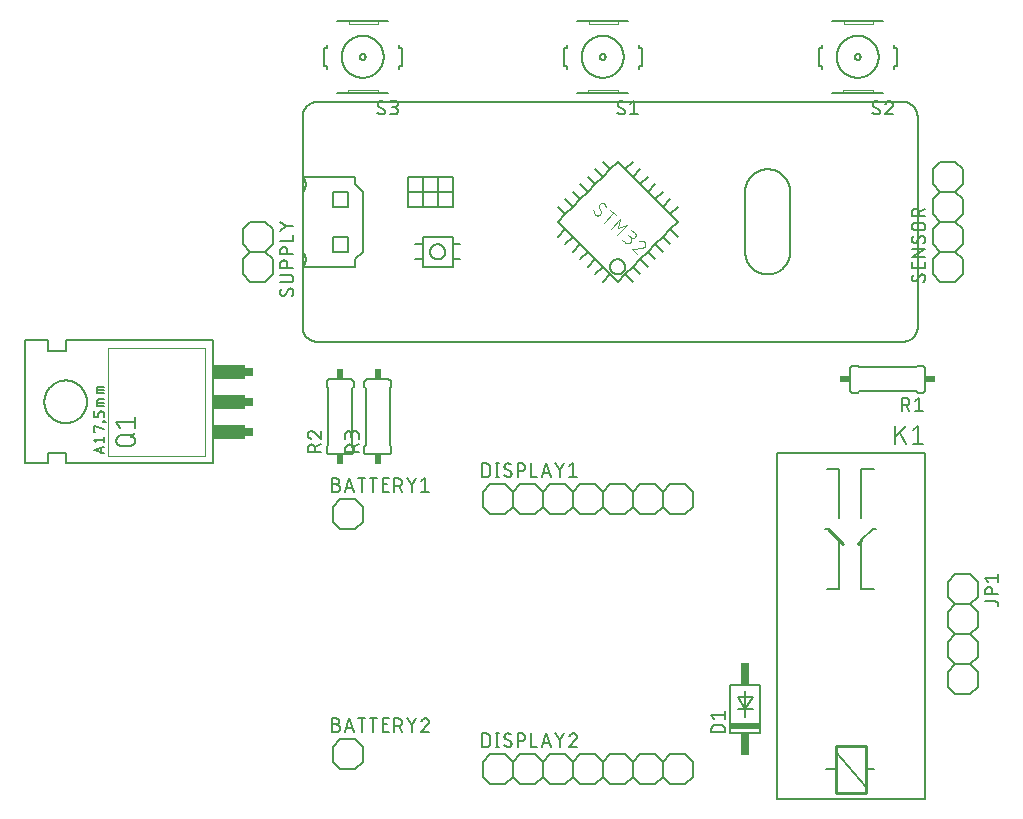
<source format=gbr>
G04 EAGLE Gerber RS-274X export*
G75*
%MOMM*%
%FSLAX34Y34*%
%LPD*%
%INSilkscreen Top*%
%IPPOS*%
%AMOC8*
5,1,8,0,0,1.08239X$1,22.5*%
G01*
%ADD10C,0.127000*%
%ADD11C,0.101600*%
%ADD12C,0.152400*%
%ADD13R,0.863600X0.609600*%
%ADD14C,0.050800*%
%ADD15R,0.635000X0.762000*%
%ADD16R,2.794000X1.270000*%
%ADD17C,0.177800*%
%ADD18C,0.254000*%
%ADD19R,0.609600X0.863600*%
%ADD20R,2.540000X0.508000*%
%ADD21R,0.762000X1.905000*%


D10*
X95250Y463550D02*
X95250Y476250D01*
X95250Y527050D02*
X95250Y539750D01*
X95250Y463550D02*
X139700Y463550D01*
X139700Y469900D01*
X146050Y476250D01*
X146050Y527050D01*
X139700Y533400D01*
X139700Y539750D01*
X95250Y539750D01*
X355600Y457200D02*
X361950Y450850D01*
X355600Y457200D02*
X349250Y463550D01*
X342900Y469900D01*
X336550Y476250D01*
X330200Y482600D01*
X323850Y488950D01*
X317500Y495300D01*
X311150Y501650D01*
X317500Y508000D01*
X323850Y514350D01*
X330200Y520700D01*
X336550Y527050D01*
X342900Y533400D01*
X349250Y539750D01*
X355600Y546100D01*
X361950Y552450D01*
X368300Y546100D01*
X374650Y539750D01*
X381000Y533400D01*
X387350Y527050D01*
X393700Y520700D01*
X400050Y514350D01*
X406400Y508000D01*
X412750Y501650D01*
X406400Y495300D01*
X400050Y488950D01*
X393700Y482600D01*
X387350Y476250D01*
X381000Y469900D01*
X374650Y463550D01*
X368300Y457200D01*
X361950Y450850D01*
D11*
X346893Y507652D02*
X346823Y507581D01*
X346751Y507512D01*
X346676Y507447D01*
X346598Y507385D01*
X346519Y507325D01*
X346437Y507269D01*
X346353Y507215D01*
X346267Y507165D01*
X346179Y507119D01*
X346089Y507076D01*
X345998Y507036D01*
X345905Y507000D01*
X345811Y506967D01*
X345716Y506938D01*
X345620Y506913D01*
X345523Y506891D01*
X345425Y506873D01*
X345326Y506859D01*
X345228Y506848D01*
X345128Y506842D01*
X345029Y506839D01*
X344929Y506840D01*
X344830Y506845D01*
X344731Y506854D01*
X344632Y506866D01*
X344534Y506882D01*
X344436Y506902D01*
X344340Y506926D01*
X344244Y506953D01*
X344150Y506984D01*
X344056Y507019D01*
X343965Y507057D01*
X343874Y507099D01*
X343785Y507144D01*
X343699Y507192D01*
X343614Y507244D01*
X343531Y507299D01*
X343450Y507357D01*
X343371Y507418D01*
X343295Y507482D01*
X343222Y507549D01*
X343221Y507550D02*
X343118Y507650D01*
X343017Y507753D01*
X342919Y507859D01*
X342823Y507968D01*
X342731Y508079D01*
X342642Y508192D01*
X342555Y508308D01*
X342472Y508425D01*
X342391Y508545D01*
X342314Y508667D01*
X342240Y508791D01*
X342170Y508917D01*
X342103Y509045D01*
X342039Y509175D01*
X341978Y509306D01*
X341921Y509438D01*
X341868Y509573D01*
X341818Y509708D01*
X341772Y509845D01*
X341729Y509983D01*
X341690Y510122D01*
X341655Y510262D01*
X341623Y510403D01*
X341595Y510544D01*
X341571Y510686D01*
X341551Y510829D01*
X341534Y510973D01*
X341521Y511117D01*
X341512Y511261D01*
X341507Y511405D01*
X346872Y516606D02*
X346942Y516677D01*
X347014Y516745D01*
X347089Y516810D01*
X347166Y516873D01*
X347246Y516932D01*
X347328Y516989D01*
X347412Y517042D01*
X347498Y517092D01*
X347586Y517138D01*
X347675Y517181D01*
X347767Y517221D01*
X347859Y517257D01*
X347953Y517290D01*
X348048Y517319D01*
X348144Y517344D01*
X348241Y517366D01*
X348339Y517384D01*
X348438Y517398D01*
X348537Y517409D01*
X348636Y517415D01*
X348735Y517418D01*
X348835Y517417D01*
X348934Y517412D01*
X349033Y517403D01*
X349132Y517391D01*
X349230Y517375D01*
X349327Y517355D01*
X349424Y517331D01*
X349520Y517304D01*
X349614Y517273D01*
X349707Y517238D01*
X349799Y517200D01*
X349889Y517158D01*
X349978Y517113D01*
X350065Y517065D01*
X350150Y517013D01*
X350233Y516958D01*
X350314Y516900D01*
X350392Y516839D01*
X350468Y516775D01*
X350542Y516708D01*
X350639Y516613D01*
X350734Y516515D01*
X350827Y516415D01*
X350916Y516312D01*
X351002Y516207D01*
X351086Y516099D01*
X351166Y515989D01*
X351243Y515877D01*
X351318Y515763D01*
X351388Y515647D01*
X351456Y515529D01*
X351520Y515408D01*
X351581Y515287D01*
X351639Y515163D01*
X351693Y515038D01*
X351743Y514912D01*
X351790Y514784D01*
X351833Y514655D01*
X351873Y514524D01*
X351909Y514393D01*
X351941Y514261D01*
X351970Y514128D01*
X351995Y513994D01*
X346254Y514063D02*
X346228Y514161D01*
X346206Y514260D01*
X346187Y514360D01*
X346172Y514460D01*
X346161Y514561D01*
X346154Y514662D01*
X346151Y514763D01*
X346152Y514865D01*
X346157Y514966D01*
X346165Y515067D01*
X346178Y515168D01*
X346194Y515268D01*
X346214Y515367D01*
X346238Y515466D01*
X346266Y515563D01*
X346297Y515660D01*
X346332Y515755D01*
X346371Y515848D01*
X346413Y515941D01*
X346459Y516031D01*
X346508Y516120D01*
X346561Y516206D01*
X346617Y516291D01*
X346676Y516373D01*
X346738Y516453D01*
X346804Y516531D01*
X346872Y516606D01*
X347510Y510195D02*
X347536Y510097D01*
X347558Y509998D01*
X347577Y509898D01*
X347592Y509798D01*
X347603Y509697D01*
X347610Y509596D01*
X347613Y509495D01*
X347612Y509393D01*
X347607Y509292D01*
X347599Y509191D01*
X347586Y509090D01*
X347570Y508990D01*
X347550Y508891D01*
X347526Y508792D01*
X347498Y508695D01*
X347467Y508598D01*
X347432Y508503D01*
X347393Y508410D01*
X347351Y508317D01*
X347305Y508227D01*
X347256Y508138D01*
X347203Y508052D01*
X347147Y507967D01*
X347088Y507885D01*
X347026Y507805D01*
X346960Y507727D01*
X346892Y507652D01*
X347510Y510195D02*
X346254Y514063D01*
X358252Y509417D02*
X350224Y500928D01*
X355894Y511647D02*
X360610Y507187D01*
X364004Y503978D02*
X355976Y495489D01*
X362374Y496586D02*
X364004Y503978D01*
X362374Y496586D02*
X369663Y498626D01*
X361636Y490137D01*
X365583Y486404D02*
X367941Y484174D01*
X368024Y484097D01*
X368111Y484024D01*
X368199Y483953D01*
X368291Y483886D01*
X368384Y483822D01*
X368480Y483761D01*
X368578Y483704D01*
X368677Y483650D01*
X368779Y483600D01*
X368882Y483553D01*
X368987Y483510D01*
X369093Y483470D01*
X369200Y483435D01*
X369309Y483403D01*
X369419Y483374D01*
X369529Y483350D01*
X369641Y483330D01*
X369753Y483313D01*
X369866Y483300D01*
X369978Y483292D01*
X370092Y483287D01*
X370205Y483286D01*
X370318Y483289D01*
X370431Y483296D01*
X370544Y483308D01*
X370656Y483322D01*
X370768Y483341D01*
X370879Y483364D01*
X370989Y483391D01*
X371098Y483421D01*
X371206Y483456D01*
X371313Y483494D01*
X371418Y483535D01*
X371522Y483581D01*
X371624Y483630D01*
X371725Y483682D01*
X371823Y483738D01*
X371920Y483797D01*
X372014Y483860D01*
X372106Y483926D01*
X372196Y483995D01*
X372283Y484067D01*
X372368Y484143D01*
X372450Y484221D01*
X372529Y484302D01*
X372606Y484385D01*
X372679Y484472D01*
X372750Y484560D01*
X372817Y484652D01*
X372881Y484745D01*
X372942Y484841D01*
X372999Y484939D01*
X373053Y485038D01*
X373103Y485140D01*
X373150Y485243D01*
X373193Y485348D01*
X373233Y485454D01*
X373268Y485561D01*
X373300Y485670D01*
X373329Y485780D01*
X373353Y485890D01*
X373373Y486002D01*
X373390Y486114D01*
X373403Y486227D01*
X373411Y486339D01*
X373416Y486453D01*
X373417Y486566D01*
X373414Y486679D01*
X373407Y486792D01*
X373395Y486905D01*
X373381Y487017D01*
X373362Y487129D01*
X373339Y487240D01*
X373312Y487350D01*
X373282Y487459D01*
X373247Y487567D01*
X373209Y487674D01*
X373168Y487779D01*
X373122Y487883D01*
X373073Y487985D01*
X373021Y488086D01*
X372965Y488184D01*
X372906Y488281D01*
X372843Y488375D01*
X372777Y488467D01*
X372708Y488557D01*
X372636Y488644D01*
X372560Y488729D01*
X372482Y488811D01*
X372401Y488890D01*
X376441Y492217D02*
X373611Y494893D01*
X376441Y492217D02*
X376512Y492147D01*
X376581Y492073D01*
X376648Y491997D01*
X376711Y491919D01*
X376771Y491838D01*
X376828Y491755D01*
X376881Y491670D01*
X376931Y491583D01*
X376978Y491493D01*
X377022Y491403D01*
X377061Y491310D01*
X377097Y491216D01*
X377130Y491121D01*
X377159Y491024D01*
X377184Y490927D01*
X377205Y490828D01*
X377222Y490729D01*
X377236Y490629D01*
X377245Y490529D01*
X377251Y490429D01*
X377253Y490328D01*
X377251Y490227D01*
X377245Y490127D01*
X377235Y490027D01*
X377221Y489927D01*
X377204Y489828D01*
X377182Y489729D01*
X377157Y489632D01*
X377128Y489535D01*
X377095Y489440D01*
X377059Y489346D01*
X377019Y489254D01*
X376976Y489163D01*
X376928Y489074D01*
X376878Y488987D01*
X376824Y488902D01*
X376767Y488819D01*
X376707Y488738D01*
X376644Y488660D01*
X376577Y488584D01*
X376508Y488511D01*
X376436Y488441D01*
X376362Y488373D01*
X376284Y488308D01*
X376205Y488247D01*
X376123Y488188D01*
X376039Y488133D01*
X375952Y488081D01*
X375864Y488033D01*
X375774Y487988D01*
X375682Y487946D01*
X375589Y487908D01*
X375495Y487874D01*
X375399Y487843D01*
X375302Y487816D01*
X375204Y487793D01*
X375105Y487774D01*
X375005Y487758D01*
X374905Y487747D01*
X374805Y487739D01*
X374704Y487735D01*
X374604Y487736D01*
X374503Y487740D01*
X374403Y487747D01*
X374303Y487759D01*
X374203Y487775D01*
X374104Y487794D01*
X374007Y487818D01*
X373910Y487845D01*
X373814Y487876D01*
X373719Y487910D01*
X373626Y487949D01*
X373534Y487990D01*
X373444Y488036D01*
X373356Y488084D01*
X373270Y488136D01*
X373186Y488192D01*
X373104Y488251D01*
X373025Y488312D01*
X372948Y488377D01*
X372873Y488445D01*
X372873Y488444D02*
X370986Y490228D01*
X384509Y484586D02*
X384585Y484512D01*
X384659Y484434D01*
X384729Y484354D01*
X384797Y484271D01*
X384861Y484186D01*
X384922Y484099D01*
X384981Y484010D01*
X385035Y483918D01*
X385087Y483825D01*
X385135Y483729D01*
X385179Y483632D01*
X385220Y483534D01*
X385257Y483434D01*
X385291Y483333D01*
X385321Y483230D01*
X385347Y483127D01*
X385369Y483022D01*
X385388Y482917D01*
X385402Y482811D01*
X385413Y482705D01*
X385420Y482599D01*
X385423Y482492D01*
X385422Y482386D01*
X385417Y482279D01*
X385408Y482173D01*
X385396Y482067D01*
X385379Y481961D01*
X385359Y481856D01*
X385335Y481753D01*
X385307Y481650D01*
X385276Y481548D01*
X385240Y481447D01*
X385201Y481348D01*
X385159Y481250D01*
X385113Y481154D01*
X385063Y481059D01*
X385010Y480966D01*
X384954Y480876D01*
X384894Y480787D01*
X384831Y480701D01*
X384765Y480617D01*
X384696Y480536D01*
X384624Y480457D01*
X384510Y484587D02*
X384420Y484669D01*
X384329Y484747D01*
X384234Y484823D01*
X384137Y484896D01*
X384038Y484965D01*
X383937Y485032D01*
X383834Y485095D01*
X383729Y485154D01*
X383621Y485211D01*
X383513Y485263D01*
X383402Y485313D01*
X383290Y485358D01*
X383176Y485400D01*
X383062Y485439D01*
X382946Y485473D01*
X382829Y485504D01*
X382711Y485531D01*
X382592Y485554D01*
X382473Y485574D01*
X382352Y485589D01*
X382232Y485601D01*
X382111Y485609D01*
X381990Y485613D01*
X381869Y485612D01*
X381748Y485609D01*
X381628Y485601D01*
X381507Y485589D01*
X381387Y485573D01*
X381268Y485554D01*
X381149Y485531D01*
X381031Y485503D01*
X380914Y485473D01*
X380798Y485438D01*
X380683Y485400D01*
X380570Y485357D01*
X380458Y485312D01*
X380347Y485262D01*
X380238Y485210D01*
X380131Y485153D01*
X382356Y479476D02*
X382467Y479478D01*
X382577Y479485D01*
X382687Y479495D01*
X382796Y479509D01*
X382905Y479526D01*
X383014Y479548D01*
X383121Y479574D01*
X383228Y479603D01*
X383333Y479636D01*
X383437Y479672D01*
X383540Y479713D01*
X383641Y479756D01*
X383741Y479804D01*
X383839Y479855D01*
X383935Y479909D01*
X384030Y479967D01*
X384122Y480028D01*
X384212Y480092D01*
X384299Y480159D01*
X384384Y480229D01*
X384467Y480303D01*
X384547Y480379D01*
X384624Y480458D01*
X382356Y479476D02*
X373888Y478550D01*
X378604Y474090D01*
D10*
X368300Y546100D02*
X374650Y552450D01*
X381000Y546100D02*
X374650Y539750D01*
X381000Y533400D02*
X387350Y539750D01*
X393700Y533400D02*
X387350Y527050D01*
X393700Y520700D02*
X400050Y527050D01*
X406400Y520700D02*
X400050Y514350D01*
X406400Y508000D02*
X412750Y514350D01*
X406400Y495300D02*
X412750Y488950D01*
X406400Y482600D02*
X400050Y488950D01*
X393700Y482600D02*
X400050Y476250D01*
X393700Y469900D02*
X387350Y476250D01*
X381000Y469900D02*
X387350Y463550D01*
X381000Y457200D02*
X374650Y463550D01*
X349250Y463550D02*
X342900Y457200D01*
X336550Y463550D02*
X342900Y469900D01*
X336550Y476250D02*
X330200Y469900D01*
X323850Y476250D02*
X330200Y482600D01*
X323850Y488950D02*
X317500Y482600D01*
X311150Y488950D02*
X317500Y495300D01*
X317500Y508000D02*
X311150Y514350D01*
X317500Y520700D02*
X323850Y514350D01*
X330200Y520700D02*
X323850Y527050D01*
X330200Y533400D02*
X336550Y527050D01*
X342900Y533400D02*
X336550Y539750D01*
X342900Y546100D02*
X349250Y539750D01*
X95250Y539750D02*
X95250Y590550D01*
X95254Y590857D01*
X95265Y591164D01*
X95283Y591470D01*
X95309Y591776D01*
X95343Y592081D01*
X95383Y592385D01*
X95431Y592688D01*
X95487Y592990D01*
X95549Y593290D01*
X95619Y593589D01*
X95696Y593886D01*
X95780Y594182D01*
X95872Y594475D01*
X95970Y594765D01*
X96075Y595053D01*
X96188Y595339D01*
X96307Y595622D01*
X96433Y595902D01*
X96565Y596179D01*
X96705Y596452D01*
X96851Y596722D01*
X97003Y596988D01*
X97162Y597251D01*
X97327Y597510D01*
X97498Y597764D01*
X97675Y598015D01*
X97859Y598261D01*
X98048Y598503D01*
X98243Y598739D01*
X98444Y598972D01*
X98650Y599199D01*
X98862Y599421D01*
X99079Y599638D01*
X99301Y599850D01*
X99528Y600056D01*
X99761Y600257D01*
X99997Y600452D01*
X100239Y600641D01*
X100485Y600825D01*
X100736Y601002D01*
X100990Y601173D01*
X101249Y601338D01*
X101512Y601497D01*
X101778Y601649D01*
X102048Y601795D01*
X102321Y601935D01*
X102598Y602067D01*
X102878Y602193D01*
X103161Y602312D01*
X103447Y602425D01*
X103735Y602530D01*
X104025Y602628D01*
X104318Y602720D01*
X104614Y602804D01*
X104911Y602881D01*
X105210Y602951D01*
X105510Y603013D01*
X105812Y603069D01*
X106115Y603117D01*
X106419Y603157D01*
X106724Y603191D01*
X107030Y603217D01*
X107336Y603235D01*
X107643Y603246D01*
X107950Y603250D01*
X603250Y603250D01*
X603557Y603246D01*
X603864Y603235D01*
X604170Y603217D01*
X604476Y603191D01*
X604781Y603157D01*
X605085Y603117D01*
X605388Y603069D01*
X605690Y603013D01*
X605990Y602951D01*
X606289Y602881D01*
X606586Y602804D01*
X606882Y602720D01*
X607175Y602628D01*
X607465Y602530D01*
X607753Y602425D01*
X608039Y602312D01*
X608322Y602193D01*
X608602Y602067D01*
X608879Y601935D01*
X609152Y601795D01*
X609422Y601649D01*
X609688Y601497D01*
X609951Y601338D01*
X610210Y601173D01*
X610464Y601002D01*
X610715Y600825D01*
X610961Y600641D01*
X611203Y600452D01*
X611439Y600257D01*
X611672Y600056D01*
X611899Y599850D01*
X612121Y599638D01*
X612338Y599421D01*
X612550Y599199D01*
X612756Y598972D01*
X612957Y598739D01*
X613152Y598503D01*
X613341Y598261D01*
X613525Y598015D01*
X613702Y597764D01*
X613873Y597510D01*
X614038Y597251D01*
X614197Y596988D01*
X614349Y596722D01*
X614495Y596452D01*
X614635Y596179D01*
X614767Y595902D01*
X614893Y595622D01*
X615012Y595339D01*
X615125Y595053D01*
X615230Y594765D01*
X615328Y594475D01*
X615420Y594182D01*
X615504Y593886D01*
X615581Y593589D01*
X615651Y593290D01*
X615713Y592990D01*
X615769Y592688D01*
X615817Y592385D01*
X615857Y592081D01*
X615891Y591776D01*
X615917Y591470D01*
X615935Y591164D01*
X615946Y590857D01*
X615950Y590550D01*
X615950Y412750D01*
X615946Y412443D01*
X615935Y412136D01*
X615917Y411830D01*
X615891Y411524D01*
X615857Y411219D01*
X615817Y410915D01*
X615769Y410612D01*
X615713Y410310D01*
X615651Y410010D01*
X615581Y409711D01*
X615504Y409414D01*
X615420Y409118D01*
X615328Y408825D01*
X615230Y408535D01*
X615125Y408247D01*
X615012Y407961D01*
X614893Y407678D01*
X614767Y407398D01*
X614635Y407121D01*
X614495Y406848D01*
X614349Y406578D01*
X614197Y406312D01*
X614038Y406049D01*
X613873Y405790D01*
X613702Y405536D01*
X613525Y405285D01*
X613341Y405039D01*
X613152Y404797D01*
X612957Y404561D01*
X612756Y404328D01*
X612550Y404101D01*
X612338Y403879D01*
X612121Y403662D01*
X611899Y403450D01*
X611672Y403244D01*
X611439Y403043D01*
X611203Y402848D01*
X610961Y402659D01*
X610715Y402475D01*
X610464Y402298D01*
X610210Y402127D01*
X609951Y401962D01*
X609688Y401803D01*
X609422Y401651D01*
X609152Y401505D01*
X608879Y401365D01*
X608602Y401233D01*
X608322Y401107D01*
X608039Y400988D01*
X607753Y400875D01*
X607465Y400770D01*
X607175Y400672D01*
X606882Y400580D01*
X606586Y400496D01*
X606289Y400419D01*
X605990Y400349D01*
X605690Y400287D01*
X605388Y400231D01*
X605085Y400183D01*
X604781Y400143D01*
X604476Y400109D01*
X604170Y400083D01*
X603864Y400065D01*
X603557Y400054D01*
X603250Y400050D01*
X107950Y400050D01*
X107643Y400054D01*
X107336Y400065D01*
X107030Y400083D01*
X106724Y400109D01*
X106419Y400143D01*
X106115Y400183D01*
X105812Y400231D01*
X105510Y400287D01*
X105210Y400349D01*
X104911Y400419D01*
X104614Y400496D01*
X104318Y400580D01*
X104025Y400672D01*
X103735Y400770D01*
X103447Y400875D01*
X103161Y400988D01*
X102878Y401107D01*
X102598Y401233D01*
X102321Y401365D01*
X102048Y401505D01*
X101778Y401651D01*
X101512Y401803D01*
X101249Y401962D01*
X100990Y402127D01*
X100736Y402298D01*
X100485Y402475D01*
X100239Y402659D01*
X99997Y402848D01*
X99761Y403043D01*
X99528Y403244D01*
X99301Y403450D01*
X99079Y403662D01*
X98862Y403879D01*
X98650Y404101D01*
X98444Y404328D01*
X98243Y404561D01*
X98048Y404797D01*
X97859Y405039D01*
X97675Y405285D01*
X97498Y405536D01*
X97327Y405790D01*
X97162Y406049D01*
X97003Y406312D01*
X96851Y406578D01*
X96705Y406848D01*
X96565Y407121D01*
X96433Y407398D01*
X96307Y407678D01*
X96188Y407961D01*
X96075Y408247D01*
X95970Y408535D01*
X95872Y408825D01*
X95780Y409118D01*
X95696Y409414D01*
X95619Y409711D01*
X95549Y410010D01*
X95487Y410310D01*
X95431Y410612D01*
X95383Y410915D01*
X95343Y411219D01*
X95309Y411524D01*
X95283Y411830D01*
X95265Y412136D01*
X95254Y412443D01*
X95250Y412750D01*
X95250Y463550D01*
X95401Y463705D01*
X95549Y463864D01*
X95693Y464027D01*
X95833Y464193D01*
X95969Y464362D01*
X96101Y464534D01*
X96228Y464710D01*
X96351Y464888D01*
X96470Y465070D01*
X96585Y465254D01*
X96695Y465441D01*
X96800Y465631D01*
X96901Y465823D01*
X96997Y466018D01*
X97089Y466214D01*
X97176Y466413D01*
X97257Y466614D01*
X97334Y466817D01*
X97406Y467022D01*
X97473Y467228D01*
X97535Y467436D01*
X97592Y467646D01*
X97644Y467856D01*
X97691Y468068D01*
X97733Y468281D01*
X97769Y468495D01*
X97801Y468710D01*
X97827Y468925D01*
X97848Y469141D01*
X97864Y469358D01*
X97874Y469575D01*
X97879Y469791D01*
X97879Y470009D01*
X97874Y470225D01*
X97864Y470442D01*
X97848Y470659D01*
X97827Y470875D01*
X97801Y471090D01*
X97769Y471305D01*
X97733Y471519D01*
X97691Y471732D01*
X97644Y471944D01*
X97592Y472154D01*
X97535Y472364D01*
X97473Y472572D01*
X97406Y472778D01*
X97334Y472983D01*
X97257Y473186D01*
X97176Y473387D01*
X97089Y473586D01*
X96997Y473782D01*
X96901Y473977D01*
X96800Y474169D01*
X96695Y474359D01*
X96585Y474546D01*
X96470Y474730D01*
X96351Y474912D01*
X96228Y475090D01*
X96101Y475266D01*
X95969Y475438D01*
X95833Y475607D01*
X95693Y475773D01*
X95549Y475936D01*
X95401Y476095D01*
X95250Y476250D01*
X95250Y527050D01*
X95401Y527205D01*
X95549Y527364D01*
X95693Y527527D01*
X95833Y527693D01*
X95969Y527862D01*
X96101Y528034D01*
X96228Y528210D01*
X96351Y528388D01*
X96470Y528570D01*
X96585Y528754D01*
X96695Y528941D01*
X96800Y529131D01*
X96901Y529323D01*
X96997Y529518D01*
X97089Y529714D01*
X97176Y529913D01*
X97257Y530114D01*
X97334Y530317D01*
X97406Y530522D01*
X97473Y530728D01*
X97535Y530936D01*
X97592Y531146D01*
X97644Y531356D01*
X97691Y531568D01*
X97733Y531781D01*
X97769Y531995D01*
X97801Y532210D01*
X97827Y532425D01*
X97848Y532641D01*
X97864Y532858D01*
X97874Y533075D01*
X97879Y533291D01*
X97879Y533509D01*
X97874Y533725D01*
X97864Y533942D01*
X97848Y534159D01*
X97827Y534375D01*
X97801Y534590D01*
X97769Y534805D01*
X97733Y535019D01*
X97691Y535232D01*
X97644Y535444D01*
X97592Y535654D01*
X97535Y535864D01*
X97473Y536072D01*
X97406Y536278D01*
X97334Y536483D01*
X97257Y536686D01*
X97176Y536887D01*
X97089Y537086D01*
X96997Y537282D01*
X96901Y537477D01*
X96800Y537669D01*
X96695Y537859D01*
X96585Y538046D01*
X96470Y538230D01*
X96351Y538412D01*
X96228Y538590D01*
X96101Y538766D01*
X95969Y538938D01*
X95833Y539107D01*
X95693Y539273D01*
X95549Y539436D01*
X95401Y539595D01*
X95250Y539750D01*
X120650Y476250D02*
X133350Y476250D01*
X133350Y488950D01*
X120650Y488950D01*
X120650Y514350D02*
X133350Y514350D01*
X133350Y527050D01*
X120650Y527050D01*
X120650Y488950D02*
X120650Y476250D01*
X120650Y514350D02*
X120650Y527050D01*
X368300Y457200D02*
X374650Y450850D01*
X355600Y457200D02*
X349250Y450850D01*
X355600Y546100D02*
X349250Y552450D01*
X355600Y463550D02*
X355602Y463709D01*
X355608Y463868D01*
X355618Y464026D01*
X355632Y464185D01*
X355650Y464343D01*
X355671Y464500D01*
X355697Y464657D01*
X355727Y464813D01*
X355760Y464969D01*
X355798Y465123D01*
X355839Y465277D01*
X355884Y465429D01*
X355933Y465580D01*
X355986Y465730D01*
X356042Y465879D01*
X356103Y466026D01*
X356166Y466171D01*
X356234Y466315D01*
X356305Y466458D01*
X356379Y466598D01*
X356457Y466736D01*
X356539Y466873D01*
X356624Y467007D01*
X356712Y467140D01*
X356803Y467270D01*
X356898Y467397D01*
X356996Y467522D01*
X357097Y467645D01*
X357201Y467765D01*
X357308Y467883D01*
X357418Y467998D01*
X357531Y468110D01*
X357646Y468219D01*
X357764Y468325D01*
X357885Y468429D01*
X358009Y468529D01*
X358134Y468626D01*
X358263Y468720D01*
X358393Y468810D01*
X358526Y468898D01*
X358661Y468982D01*
X358798Y469062D01*
X358937Y469140D01*
X359078Y469213D01*
X359220Y469283D01*
X359365Y469350D01*
X359511Y469413D01*
X359658Y469472D01*
X359807Y469528D01*
X359958Y469579D01*
X360109Y469627D01*
X360262Y469671D01*
X360416Y469712D01*
X360570Y469748D01*
X360726Y469781D01*
X360882Y469810D01*
X361039Y469834D01*
X361197Y469855D01*
X361355Y469872D01*
X361513Y469885D01*
X361672Y469894D01*
X361831Y469899D01*
X361990Y469900D01*
X362149Y469897D01*
X362307Y469890D01*
X362466Y469879D01*
X362624Y469864D01*
X362782Y469845D01*
X362939Y469822D01*
X363096Y469796D01*
X363252Y469765D01*
X363407Y469731D01*
X363561Y469692D01*
X363715Y469650D01*
X363867Y469604D01*
X364018Y469554D01*
X364167Y469500D01*
X364316Y469443D01*
X364462Y469382D01*
X364608Y469317D01*
X364751Y469249D01*
X364893Y469177D01*
X365033Y469101D01*
X365171Y469023D01*
X365307Y468940D01*
X365441Y468855D01*
X365572Y468766D01*
X365702Y468673D01*
X365829Y468578D01*
X365953Y468479D01*
X366076Y468377D01*
X366195Y468273D01*
X366312Y468165D01*
X366426Y468054D01*
X366537Y467941D01*
X366646Y467825D01*
X366751Y467706D01*
X366854Y467584D01*
X366953Y467460D01*
X367050Y467334D01*
X367143Y467205D01*
X367233Y467074D01*
X367319Y466940D01*
X367402Y466805D01*
X367482Y466667D01*
X367558Y466528D01*
X367631Y466387D01*
X367700Y466244D01*
X367766Y466099D01*
X367828Y465952D01*
X367886Y465805D01*
X367941Y465655D01*
X367992Y465505D01*
X368039Y465353D01*
X368082Y465200D01*
X368121Y465046D01*
X368157Y464891D01*
X368188Y464735D01*
X368216Y464579D01*
X368240Y464422D01*
X368260Y464264D01*
X368276Y464106D01*
X368288Y463947D01*
X368296Y463788D01*
X368300Y463629D01*
X368300Y463471D01*
X368296Y463312D01*
X368288Y463153D01*
X368276Y462994D01*
X368260Y462836D01*
X368240Y462678D01*
X368216Y462521D01*
X368188Y462365D01*
X368157Y462209D01*
X368121Y462054D01*
X368082Y461900D01*
X368039Y461747D01*
X367992Y461595D01*
X367941Y461445D01*
X367886Y461295D01*
X367828Y461148D01*
X367766Y461001D01*
X367700Y460856D01*
X367631Y460713D01*
X367558Y460572D01*
X367482Y460433D01*
X367402Y460295D01*
X367319Y460160D01*
X367233Y460026D01*
X367143Y459895D01*
X367050Y459766D01*
X366953Y459640D01*
X366854Y459516D01*
X366751Y459394D01*
X366646Y459275D01*
X366537Y459159D01*
X366426Y459046D01*
X366312Y458935D01*
X366195Y458827D01*
X366076Y458723D01*
X365953Y458621D01*
X365829Y458522D01*
X365702Y458427D01*
X365572Y458334D01*
X365441Y458245D01*
X365307Y458160D01*
X365171Y458077D01*
X365033Y457999D01*
X364893Y457923D01*
X364751Y457851D01*
X364608Y457783D01*
X364462Y457718D01*
X364316Y457657D01*
X364167Y457600D01*
X364018Y457546D01*
X363867Y457496D01*
X363715Y457450D01*
X363561Y457408D01*
X363407Y457369D01*
X363252Y457335D01*
X363096Y457304D01*
X362939Y457278D01*
X362782Y457255D01*
X362624Y457236D01*
X362466Y457221D01*
X362307Y457210D01*
X362149Y457203D01*
X361990Y457200D01*
X361831Y457201D01*
X361672Y457206D01*
X361513Y457215D01*
X361355Y457228D01*
X361197Y457245D01*
X361039Y457266D01*
X360882Y457290D01*
X360726Y457319D01*
X360570Y457352D01*
X360416Y457388D01*
X360262Y457429D01*
X360109Y457473D01*
X359958Y457521D01*
X359807Y457572D01*
X359658Y457628D01*
X359511Y457687D01*
X359365Y457750D01*
X359220Y457817D01*
X359078Y457887D01*
X358937Y457960D01*
X358798Y458038D01*
X358661Y458118D01*
X358526Y458202D01*
X358393Y458290D01*
X358263Y458380D01*
X358134Y458474D01*
X358009Y458571D01*
X357885Y458671D01*
X357764Y458775D01*
X357646Y458881D01*
X357531Y458990D01*
X357418Y459102D01*
X357308Y459217D01*
X357201Y459335D01*
X357097Y459455D01*
X356996Y459578D01*
X356898Y459703D01*
X356803Y459830D01*
X356712Y459960D01*
X356624Y460093D01*
X356539Y460227D01*
X356457Y460364D01*
X356379Y460502D01*
X356305Y460642D01*
X356234Y460785D01*
X356166Y460929D01*
X356103Y461074D01*
X356042Y461221D01*
X355986Y461370D01*
X355933Y461520D01*
X355884Y461671D01*
X355839Y461823D01*
X355798Y461977D01*
X355760Y462131D01*
X355727Y462287D01*
X355697Y462443D01*
X355671Y462600D01*
X355650Y462757D01*
X355632Y462915D01*
X355618Y463074D01*
X355608Y463232D01*
X355602Y463391D01*
X355600Y463550D01*
X488950Y457200D02*
X489410Y457206D01*
X489870Y457222D01*
X490330Y457250D01*
X490789Y457289D01*
X491246Y457339D01*
X491703Y457400D01*
X492157Y457472D01*
X492610Y457555D01*
X493061Y457649D01*
X493509Y457754D01*
X493955Y457869D01*
X494397Y457995D01*
X494837Y458132D01*
X495273Y458280D01*
X495705Y458438D01*
X496134Y458606D01*
X496558Y458785D01*
X496978Y458974D01*
X497393Y459173D01*
X497803Y459382D01*
X498208Y459601D01*
X498608Y459829D01*
X499002Y460068D01*
X499390Y460315D01*
X499772Y460572D01*
X500147Y460838D01*
X500516Y461113D01*
X500879Y461397D01*
X501234Y461690D01*
X501582Y461991D01*
X501923Y462300D01*
X502257Y462618D01*
X502582Y462943D01*
X502900Y463277D01*
X503209Y463618D01*
X503510Y463966D01*
X503803Y464321D01*
X504087Y464684D01*
X504362Y465053D01*
X504628Y465428D01*
X504885Y465810D01*
X505132Y466198D01*
X505371Y466592D01*
X505599Y466992D01*
X505818Y467397D01*
X506027Y467807D01*
X506226Y468222D01*
X506415Y468642D01*
X506594Y469066D01*
X506762Y469495D01*
X506920Y469927D01*
X507068Y470363D01*
X507205Y470803D01*
X507331Y471245D01*
X507446Y471691D01*
X507551Y472139D01*
X507645Y472590D01*
X507728Y473043D01*
X507800Y473497D01*
X507861Y473954D01*
X507911Y474411D01*
X507950Y474870D01*
X507978Y475330D01*
X507994Y475790D01*
X508000Y476250D01*
X508000Y527050D01*
X507994Y527510D01*
X507978Y527970D01*
X507950Y528430D01*
X507911Y528889D01*
X507861Y529346D01*
X507800Y529803D01*
X507728Y530257D01*
X507645Y530710D01*
X507551Y531161D01*
X507446Y531609D01*
X507331Y532055D01*
X507205Y532497D01*
X507068Y532937D01*
X506920Y533373D01*
X506762Y533805D01*
X506594Y534234D01*
X506415Y534658D01*
X506226Y535078D01*
X506027Y535493D01*
X505818Y535903D01*
X505599Y536308D01*
X505371Y536708D01*
X505132Y537102D01*
X504885Y537490D01*
X504628Y537872D01*
X504362Y538247D01*
X504087Y538616D01*
X503803Y538979D01*
X503510Y539334D01*
X503209Y539682D01*
X502900Y540023D01*
X502582Y540357D01*
X502257Y540682D01*
X501923Y541000D01*
X501582Y541309D01*
X501234Y541610D01*
X500879Y541903D01*
X500516Y542187D01*
X500147Y542462D01*
X499772Y542728D01*
X499390Y542985D01*
X499002Y543232D01*
X498608Y543471D01*
X498208Y543699D01*
X497803Y543918D01*
X497393Y544127D01*
X496978Y544326D01*
X496558Y544515D01*
X496134Y544694D01*
X495705Y544862D01*
X495273Y545020D01*
X494837Y545168D01*
X494397Y545305D01*
X493955Y545431D01*
X493509Y545546D01*
X493061Y545651D01*
X492610Y545745D01*
X492157Y545828D01*
X491703Y545900D01*
X491246Y545961D01*
X490789Y546011D01*
X490330Y546050D01*
X489870Y546078D01*
X489410Y546094D01*
X488950Y546100D01*
X488490Y546094D01*
X488030Y546078D01*
X487570Y546050D01*
X487111Y546011D01*
X486654Y545961D01*
X486197Y545900D01*
X485743Y545828D01*
X485290Y545745D01*
X484839Y545651D01*
X484391Y545546D01*
X483945Y545431D01*
X483503Y545305D01*
X483063Y545168D01*
X482627Y545020D01*
X482195Y544862D01*
X481766Y544694D01*
X481342Y544515D01*
X480922Y544326D01*
X480507Y544127D01*
X480097Y543918D01*
X479692Y543699D01*
X479292Y543471D01*
X478898Y543232D01*
X478510Y542985D01*
X478128Y542728D01*
X477753Y542462D01*
X477384Y542187D01*
X477021Y541903D01*
X476666Y541610D01*
X476318Y541309D01*
X475977Y541000D01*
X475643Y540682D01*
X475318Y540357D01*
X475000Y540023D01*
X474691Y539682D01*
X474390Y539334D01*
X474097Y538979D01*
X473813Y538616D01*
X473538Y538247D01*
X473272Y537872D01*
X473015Y537490D01*
X472768Y537102D01*
X472529Y536708D01*
X472301Y536308D01*
X472082Y535903D01*
X471873Y535493D01*
X471674Y535078D01*
X471485Y534658D01*
X471306Y534234D01*
X471138Y533805D01*
X470980Y533373D01*
X470832Y532937D01*
X470695Y532497D01*
X470569Y532055D01*
X470454Y531609D01*
X470349Y531161D01*
X470255Y530710D01*
X470172Y530257D01*
X470100Y529803D01*
X470039Y529346D01*
X469989Y528889D01*
X469950Y528430D01*
X469922Y527970D01*
X469906Y527510D01*
X469900Y527050D01*
X469900Y476250D01*
X469906Y475790D01*
X469922Y475330D01*
X469950Y474870D01*
X469989Y474411D01*
X470039Y473954D01*
X470100Y473497D01*
X470172Y473043D01*
X470255Y472590D01*
X470349Y472139D01*
X470454Y471691D01*
X470569Y471245D01*
X470695Y470803D01*
X470832Y470363D01*
X470980Y469927D01*
X471138Y469495D01*
X471306Y469066D01*
X471485Y468642D01*
X471674Y468222D01*
X471873Y467807D01*
X472082Y467397D01*
X472301Y466992D01*
X472529Y466592D01*
X472768Y466198D01*
X473015Y465810D01*
X473272Y465428D01*
X473538Y465053D01*
X473813Y464684D01*
X474097Y464321D01*
X474390Y463966D01*
X474691Y463618D01*
X475000Y463277D01*
X475318Y462943D01*
X475643Y462618D01*
X475977Y462300D01*
X476318Y461991D01*
X476666Y461690D01*
X477021Y461397D01*
X477384Y461113D01*
X477753Y460838D01*
X478128Y460572D01*
X478510Y460315D01*
X478898Y460068D01*
X479292Y459829D01*
X479692Y459601D01*
X480097Y459382D01*
X480507Y459173D01*
X480922Y458974D01*
X481342Y458785D01*
X481766Y458606D01*
X482195Y458438D01*
X482627Y458280D01*
X483063Y458132D01*
X483503Y457995D01*
X483945Y457869D01*
X484391Y457754D01*
X484839Y457649D01*
X485290Y457555D01*
X485743Y457472D01*
X486197Y457400D01*
X486654Y457339D01*
X487111Y457289D01*
X487570Y457250D01*
X488030Y457222D01*
X488490Y457206D01*
X488950Y457200D01*
X184150Y514350D02*
X184150Y527050D01*
X222250Y527050D01*
X222250Y514350D01*
X209550Y514350D01*
X196850Y514350D01*
X184150Y514350D01*
X184150Y527050D02*
X184150Y539750D01*
X196850Y539750D01*
X209550Y539750D01*
X222250Y539750D01*
X222250Y527050D01*
X203200Y476250D02*
X203202Y476409D01*
X203208Y476568D01*
X203218Y476726D01*
X203232Y476885D01*
X203250Y477043D01*
X203271Y477200D01*
X203297Y477357D01*
X203327Y477513D01*
X203360Y477669D01*
X203398Y477823D01*
X203439Y477977D01*
X203484Y478129D01*
X203533Y478280D01*
X203586Y478430D01*
X203642Y478579D01*
X203703Y478726D01*
X203766Y478871D01*
X203834Y479015D01*
X203905Y479158D01*
X203979Y479298D01*
X204057Y479436D01*
X204139Y479573D01*
X204224Y479707D01*
X204312Y479840D01*
X204403Y479970D01*
X204498Y480097D01*
X204596Y480222D01*
X204697Y480345D01*
X204801Y480465D01*
X204908Y480583D01*
X205018Y480698D01*
X205131Y480810D01*
X205246Y480919D01*
X205364Y481025D01*
X205485Y481129D01*
X205609Y481229D01*
X205734Y481326D01*
X205863Y481420D01*
X205993Y481510D01*
X206126Y481598D01*
X206261Y481682D01*
X206398Y481762D01*
X206537Y481840D01*
X206678Y481913D01*
X206820Y481983D01*
X206965Y482050D01*
X207111Y482113D01*
X207258Y482172D01*
X207407Y482228D01*
X207558Y482279D01*
X207709Y482327D01*
X207862Y482371D01*
X208016Y482412D01*
X208170Y482448D01*
X208326Y482481D01*
X208482Y482510D01*
X208639Y482534D01*
X208797Y482555D01*
X208955Y482572D01*
X209113Y482585D01*
X209272Y482594D01*
X209431Y482599D01*
X209590Y482600D01*
X209749Y482597D01*
X209907Y482590D01*
X210066Y482579D01*
X210224Y482564D01*
X210382Y482545D01*
X210539Y482522D01*
X210696Y482496D01*
X210852Y482465D01*
X211007Y482431D01*
X211161Y482392D01*
X211315Y482350D01*
X211467Y482304D01*
X211618Y482254D01*
X211767Y482200D01*
X211916Y482143D01*
X212062Y482082D01*
X212208Y482017D01*
X212351Y481949D01*
X212493Y481877D01*
X212633Y481801D01*
X212771Y481723D01*
X212907Y481640D01*
X213041Y481555D01*
X213172Y481466D01*
X213302Y481373D01*
X213429Y481278D01*
X213553Y481179D01*
X213676Y481077D01*
X213795Y480973D01*
X213912Y480865D01*
X214026Y480754D01*
X214137Y480641D01*
X214246Y480525D01*
X214351Y480406D01*
X214454Y480284D01*
X214553Y480160D01*
X214650Y480034D01*
X214743Y479905D01*
X214833Y479774D01*
X214919Y479640D01*
X215002Y479505D01*
X215082Y479367D01*
X215158Y479228D01*
X215231Y479087D01*
X215300Y478944D01*
X215366Y478799D01*
X215428Y478652D01*
X215486Y478505D01*
X215541Y478355D01*
X215592Y478205D01*
X215639Y478053D01*
X215682Y477900D01*
X215721Y477746D01*
X215757Y477591D01*
X215788Y477435D01*
X215816Y477279D01*
X215840Y477122D01*
X215860Y476964D01*
X215876Y476806D01*
X215888Y476647D01*
X215896Y476488D01*
X215900Y476329D01*
X215900Y476171D01*
X215896Y476012D01*
X215888Y475853D01*
X215876Y475694D01*
X215860Y475536D01*
X215840Y475378D01*
X215816Y475221D01*
X215788Y475065D01*
X215757Y474909D01*
X215721Y474754D01*
X215682Y474600D01*
X215639Y474447D01*
X215592Y474295D01*
X215541Y474145D01*
X215486Y473995D01*
X215428Y473848D01*
X215366Y473701D01*
X215300Y473556D01*
X215231Y473413D01*
X215158Y473272D01*
X215082Y473133D01*
X215002Y472995D01*
X214919Y472860D01*
X214833Y472726D01*
X214743Y472595D01*
X214650Y472466D01*
X214553Y472340D01*
X214454Y472216D01*
X214351Y472094D01*
X214246Y471975D01*
X214137Y471859D01*
X214026Y471746D01*
X213912Y471635D01*
X213795Y471527D01*
X213676Y471423D01*
X213553Y471321D01*
X213429Y471222D01*
X213302Y471127D01*
X213172Y471034D01*
X213041Y470945D01*
X212907Y470860D01*
X212771Y470777D01*
X212633Y470699D01*
X212493Y470623D01*
X212351Y470551D01*
X212208Y470483D01*
X212062Y470418D01*
X211916Y470357D01*
X211767Y470300D01*
X211618Y470246D01*
X211467Y470196D01*
X211315Y470150D01*
X211161Y470108D01*
X211007Y470069D01*
X210852Y470035D01*
X210696Y470004D01*
X210539Y469978D01*
X210382Y469955D01*
X210224Y469936D01*
X210066Y469921D01*
X209907Y469910D01*
X209749Y469903D01*
X209590Y469900D01*
X209431Y469901D01*
X209272Y469906D01*
X209113Y469915D01*
X208955Y469928D01*
X208797Y469945D01*
X208639Y469966D01*
X208482Y469990D01*
X208326Y470019D01*
X208170Y470052D01*
X208016Y470088D01*
X207862Y470129D01*
X207709Y470173D01*
X207558Y470221D01*
X207407Y470272D01*
X207258Y470328D01*
X207111Y470387D01*
X206965Y470450D01*
X206820Y470517D01*
X206678Y470587D01*
X206537Y470660D01*
X206398Y470738D01*
X206261Y470818D01*
X206126Y470902D01*
X205993Y470990D01*
X205863Y471080D01*
X205734Y471174D01*
X205609Y471271D01*
X205485Y471371D01*
X205364Y471475D01*
X205246Y471581D01*
X205131Y471690D01*
X205018Y471802D01*
X204908Y471917D01*
X204801Y472035D01*
X204697Y472155D01*
X204596Y472278D01*
X204498Y472403D01*
X204403Y472530D01*
X204312Y472660D01*
X204224Y472793D01*
X204139Y472927D01*
X204057Y473064D01*
X203979Y473202D01*
X203905Y473342D01*
X203834Y473485D01*
X203766Y473629D01*
X203703Y473774D01*
X203642Y473921D01*
X203586Y474070D01*
X203533Y474220D01*
X203484Y474371D01*
X203439Y474523D01*
X203398Y474677D01*
X203360Y474831D01*
X203327Y474987D01*
X203297Y475143D01*
X203271Y475300D01*
X203250Y475457D01*
X203232Y475615D01*
X203218Y475774D01*
X203208Y475932D01*
X203202Y476091D01*
X203200Y476250D01*
X196850Y469900D02*
X196850Y463550D01*
X196850Y469900D02*
X196850Y482600D01*
X196850Y488950D01*
X222250Y488950D01*
X222250Y482600D01*
X222250Y469900D01*
X222250Y463550D01*
X196850Y463550D01*
X222250Y482600D02*
X228600Y482600D01*
X228600Y469900D02*
X222250Y469900D01*
X196850Y469900D02*
X190500Y469900D01*
X190500Y482600D02*
X196850Y482600D01*
X196850Y514350D02*
X196850Y539750D01*
X209550Y539750D02*
X209550Y514350D01*
D12*
X69850Y495300D02*
X69850Y482600D01*
X63500Y476250D01*
X50800Y476250D01*
X44450Y482600D01*
X50800Y501650D02*
X63500Y501650D01*
X69850Y495300D01*
X50800Y501650D02*
X44450Y495300D01*
X44450Y482600D01*
X63500Y476250D02*
X69850Y469900D01*
X69850Y457200D01*
X63500Y450850D01*
X50800Y450850D01*
X44450Y457200D01*
X44450Y469900D01*
X50800Y476250D01*
D10*
X84963Y445135D02*
X85063Y445133D01*
X85162Y445127D01*
X85262Y445117D01*
X85360Y445104D01*
X85459Y445086D01*
X85556Y445065D01*
X85652Y445040D01*
X85748Y445011D01*
X85842Y444978D01*
X85935Y444942D01*
X86026Y444902D01*
X86116Y444858D01*
X86204Y444811D01*
X86290Y444761D01*
X86374Y444707D01*
X86456Y444650D01*
X86535Y444590D01*
X86613Y444526D01*
X86687Y444460D01*
X86759Y444391D01*
X86828Y444319D01*
X86894Y444245D01*
X86958Y444167D01*
X87018Y444088D01*
X87075Y444006D01*
X87129Y443922D01*
X87179Y443836D01*
X87226Y443748D01*
X87270Y443658D01*
X87310Y443567D01*
X87346Y443474D01*
X87379Y443380D01*
X87408Y443284D01*
X87433Y443188D01*
X87454Y443091D01*
X87472Y442992D01*
X87485Y442894D01*
X87495Y442794D01*
X87501Y442695D01*
X87503Y442595D01*
X87501Y442454D01*
X87496Y442313D01*
X87486Y442172D01*
X87473Y442031D01*
X87457Y441891D01*
X87436Y441751D01*
X87412Y441612D01*
X87384Y441473D01*
X87353Y441336D01*
X87318Y441199D01*
X87280Y441063D01*
X87238Y440928D01*
X87192Y440795D01*
X87143Y440662D01*
X87090Y440531D01*
X87034Y440402D01*
X86975Y440273D01*
X86912Y440147D01*
X86846Y440022D01*
X86777Y439899D01*
X86704Y439778D01*
X86628Y439659D01*
X86549Y439541D01*
X86468Y439426D01*
X86383Y439314D01*
X86295Y439203D01*
X86204Y439095D01*
X86111Y438989D01*
X86014Y438886D01*
X85915Y438785D01*
X78613Y439103D02*
X78513Y439105D01*
X78414Y439111D01*
X78314Y439121D01*
X78216Y439134D01*
X78117Y439152D01*
X78020Y439173D01*
X77924Y439198D01*
X77828Y439227D01*
X77734Y439260D01*
X77641Y439296D01*
X77550Y439336D01*
X77460Y439380D01*
X77372Y439427D01*
X77286Y439477D01*
X77202Y439531D01*
X77120Y439588D01*
X77041Y439648D01*
X76963Y439712D01*
X76889Y439778D01*
X76817Y439847D01*
X76748Y439919D01*
X76682Y439993D01*
X76618Y440071D01*
X76558Y440150D01*
X76501Y440232D01*
X76447Y440316D01*
X76397Y440402D01*
X76350Y440490D01*
X76306Y440580D01*
X76266Y440671D01*
X76230Y440764D01*
X76197Y440858D01*
X76168Y440954D01*
X76143Y441050D01*
X76122Y441147D01*
X76104Y441246D01*
X76091Y441344D01*
X76081Y441444D01*
X76075Y441543D01*
X76073Y441643D01*
X76075Y441776D01*
X76080Y441909D01*
X76090Y442042D01*
X76103Y442175D01*
X76120Y442307D01*
X76140Y442439D01*
X76164Y442570D01*
X76192Y442700D01*
X76223Y442830D01*
X76258Y442958D01*
X76297Y443086D01*
X76339Y443212D01*
X76385Y443337D01*
X76434Y443461D01*
X76486Y443584D01*
X76542Y443705D01*
X76602Y443824D01*
X76664Y443942D01*
X76730Y444057D01*
X76799Y444171D01*
X76872Y444283D01*
X76947Y444393D01*
X77026Y444501D01*
X80836Y440372D02*
X80784Y440288D01*
X80729Y440205D01*
X80670Y440125D01*
X80609Y440047D01*
X80545Y439972D01*
X80477Y439899D01*
X80407Y439828D01*
X80335Y439761D01*
X80260Y439696D01*
X80182Y439634D01*
X80102Y439575D01*
X80020Y439519D01*
X79936Y439467D01*
X79850Y439418D01*
X79762Y439372D01*
X79672Y439329D01*
X79581Y439290D01*
X79488Y439255D01*
X79394Y439223D01*
X79299Y439195D01*
X79203Y439170D01*
X79106Y439150D01*
X79008Y439132D01*
X78910Y439119D01*
X78811Y439110D01*
X78712Y439104D01*
X78613Y439102D01*
X82740Y443865D02*
X82792Y443949D01*
X82847Y444032D01*
X82906Y444112D01*
X82967Y444190D01*
X83031Y444265D01*
X83099Y444338D01*
X83169Y444409D01*
X83241Y444476D01*
X83316Y444541D01*
X83394Y444603D01*
X83474Y444662D01*
X83556Y444718D01*
X83640Y444770D01*
X83726Y444819D01*
X83814Y444865D01*
X83904Y444908D01*
X83995Y444947D01*
X84088Y444982D01*
X84182Y445014D01*
X84277Y445042D01*
X84373Y445067D01*
X84470Y445087D01*
X84568Y445105D01*
X84666Y445118D01*
X84765Y445127D01*
X84864Y445133D01*
X84963Y445135D01*
X82741Y443865D02*
X80836Y440373D01*
X84328Y450215D02*
X76073Y450215D01*
X84328Y450215D02*
X84439Y450217D01*
X84549Y450223D01*
X84660Y450232D01*
X84770Y450246D01*
X84879Y450263D01*
X84988Y450284D01*
X85096Y450309D01*
X85203Y450338D01*
X85309Y450370D01*
X85414Y450406D01*
X85517Y450446D01*
X85619Y450489D01*
X85720Y450536D01*
X85819Y450587D01*
X85915Y450640D01*
X86010Y450697D01*
X86103Y450758D01*
X86194Y450821D01*
X86283Y450888D01*
X86369Y450958D01*
X86452Y451031D01*
X86534Y451106D01*
X86612Y451184D01*
X86687Y451266D01*
X86760Y451349D01*
X86830Y451435D01*
X86897Y451524D01*
X86960Y451615D01*
X87021Y451708D01*
X87078Y451802D01*
X87131Y451899D01*
X87182Y451998D01*
X87229Y452099D01*
X87272Y452201D01*
X87312Y452304D01*
X87348Y452409D01*
X87380Y452515D01*
X87409Y452622D01*
X87434Y452730D01*
X87455Y452839D01*
X87472Y452948D01*
X87486Y453058D01*
X87495Y453169D01*
X87501Y453279D01*
X87503Y453390D01*
X87501Y453501D01*
X87495Y453611D01*
X87486Y453722D01*
X87472Y453832D01*
X87455Y453941D01*
X87434Y454050D01*
X87409Y454158D01*
X87380Y454265D01*
X87348Y454371D01*
X87312Y454476D01*
X87272Y454579D01*
X87229Y454681D01*
X87182Y454782D01*
X87131Y454881D01*
X87078Y454977D01*
X87021Y455072D01*
X86960Y455165D01*
X86897Y455256D01*
X86830Y455345D01*
X86760Y455431D01*
X86687Y455514D01*
X86612Y455596D01*
X86534Y455674D01*
X86452Y455749D01*
X86369Y455822D01*
X86283Y455892D01*
X86194Y455959D01*
X86103Y456022D01*
X86010Y456083D01*
X85916Y456140D01*
X85819Y456193D01*
X85720Y456244D01*
X85619Y456291D01*
X85517Y456334D01*
X85414Y456374D01*
X85309Y456410D01*
X85203Y456442D01*
X85096Y456471D01*
X84988Y456496D01*
X84879Y456517D01*
X84770Y456534D01*
X84660Y456548D01*
X84549Y456557D01*
X84439Y456563D01*
X84328Y456565D01*
X76073Y456565D01*
X76073Y462598D02*
X87503Y462598D01*
X76073Y462598D02*
X76073Y465773D01*
X76075Y465884D01*
X76081Y465994D01*
X76090Y466105D01*
X76104Y466215D01*
X76121Y466324D01*
X76142Y466433D01*
X76167Y466541D01*
X76196Y466648D01*
X76228Y466754D01*
X76264Y466859D01*
X76304Y466962D01*
X76347Y467064D01*
X76394Y467165D01*
X76445Y467264D01*
X76498Y467361D01*
X76555Y467455D01*
X76616Y467548D01*
X76679Y467639D01*
X76746Y467728D01*
X76816Y467814D01*
X76889Y467897D01*
X76964Y467979D01*
X77042Y468057D01*
X77124Y468132D01*
X77207Y468205D01*
X77293Y468275D01*
X77382Y468342D01*
X77473Y468405D01*
X77566Y468466D01*
X77661Y468523D01*
X77757Y468576D01*
X77856Y468627D01*
X77957Y468674D01*
X78059Y468717D01*
X78162Y468757D01*
X78267Y468793D01*
X78373Y468825D01*
X78480Y468854D01*
X78588Y468879D01*
X78697Y468900D01*
X78806Y468917D01*
X78916Y468931D01*
X79027Y468940D01*
X79137Y468946D01*
X79248Y468948D01*
X79359Y468946D01*
X79469Y468940D01*
X79580Y468931D01*
X79690Y468917D01*
X79799Y468900D01*
X79908Y468879D01*
X80016Y468854D01*
X80123Y468825D01*
X80229Y468793D01*
X80334Y468757D01*
X80437Y468717D01*
X80539Y468674D01*
X80640Y468627D01*
X80739Y468576D01*
X80836Y468523D01*
X80930Y468466D01*
X81023Y468405D01*
X81114Y468342D01*
X81203Y468275D01*
X81289Y468205D01*
X81372Y468132D01*
X81454Y468057D01*
X81532Y467979D01*
X81607Y467897D01*
X81680Y467814D01*
X81750Y467728D01*
X81817Y467639D01*
X81880Y467548D01*
X81941Y467455D01*
X81998Y467361D01*
X82051Y467264D01*
X82102Y467165D01*
X82149Y467064D01*
X82192Y466962D01*
X82232Y466859D01*
X82268Y466754D01*
X82300Y466648D01*
X82329Y466541D01*
X82354Y466433D01*
X82375Y466324D01*
X82392Y466215D01*
X82406Y466105D01*
X82415Y465994D01*
X82421Y465884D01*
X82423Y465773D01*
X82423Y462598D01*
X87503Y474028D02*
X76073Y474028D01*
X76073Y477203D01*
X76075Y477314D01*
X76081Y477424D01*
X76090Y477535D01*
X76104Y477645D01*
X76121Y477754D01*
X76142Y477863D01*
X76167Y477971D01*
X76196Y478078D01*
X76228Y478184D01*
X76264Y478289D01*
X76304Y478392D01*
X76347Y478494D01*
X76394Y478595D01*
X76445Y478694D01*
X76498Y478791D01*
X76555Y478885D01*
X76616Y478978D01*
X76679Y479069D01*
X76746Y479158D01*
X76816Y479244D01*
X76889Y479327D01*
X76964Y479409D01*
X77042Y479487D01*
X77124Y479562D01*
X77207Y479635D01*
X77293Y479705D01*
X77382Y479772D01*
X77473Y479835D01*
X77566Y479896D01*
X77661Y479953D01*
X77757Y480006D01*
X77856Y480057D01*
X77957Y480104D01*
X78059Y480147D01*
X78162Y480187D01*
X78267Y480223D01*
X78373Y480255D01*
X78480Y480284D01*
X78588Y480309D01*
X78697Y480330D01*
X78806Y480347D01*
X78916Y480361D01*
X79027Y480370D01*
X79137Y480376D01*
X79248Y480378D01*
X79359Y480376D01*
X79469Y480370D01*
X79580Y480361D01*
X79690Y480347D01*
X79799Y480330D01*
X79908Y480309D01*
X80016Y480284D01*
X80123Y480255D01*
X80229Y480223D01*
X80334Y480187D01*
X80437Y480147D01*
X80539Y480104D01*
X80640Y480057D01*
X80739Y480006D01*
X80836Y479953D01*
X80930Y479896D01*
X81023Y479835D01*
X81114Y479772D01*
X81203Y479705D01*
X81289Y479635D01*
X81372Y479562D01*
X81454Y479487D01*
X81532Y479409D01*
X81607Y479327D01*
X81680Y479244D01*
X81750Y479158D01*
X81817Y479069D01*
X81880Y478978D01*
X81941Y478885D01*
X81998Y478791D01*
X82051Y478694D01*
X82102Y478595D01*
X82149Y478494D01*
X82192Y478392D01*
X82232Y478289D01*
X82268Y478184D01*
X82300Y478078D01*
X82329Y477971D01*
X82354Y477863D01*
X82375Y477754D01*
X82392Y477645D01*
X82406Y477535D01*
X82415Y477424D01*
X82421Y477314D01*
X82423Y477203D01*
X82423Y474028D01*
X87503Y485292D02*
X76073Y485292D01*
X87503Y485292D02*
X87503Y490372D01*
X81471Y497967D02*
X76073Y494157D01*
X81471Y497967D02*
X76073Y501777D01*
X81471Y497967D02*
X87503Y497967D01*
D12*
X374650Y273050D02*
X381000Y279400D01*
X393700Y279400D01*
X400050Y273050D01*
X400050Y260350D01*
X393700Y254000D01*
X381000Y254000D01*
X374650Y260350D01*
X342900Y279400D02*
X330200Y279400D01*
X342900Y279400D02*
X349250Y273050D01*
X349250Y260350D01*
X342900Y254000D01*
X349250Y273050D02*
X355600Y279400D01*
X368300Y279400D01*
X374650Y273050D01*
X374650Y260350D01*
X368300Y254000D01*
X355600Y254000D01*
X349250Y260350D01*
X304800Y279400D02*
X298450Y273050D01*
X304800Y279400D02*
X317500Y279400D01*
X323850Y273050D01*
X323850Y260350D01*
X317500Y254000D01*
X304800Y254000D01*
X298450Y260350D01*
X323850Y273050D02*
X330200Y279400D01*
X323850Y260350D02*
X330200Y254000D01*
X342900Y254000D01*
X266700Y279400D02*
X254000Y279400D01*
X266700Y279400D02*
X273050Y273050D01*
X273050Y260350D01*
X266700Y254000D01*
X273050Y273050D02*
X279400Y279400D01*
X292100Y279400D01*
X298450Y273050D01*
X298450Y260350D01*
X292100Y254000D01*
X279400Y254000D01*
X273050Y260350D01*
X247650Y260350D02*
X247650Y273050D01*
X254000Y279400D01*
X247650Y260350D02*
X254000Y254000D01*
X266700Y254000D01*
X406400Y279400D02*
X419100Y279400D01*
X425450Y273050D01*
X425450Y260350D01*
X419100Y254000D01*
X400050Y273050D02*
X406400Y279400D01*
X400050Y260350D02*
X406400Y254000D01*
X419100Y254000D01*
D10*
X247523Y285623D02*
X247523Y297053D01*
X250698Y297053D01*
X250809Y297051D01*
X250919Y297045D01*
X251030Y297036D01*
X251140Y297022D01*
X251249Y297005D01*
X251358Y296984D01*
X251466Y296959D01*
X251573Y296930D01*
X251679Y296898D01*
X251784Y296862D01*
X251887Y296822D01*
X251989Y296779D01*
X252090Y296732D01*
X252189Y296681D01*
X252286Y296628D01*
X252380Y296571D01*
X252473Y296510D01*
X252564Y296447D01*
X252653Y296380D01*
X252739Y296310D01*
X252822Y296237D01*
X252904Y296162D01*
X252982Y296084D01*
X253057Y296002D01*
X253130Y295919D01*
X253200Y295833D01*
X253267Y295744D01*
X253330Y295653D01*
X253391Y295560D01*
X253448Y295466D01*
X253501Y295369D01*
X253552Y295270D01*
X253599Y295169D01*
X253642Y295067D01*
X253682Y294964D01*
X253718Y294859D01*
X253750Y294753D01*
X253779Y294646D01*
X253804Y294538D01*
X253825Y294429D01*
X253842Y294320D01*
X253856Y294210D01*
X253865Y294099D01*
X253871Y293989D01*
X253873Y293878D01*
X253873Y288798D01*
X253871Y288687D01*
X253865Y288577D01*
X253856Y288466D01*
X253842Y288356D01*
X253825Y288247D01*
X253804Y288138D01*
X253779Y288030D01*
X253750Y287923D01*
X253718Y287817D01*
X253682Y287712D01*
X253642Y287609D01*
X253599Y287507D01*
X253552Y287406D01*
X253501Y287307D01*
X253448Y287210D01*
X253391Y287116D01*
X253330Y287023D01*
X253267Y286932D01*
X253200Y286843D01*
X253130Y286757D01*
X253057Y286674D01*
X252982Y286592D01*
X252904Y286514D01*
X252822Y286439D01*
X252739Y286366D01*
X252653Y286296D01*
X252564Y286229D01*
X252473Y286166D01*
X252380Y286105D01*
X252285Y286048D01*
X252189Y285995D01*
X252090Y285944D01*
X251989Y285897D01*
X251887Y285854D01*
X251784Y285814D01*
X251679Y285778D01*
X251573Y285746D01*
X251466Y285717D01*
X251358Y285692D01*
X251249Y285671D01*
X251140Y285654D01*
X251030Y285640D01*
X250919Y285631D01*
X250809Y285625D01*
X250698Y285623D01*
X247523Y285623D01*
X260223Y285623D02*
X260223Y297053D01*
X258953Y285623D02*
X261493Y285623D01*
X261493Y297053D02*
X258953Y297053D01*
X269621Y285623D02*
X269721Y285625D01*
X269820Y285631D01*
X269920Y285641D01*
X270018Y285654D01*
X270117Y285672D01*
X270214Y285693D01*
X270310Y285718D01*
X270406Y285747D01*
X270500Y285780D01*
X270593Y285816D01*
X270684Y285856D01*
X270774Y285900D01*
X270862Y285947D01*
X270948Y285997D01*
X271032Y286051D01*
X271114Y286108D01*
X271193Y286168D01*
X271271Y286232D01*
X271345Y286298D01*
X271417Y286367D01*
X271486Y286439D01*
X271552Y286513D01*
X271616Y286591D01*
X271676Y286670D01*
X271733Y286752D01*
X271787Y286836D01*
X271837Y286922D01*
X271884Y287010D01*
X271928Y287100D01*
X271968Y287191D01*
X272004Y287284D01*
X272037Y287378D01*
X272066Y287474D01*
X272091Y287570D01*
X272112Y287667D01*
X272130Y287766D01*
X272143Y287864D01*
X272153Y287964D01*
X272159Y288063D01*
X272161Y288163D01*
X269621Y285623D02*
X269480Y285625D01*
X269339Y285630D01*
X269198Y285640D01*
X269057Y285653D01*
X268917Y285669D01*
X268777Y285690D01*
X268638Y285714D01*
X268499Y285742D01*
X268362Y285773D01*
X268225Y285808D01*
X268089Y285846D01*
X267954Y285888D01*
X267821Y285934D01*
X267688Y285983D01*
X267557Y286036D01*
X267428Y286092D01*
X267299Y286151D01*
X267173Y286214D01*
X267048Y286280D01*
X266925Y286349D01*
X266804Y286422D01*
X266685Y286498D01*
X266567Y286577D01*
X266452Y286658D01*
X266340Y286743D01*
X266229Y286831D01*
X266121Y286922D01*
X266015Y287015D01*
X265912Y287112D01*
X265811Y287211D01*
X266129Y294513D02*
X266131Y294613D01*
X266137Y294712D01*
X266147Y294812D01*
X266160Y294910D01*
X266178Y295009D01*
X266199Y295106D01*
X266224Y295202D01*
X266253Y295298D01*
X266286Y295392D01*
X266322Y295485D01*
X266362Y295576D01*
X266406Y295666D01*
X266453Y295754D01*
X266503Y295840D01*
X266557Y295924D01*
X266614Y296006D01*
X266674Y296085D01*
X266738Y296163D01*
X266804Y296237D01*
X266873Y296309D01*
X266945Y296378D01*
X267019Y296444D01*
X267097Y296508D01*
X267176Y296568D01*
X267258Y296625D01*
X267342Y296679D01*
X267428Y296729D01*
X267516Y296776D01*
X267606Y296820D01*
X267697Y296860D01*
X267790Y296896D01*
X267884Y296929D01*
X267980Y296958D01*
X268076Y296983D01*
X268173Y297004D01*
X268272Y297022D01*
X268370Y297035D01*
X268470Y297045D01*
X268569Y297051D01*
X268669Y297053D01*
X268669Y297054D02*
X268802Y297052D01*
X268935Y297047D01*
X269068Y297037D01*
X269201Y297024D01*
X269333Y297007D01*
X269465Y296987D01*
X269596Y296963D01*
X269726Y296935D01*
X269856Y296904D01*
X269984Y296869D01*
X270112Y296830D01*
X270238Y296788D01*
X270363Y296742D01*
X270487Y296693D01*
X270610Y296641D01*
X270731Y296585D01*
X270850Y296525D01*
X270968Y296463D01*
X271083Y296397D01*
X271197Y296328D01*
X271309Y296255D01*
X271419Y296180D01*
X271527Y296101D01*
X267398Y292290D02*
X267314Y292342D01*
X267231Y292397D01*
X267151Y292456D01*
X267073Y292517D01*
X266998Y292581D01*
X266925Y292649D01*
X266854Y292719D01*
X266787Y292791D01*
X266722Y292866D01*
X266660Y292944D01*
X266601Y293024D01*
X266545Y293106D01*
X266493Y293190D01*
X266444Y293276D01*
X266398Y293364D01*
X266355Y293454D01*
X266316Y293545D01*
X266281Y293638D01*
X266249Y293732D01*
X266221Y293827D01*
X266196Y293923D01*
X266176Y294020D01*
X266158Y294118D01*
X266145Y294216D01*
X266136Y294315D01*
X266130Y294414D01*
X266128Y294513D01*
X270891Y290386D02*
X270975Y290334D01*
X271058Y290279D01*
X271138Y290220D01*
X271216Y290159D01*
X271291Y290095D01*
X271364Y290027D01*
X271435Y289957D01*
X271502Y289885D01*
X271567Y289810D01*
X271629Y289732D01*
X271688Y289652D01*
X271744Y289570D01*
X271796Y289486D01*
X271845Y289400D01*
X271891Y289312D01*
X271934Y289222D01*
X271973Y289131D01*
X272008Y289038D01*
X272040Y288944D01*
X272068Y288849D01*
X272093Y288753D01*
X272113Y288656D01*
X272131Y288558D01*
X272144Y288460D01*
X272153Y288361D01*
X272159Y288262D01*
X272161Y288163D01*
X270891Y290386D02*
X267399Y292291D01*
X277432Y297053D02*
X277432Y285623D01*
X277432Y297053D02*
X280607Y297053D01*
X280718Y297051D01*
X280828Y297045D01*
X280939Y297036D01*
X281049Y297022D01*
X281158Y297005D01*
X281267Y296984D01*
X281375Y296959D01*
X281482Y296930D01*
X281588Y296898D01*
X281693Y296862D01*
X281796Y296822D01*
X281898Y296779D01*
X281999Y296732D01*
X282098Y296681D01*
X282195Y296628D01*
X282289Y296571D01*
X282382Y296510D01*
X282473Y296447D01*
X282562Y296380D01*
X282648Y296310D01*
X282731Y296237D01*
X282813Y296162D01*
X282891Y296084D01*
X282966Y296002D01*
X283039Y295919D01*
X283109Y295833D01*
X283176Y295744D01*
X283239Y295653D01*
X283300Y295560D01*
X283357Y295465D01*
X283410Y295369D01*
X283461Y295270D01*
X283508Y295169D01*
X283551Y295067D01*
X283591Y294964D01*
X283627Y294859D01*
X283659Y294753D01*
X283688Y294646D01*
X283713Y294538D01*
X283734Y294429D01*
X283751Y294320D01*
X283765Y294210D01*
X283774Y294099D01*
X283780Y293989D01*
X283782Y293878D01*
X283780Y293767D01*
X283774Y293657D01*
X283765Y293546D01*
X283751Y293436D01*
X283734Y293327D01*
X283713Y293218D01*
X283688Y293110D01*
X283659Y293003D01*
X283627Y292897D01*
X283591Y292792D01*
X283551Y292689D01*
X283508Y292587D01*
X283461Y292486D01*
X283410Y292387D01*
X283357Y292290D01*
X283300Y292196D01*
X283239Y292103D01*
X283176Y292012D01*
X283109Y291923D01*
X283039Y291837D01*
X282966Y291754D01*
X282891Y291672D01*
X282813Y291594D01*
X282731Y291519D01*
X282648Y291446D01*
X282562Y291376D01*
X282473Y291309D01*
X282382Y291246D01*
X282289Y291185D01*
X282195Y291128D01*
X282098Y291075D01*
X281999Y291024D01*
X281898Y290977D01*
X281796Y290934D01*
X281693Y290894D01*
X281588Y290858D01*
X281482Y290826D01*
X281375Y290797D01*
X281267Y290772D01*
X281158Y290751D01*
X281049Y290734D01*
X280939Y290720D01*
X280828Y290711D01*
X280718Y290705D01*
X280607Y290703D01*
X277432Y290703D01*
X288696Y285623D02*
X288696Y297053D01*
X288696Y285623D02*
X293776Y285623D01*
X297561Y285623D02*
X301371Y297053D01*
X305181Y285623D01*
X304228Y288481D02*
X298513Y288481D01*
X308991Y297053D02*
X312801Y291656D01*
X316611Y297053D01*
X312801Y291656D02*
X312801Y285623D01*
X321056Y294513D02*
X324231Y297053D01*
X324231Y285623D01*
X321056Y285623D02*
X327406Y285623D01*
D12*
X381000Y50800D02*
X374650Y44450D01*
X381000Y50800D02*
X393700Y50800D01*
X400050Y44450D01*
X400050Y31750D01*
X393700Y25400D01*
X381000Y25400D01*
X374650Y31750D01*
X342900Y50800D02*
X330200Y50800D01*
X342900Y50800D02*
X349250Y44450D01*
X349250Y31750D01*
X342900Y25400D01*
X349250Y44450D02*
X355600Y50800D01*
X368300Y50800D01*
X374650Y44450D01*
X374650Y31750D01*
X368300Y25400D01*
X355600Y25400D01*
X349250Y31750D01*
X304800Y50800D02*
X298450Y44450D01*
X304800Y50800D02*
X317500Y50800D01*
X323850Y44450D01*
X323850Y31750D01*
X317500Y25400D01*
X304800Y25400D01*
X298450Y31750D01*
X323850Y44450D02*
X330200Y50800D01*
X323850Y31750D02*
X330200Y25400D01*
X342900Y25400D01*
X266700Y50800D02*
X254000Y50800D01*
X266700Y50800D02*
X273050Y44450D01*
X273050Y31750D01*
X266700Y25400D01*
X273050Y44450D02*
X279400Y50800D01*
X292100Y50800D01*
X298450Y44450D01*
X298450Y31750D01*
X292100Y25400D01*
X279400Y25400D01*
X273050Y31750D01*
X247650Y31750D02*
X247650Y44450D01*
X254000Y50800D01*
X247650Y31750D02*
X254000Y25400D01*
X266700Y25400D01*
X406400Y50800D02*
X419100Y50800D01*
X425450Y44450D01*
X425450Y31750D01*
X419100Y25400D01*
X400050Y44450D02*
X406400Y50800D01*
X400050Y31750D02*
X406400Y25400D01*
X419100Y25400D01*
D10*
X247523Y57023D02*
X247523Y68453D01*
X250698Y68453D01*
X250809Y68451D01*
X250919Y68445D01*
X251030Y68436D01*
X251140Y68422D01*
X251249Y68405D01*
X251358Y68384D01*
X251466Y68359D01*
X251573Y68330D01*
X251679Y68298D01*
X251784Y68262D01*
X251887Y68222D01*
X251989Y68179D01*
X252090Y68132D01*
X252189Y68081D01*
X252286Y68028D01*
X252380Y67971D01*
X252473Y67910D01*
X252564Y67847D01*
X252653Y67780D01*
X252739Y67710D01*
X252822Y67637D01*
X252904Y67562D01*
X252982Y67484D01*
X253057Y67402D01*
X253130Y67319D01*
X253200Y67233D01*
X253267Y67144D01*
X253330Y67053D01*
X253391Y66960D01*
X253448Y66866D01*
X253501Y66769D01*
X253552Y66670D01*
X253599Y66569D01*
X253642Y66467D01*
X253682Y66364D01*
X253718Y66259D01*
X253750Y66153D01*
X253779Y66046D01*
X253804Y65938D01*
X253825Y65829D01*
X253842Y65720D01*
X253856Y65610D01*
X253865Y65499D01*
X253871Y65389D01*
X253873Y65278D01*
X253873Y60198D01*
X253871Y60087D01*
X253865Y59977D01*
X253856Y59866D01*
X253842Y59756D01*
X253825Y59647D01*
X253804Y59538D01*
X253779Y59430D01*
X253750Y59323D01*
X253718Y59217D01*
X253682Y59112D01*
X253642Y59009D01*
X253599Y58907D01*
X253552Y58806D01*
X253501Y58707D01*
X253448Y58610D01*
X253391Y58516D01*
X253330Y58423D01*
X253267Y58332D01*
X253200Y58243D01*
X253130Y58157D01*
X253057Y58074D01*
X252982Y57992D01*
X252904Y57914D01*
X252822Y57839D01*
X252739Y57766D01*
X252653Y57696D01*
X252564Y57629D01*
X252473Y57566D01*
X252380Y57505D01*
X252285Y57448D01*
X252189Y57395D01*
X252090Y57344D01*
X251989Y57297D01*
X251887Y57254D01*
X251784Y57214D01*
X251679Y57178D01*
X251573Y57146D01*
X251466Y57117D01*
X251358Y57092D01*
X251249Y57071D01*
X251140Y57054D01*
X251030Y57040D01*
X250919Y57031D01*
X250809Y57025D01*
X250698Y57023D01*
X247523Y57023D01*
X260223Y57023D02*
X260223Y68453D01*
X258953Y57023D02*
X261493Y57023D01*
X261493Y68453D02*
X258953Y68453D01*
X269621Y57023D02*
X269721Y57025D01*
X269820Y57031D01*
X269920Y57041D01*
X270018Y57054D01*
X270117Y57072D01*
X270214Y57093D01*
X270310Y57118D01*
X270406Y57147D01*
X270500Y57180D01*
X270593Y57216D01*
X270684Y57256D01*
X270774Y57300D01*
X270862Y57347D01*
X270948Y57397D01*
X271032Y57451D01*
X271114Y57508D01*
X271193Y57568D01*
X271271Y57632D01*
X271345Y57698D01*
X271417Y57767D01*
X271486Y57839D01*
X271552Y57913D01*
X271616Y57991D01*
X271676Y58070D01*
X271733Y58152D01*
X271787Y58236D01*
X271837Y58322D01*
X271884Y58410D01*
X271928Y58500D01*
X271968Y58591D01*
X272004Y58684D01*
X272037Y58778D01*
X272066Y58874D01*
X272091Y58970D01*
X272112Y59067D01*
X272130Y59166D01*
X272143Y59264D01*
X272153Y59364D01*
X272159Y59463D01*
X272161Y59563D01*
X269621Y57023D02*
X269480Y57025D01*
X269339Y57030D01*
X269198Y57040D01*
X269057Y57053D01*
X268917Y57069D01*
X268777Y57090D01*
X268638Y57114D01*
X268499Y57142D01*
X268362Y57173D01*
X268225Y57208D01*
X268089Y57246D01*
X267954Y57288D01*
X267821Y57334D01*
X267688Y57383D01*
X267557Y57436D01*
X267428Y57492D01*
X267299Y57551D01*
X267173Y57614D01*
X267048Y57680D01*
X266925Y57749D01*
X266804Y57822D01*
X266685Y57898D01*
X266567Y57977D01*
X266452Y58058D01*
X266340Y58143D01*
X266229Y58231D01*
X266121Y58322D01*
X266015Y58415D01*
X265912Y58512D01*
X265811Y58611D01*
X266129Y65913D02*
X266131Y66013D01*
X266137Y66112D01*
X266147Y66212D01*
X266160Y66310D01*
X266178Y66409D01*
X266199Y66506D01*
X266224Y66602D01*
X266253Y66698D01*
X266286Y66792D01*
X266322Y66885D01*
X266362Y66976D01*
X266406Y67066D01*
X266453Y67154D01*
X266503Y67240D01*
X266557Y67324D01*
X266614Y67406D01*
X266674Y67485D01*
X266738Y67563D01*
X266804Y67637D01*
X266873Y67709D01*
X266945Y67778D01*
X267019Y67844D01*
X267097Y67908D01*
X267176Y67968D01*
X267258Y68025D01*
X267342Y68079D01*
X267428Y68129D01*
X267516Y68176D01*
X267606Y68220D01*
X267697Y68260D01*
X267790Y68296D01*
X267884Y68329D01*
X267980Y68358D01*
X268076Y68383D01*
X268173Y68404D01*
X268272Y68422D01*
X268370Y68435D01*
X268470Y68445D01*
X268569Y68451D01*
X268669Y68453D01*
X268669Y68454D02*
X268802Y68452D01*
X268935Y68447D01*
X269068Y68437D01*
X269201Y68424D01*
X269333Y68407D01*
X269465Y68387D01*
X269596Y68363D01*
X269726Y68335D01*
X269856Y68304D01*
X269984Y68269D01*
X270112Y68230D01*
X270238Y68188D01*
X270363Y68142D01*
X270487Y68093D01*
X270610Y68041D01*
X270731Y67985D01*
X270850Y67925D01*
X270968Y67863D01*
X271083Y67797D01*
X271197Y67728D01*
X271309Y67655D01*
X271419Y67580D01*
X271527Y67501D01*
X267398Y63690D02*
X267314Y63742D01*
X267231Y63797D01*
X267151Y63856D01*
X267073Y63917D01*
X266998Y63981D01*
X266925Y64049D01*
X266854Y64119D01*
X266787Y64191D01*
X266722Y64266D01*
X266660Y64344D01*
X266601Y64424D01*
X266545Y64506D01*
X266493Y64590D01*
X266444Y64676D01*
X266398Y64764D01*
X266355Y64854D01*
X266316Y64945D01*
X266281Y65038D01*
X266249Y65132D01*
X266221Y65227D01*
X266196Y65323D01*
X266176Y65420D01*
X266158Y65518D01*
X266145Y65616D01*
X266136Y65715D01*
X266130Y65814D01*
X266128Y65913D01*
X270891Y61786D02*
X270975Y61734D01*
X271058Y61679D01*
X271138Y61620D01*
X271216Y61559D01*
X271291Y61495D01*
X271364Y61427D01*
X271435Y61357D01*
X271502Y61285D01*
X271567Y61210D01*
X271629Y61132D01*
X271688Y61052D01*
X271744Y60970D01*
X271796Y60886D01*
X271845Y60800D01*
X271891Y60712D01*
X271934Y60622D01*
X271973Y60531D01*
X272008Y60438D01*
X272040Y60344D01*
X272068Y60249D01*
X272093Y60153D01*
X272113Y60056D01*
X272131Y59958D01*
X272144Y59860D01*
X272153Y59761D01*
X272159Y59662D01*
X272161Y59563D01*
X270891Y61786D02*
X267399Y63691D01*
X277432Y68453D02*
X277432Y57023D01*
X277432Y68453D02*
X280607Y68453D01*
X280718Y68451D01*
X280828Y68445D01*
X280939Y68436D01*
X281049Y68422D01*
X281158Y68405D01*
X281267Y68384D01*
X281375Y68359D01*
X281482Y68330D01*
X281588Y68298D01*
X281693Y68262D01*
X281796Y68222D01*
X281898Y68179D01*
X281999Y68132D01*
X282098Y68081D01*
X282195Y68028D01*
X282289Y67971D01*
X282382Y67910D01*
X282473Y67847D01*
X282562Y67780D01*
X282648Y67710D01*
X282731Y67637D01*
X282813Y67562D01*
X282891Y67484D01*
X282966Y67402D01*
X283039Y67319D01*
X283109Y67233D01*
X283176Y67144D01*
X283239Y67053D01*
X283300Y66960D01*
X283357Y66865D01*
X283410Y66769D01*
X283461Y66670D01*
X283508Y66569D01*
X283551Y66467D01*
X283591Y66364D01*
X283627Y66259D01*
X283659Y66153D01*
X283688Y66046D01*
X283713Y65938D01*
X283734Y65829D01*
X283751Y65720D01*
X283765Y65610D01*
X283774Y65499D01*
X283780Y65389D01*
X283782Y65278D01*
X283780Y65167D01*
X283774Y65057D01*
X283765Y64946D01*
X283751Y64836D01*
X283734Y64727D01*
X283713Y64618D01*
X283688Y64510D01*
X283659Y64403D01*
X283627Y64297D01*
X283591Y64192D01*
X283551Y64089D01*
X283508Y63987D01*
X283461Y63886D01*
X283410Y63787D01*
X283357Y63690D01*
X283300Y63596D01*
X283239Y63503D01*
X283176Y63412D01*
X283109Y63323D01*
X283039Y63237D01*
X282966Y63154D01*
X282891Y63072D01*
X282813Y62994D01*
X282731Y62919D01*
X282648Y62846D01*
X282562Y62776D01*
X282473Y62709D01*
X282382Y62646D01*
X282289Y62585D01*
X282195Y62528D01*
X282098Y62475D01*
X281999Y62424D01*
X281898Y62377D01*
X281796Y62334D01*
X281693Y62294D01*
X281588Y62258D01*
X281482Y62226D01*
X281375Y62197D01*
X281267Y62172D01*
X281158Y62151D01*
X281049Y62134D01*
X280939Y62120D01*
X280828Y62111D01*
X280718Y62105D01*
X280607Y62103D01*
X277432Y62103D01*
X288696Y57023D02*
X288696Y68453D01*
X288696Y57023D02*
X293776Y57023D01*
X297561Y57023D02*
X301371Y68453D01*
X305181Y57023D01*
X304228Y59881D02*
X298513Y59881D01*
X308991Y68453D02*
X312801Y63056D01*
X316611Y68453D01*
X312801Y63056D02*
X312801Y57023D01*
X324548Y68454D02*
X324652Y68452D01*
X324757Y68446D01*
X324861Y68437D01*
X324964Y68424D01*
X325067Y68406D01*
X325169Y68386D01*
X325271Y68361D01*
X325371Y68333D01*
X325471Y68301D01*
X325569Y68265D01*
X325666Y68226D01*
X325761Y68184D01*
X325855Y68138D01*
X325947Y68088D01*
X326037Y68036D01*
X326125Y67980D01*
X326211Y67920D01*
X326295Y67858D01*
X326376Y67793D01*
X326455Y67725D01*
X326532Y67653D01*
X326605Y67580D01*
X326677Y67503D01*
X326745Y67424D01*
X326810Y67343D01*
X326872Y67259D01*
X326932Y67173D01*
X326988Y67085D01*
X327040Y66995D01*
X327090Y66903D01*
X327136Y66809D01*
X327178Y66714D01*
X327217Y66617D01*
X327253Y66519D01*
X327285Y66419D01*
X327313Y66319D01*
X327338Y66217D01*
X327358Y66115D01*
X327376Y66012D01*
X327389Y65909D01*
X327398Y65805D01*
X327404Y65700D01*
X327406Y65596D01*
X324548Y68453D02*
X324430Y68451D01*
X324311Y68445D01*
X324193Y68436D01*
X324076Y68423D01*
X323959Y68405D01*
X323842Y68385D01*
X323726Y68360D01*
X323611Y68332D01*
X323498Y68299D01*
X323385Y68264D01*
X323273Y68224D01*
X323163Y68182D01*
X323054Y68135D01*
X322946Y68085D01*
X322841Y68032D01*
X322737Y67975D01*
X322635Y67915D01*
X322535Y67852D01*
X322437Y67785D01*
X322341Y67716D01*
X322248Y67643D01*
X322157Y67567D01*
X322068Y67489D01*
X321982Y67407D01*
X321899Y67323D01*
X321818Y67237D01*
X321741Y67147D01*
X321666Y67056D01*
X321594Y66962D01*
X321525Y66865D01*
X321460Y66767D01*
X321397Y66666D01*
X321338Y66563D01*
X321282Y66459D01*
X321230Y66353D01*
X321181Y66245D01*
X321136Y66136D01*
X321094Y66025D01*
X321056Y65913D01*
X326454Y63374D02*
X326530Y63449D01*
X326605Y63528D01*
X326676Y63609D01*
X326745Y63693D01*
X326810Y63779D01*
X326872Y63867D01*
X326932Y63957D01*
X326988Y64049D01*
X327041Y64144D01*
X327090Y64240D01*
X327136Y64338D01*
X327179Y64437D01*
X327218Y64538D01*
X327253Y64640D01*
X327285Y64743D01*
X327313Y64847D01*
X327338Y64952D01*
X327359Y65059D01*
X327376Y65165D01*
X327389Y65272D01*
X327398Y65380D01*
X327404Y65488D01*
X327406Y65596D01*
X326453Y63373D02*
X321056Y57023D01*
X327406Y57023D01*
D12*
X139700Y266700D02*
X127000Y266700D01*
X139700Y266700D02*
X146050Y260350D01*
X146050Y247650D01*
X139700Y241300D01*
X120650Y247650D02*
X120650Y260350D01*
X127000Y266700D01*
X120650Y247650D02*
X127000Y241300D01*
X139700Y241300D01*
D10*
X123698Y279273D02*
X120523Y279273D01*
X123698Y279273D02*
X123809Y279271D01*
X123919Y279265D01*
X124030Y279256D01*
X124140Y279242D01*
X124249Y279225D01*
X124358Y279204D01*
X124466Y279179D01*
X124573Y279150D01*
X124679Y279118D01*
X124784Y279082D01*
X124887Y279042D01*
X124989Y278999D01*
X125090Y278952D01*
X125189Y278901D01*
X125286Y278848D01*
X125380Y278791D01*
X125473Y278730D01*
X125564Y278667D01*
X125653Y278600D01*
X125739Y278530D01*
X125822Y278457D01*
X125904Y278382D01*
X125982Y278304D01*
X126057Y278222D01*
X126130Y278139D01*
X126200Y278053D01*
X126267Y277964D01*
X126330Y277873D01*
X126391Y277780D01*
X126448Y277685D01*
X126501Y277589D01*
X126552Y277490D01*
X126599Y277389D01*
X126642Y277287D01*
X126682Y277184D01*
X126718Y277079D01*
X126750Y276973D01*
X126779Y276866D01*
X126804Y276758D01*
X126825Y276649D01*
X126842Y276540D01*
X126856Y276430D01*
X126865Y276319D01*
X126871Y276209D01*
X126873Y276098D01*
X126871Y275987D01*
X126865Y275877D01*
X126856Y275766D01*
X126842Y275656D01*
X126825Y275547D01*
X126804Y275438D01*
X126779Y275330D01*
X126750Y275223D01*
X126718Y275117D01*
X126682Y275012D01*
X126642Y274909D01*
X126599Y274807D01*
X126552Y274706D01*
X126501Y274607D01*
X126448Y274510D01*
X126391Y274416D01*
X126330Y274323D01*
X126267Y274232D01*
X126200Y274143D01*
X126130Y274057D01*
X126057Y273974D01*
X125982Y273892D01*
X125904Y273814D01*
X125822Y273739D01*
X125739Y273666D01*
X125653Y273596D01*
X125564Y273529D01*
X125473Y273466D01*
X125380Y273405D01*
X125285Y273348D01*
X125189Y273295D01*
X125090Y273244D01*
X124989Y273197D01*
X124887Y273154D01*
X124784Y273114D01*
X124679Y273078D01*
X124573Y273046D01*
X124466Y273017D01*
X124358Y272992D01*
X124249Y272971D01*
X124140Y272954D01*
X124030Y272940D01*
X123919Y272931D01*
X123809Y272925D01*
X123698Y272923D01*
X120523Y272923D01*
X120523Y284353D01*
X123698Y284353D01*
X123798Y284351D01*
X123897Y284345D01*
X123997Y284335D01*
X124095Y284322D01*
X124194Y284304D01*
X124291Y284283D01*
X124387Y284258D01*
X124483Y284229D01*
X124577Y284196D01*
X124670Y284160D01*
X124761Y284120D01*
X124851Y284076D01*
X124939Y284029D01*
X125025Y283979D01*
X125109Y283925D01*
X125191Y283868D01*
X125270Y283808D01*
X125348Y283744D01*
X125422Y283678D01*
X125494Y283609D01*
X125563Y283537D01*
X125629Y283463D01*
X125693Y283385D01*
X125753Y283306D01*
X125810Y283224D01*
X125864Y283140D01*
X125914Y283054D01*
X125961Y282966D01*
X126005Y282876D01*
X126045Y282785D01*
X126081Y282692D01*
X126114Y282598D01*
X126143Y282502D01*
X126168Y282406D01*
X126189Y282309D01*
X126207Y282210D01*
X126220Y282112D01*
X126230Y282012D01*
X126236Y281913D01*
X126238Y281813D01*
X126236Y281713D01*
X126230Y281614D01*
X126220Y281514D01*
X126207Y281416D01*
X126189Y281317D01*
X126168Y281220D01*
X126143Y281124D01*
X126114Y281028D01*
X126081Y280934D01*
X126045Y280841D01*
X126005Y280750D01*
X125961Y280660D01*
X125914Y280572D01*
X125864Y280486D01*
X125810Y280402D01*
X125753Y280320D01*
X125693Y280241D01*
X125629Y280163D01*
X125563Y280089D01*
X125494Y280017D01*
X125422Y279948D01*
X125348Y279882D01*
X125270Y279818D01*
X125191Y279758D01*
X125109Y279701D01*
X125025Y279647D01*
X124939Y279597D01*
X124851Y279550D01*
X124761Y279506D01*
X124670Y279466D01*
X124577Y279430D01*
X124483Y279397D01*
X124387Y279368D01*
X124291Y279343D01*
X124194Y279322D01*
X124095Y279304D01*
X123997Y279291D01*
X123897Y279281D01*
X123798Y279275D01*
X123698Y279273D01*
X130747Y272923D02*
X134557Y284353D01*
X138367Y272923D01*
X137414Y275781D02*
X131699Y275781D01*
X145225Y272923D02*
X145225Y284353D01*
X142050Y284353D02*
X148400Y284353D01*
X155131Y284353D02*
X155131Y272923D01*
X151956Y284353D02*
X158306Y284353D01*
X163030Y272923D02*
X168110Y272923D01*
X163030Y272923D02*
X163030Y284353D01*
X168110Y284353D01*
X166840Y279273D02*
X163030Y279273D01*
X172993Y284353D02*
X172993Y272923D01*
X172993Y284353D02*
X176168Y284353D01*
X176279Y284351D01*
X176389Y284345D01*
X176500Y284336D01*
X176610Y284322D01*
X176719Y284305D01*
X176828Y284284D01*
X176936Y284259D01*
X177043Y284230D01*
X177149Y284198D01*
X177254Y284162D01*
X177357Y284122D01*
X177459Y284079D01*
X177560Y284032D01*
X177659Y283981D01*
X177756Y283928D01*
X177850Y283871D01*
X177943Y283810D01*
X178034Y283747D01*
X178123Y283680D01*
X178209Y283610D01*
X178292Y283537D01*
X178374Y283462D01*
X178452Y283384D01*
X178527Y283302D01*
X178600Y283219D01*
X178670Y283133D01*
X178737Y283044D01*
X178800Y282953D01*
X178861Y282860D01*
X178918Y282765D01*
X178971Y282669D01*
X179022Y282570D01*
X179069Y282469D01*
X179112Y282367D01*
X179152Y282264D01*
X179188Y282159D01*
X179220Y282053D01*
X179249Y281946D01*
X179274Y281838D01*
X179295Y281729D01*
X179312Y281620D01*
X179326Y281510D01*
X179335Y281399D01*
X179341Y281289D01*
X179343Y281178D01*
X179341Y281067D01*
X179335Y280957D01*
X179326Y280846D01*
X179312Y280736D01*
X179295Y280627D01*
X179274Y280518D01*
X179249Y280410D01*
X179220Y280303D01*
X179188Y280197D01*
X179152Y280092D01*
X179112Y279989D01*
X179069Y279887D01*
X179022Y279786D01*
X178971Y279687D01*
X178918Y279590D01*
X178861Y279496D01*
X178800Y279403D01*
X178737Y279312D01*
X178670Y279223D01*
X178600Y279137D01*
X178527Y279054D01*
X178452Y278972D01*
X178374Y278894D01*
X178292Y278819D01*
X178209Y278746D01*
X178123Y278676D01*
X178034Y278609D01*
X177943Y278546D01*
X177850Y278485D01*
X177755Y278428D01*
X177659Y278375D01*
X177560Y278324D01*
X177459Y278277D01*
X177357Y278234D01*
X177254Y278194D01*
X177149Y278158D01*
X177043Y278126D01*
X176936Y278097D01*
X176828Y278072D01*
X176719Y278051D01*
X176610Y278034D01*
X176500Y278020D01*
X176389Y278011D01*
X176279Y278005D01*
X176168Y278003D01*
X172993Y278003D01*
X176803Y278003D02*
X179343Y272923D01*
X187515Y278956D02*
X183705Y284353D01*
X187515Y278956D02*
X191325Y284353D01*
X187515Y278956D02*
X187515Y272923D01*
X195770Y281813D02*
X198945Y284353D01*
X198945Y272923D01*
X195770Y272923D02*
X202120Y272923D01*
D12*
X139700Y63500D02*
X127000Y63500D01*
X139700Y63500D02*
X146050Y57150D01*
X146050Y44450D01*
X139700Y38100D01*
X120650Y44450D02*
X120650Y57150D01*
X127000Y63500D01*
X120650Y44450D02*
X127000Y38100D01*
X139700Y38100D01*
D10*
X123698Y76073D02*
X120523Y76073D01*
X123698Y76073D02*
X123809Y76071D01*
X123919Y76065D01*
X124030Y76056D01*
X124140Y76042D01*
X124249Y76025D01*
X124358Y76004D01*
X124466Y75979D01*
X124573Y75950D01*
X124679Y75918D01*
X124784Y75882D01*
X124887Y75842D01*
X124989Y75799D01*
X125090Y75752D01*
X125189Y75701D01*
X125286Y75648D01*
X125380Y75591D01*
X125473Y75530D01*
X125564Y75467D01*
X125653Y75400D01*
X125739Y75330D01*
X125822Y75257D01*
X125904Y75182D01*
X125982Y75104D01*
X126057Y75022D01*
X126130Y74939D01*
X126200Y74853D01*
X126267Y74764D01*
X126330Y74673D01*
X126391Y74580D01*
X126448Y74485D01*
X126501Y74389D01*
X126552Y74290D01*
X126599Y74189D01*
X126642Y74087D01*
X126682Y73984D01*
X126718Y73879D01*
X126750Y73773D01*
X126779Y73666D01*
X126804Y73558D01*
X126825Y73449D01*
X126842Y73340D01*
X126856Y73230D01*
X126865Y73119D01*
X126871Y73009D01*
X126873Y72898D01*
X126871Y72787D01*
X126865Y72677D01*
X126856Y72566D01*
X126842Y72456D01*
X126825Y72347D01*
X126804Y72238D01*
X126779Y72130D01*
X126750Y72023D01*
X126718Y71917D01*
X126682Y71812D01*
X126642Y71709D01*
X126599Y71607D01*
X126552Y71506D01*
X126501Y71407D01*
X126448Y71310D01*
X126391Y71216D01*
X126330Y71123D01*
X126267Y71032D01*
X126200Y70943D01*
X126130Y70857D01*
X126057Y70774D01*
X125982Y70692D01*
X125904Y70614D01*
X125822Y70539D01*
X125739Y70466D01*
X125653Y70396D01*
X125564Y70329D01*
X125473Y70266D01*
X125380Y70205D01*
X125285Y70148D01*
X125189Y70095D01*
X125090Y70044D01*
X124989Y69997D01*
X124887Y69954D01*
X124784Y69914D01*
X124679Y69878D01*
X124573Y69846D01*
X124466Y69817D01*
X124358Y69792D01*
X124249Y69771D01*
X124140Y69754D01*
X124030Y69740D01*
X123919Y69731D01*
X123809Y69725D01*
X123698Y69723D01*
X120523Y69723D01*
X120523Y81153D01*
X123698Y81153D01*
X123798Y81151D01*
X123897Y81145D01*
X123997Y81135D01*
X124095Y81122D01*
X124194Y81104D01*
X124291Y81083D01*
X124387Y81058D01*
X124483Y81029D01*
X124577Y80996D01*
X124670Y80960D01*
X124761Y80920D01*
X124851Y80876D01*
X124939Y80829D01*
X125025Y80779D01*
X125109Y80725D01*
X125191Y80668D01*
X125270Y80608D01*
X125348Y80544D01*
X125422Y80478D01*
X125494Y80409D01*
X125563Y80337D01*
X125629Y80263D01*
X125693Y80185D01*
X125753Y80106D01*
X125810Y80024D01*
X125864Y79940D01*
X125914Y79854D01*
X125961Y79766D01*
X126005Y79676D01*
X126045Y79585D01*
X126081Y79492D01*
X126114Y79398D01*
X126143Y79302D01*
X126168Y79206D01*
X126189Y79109D01*
X126207Y79010D01*
X126220Y78912D01*
X126230Y78812D01*
X126236Y78713D01*
X126238Y78613D01*
X126236Y78513D01*
X126230Y78414D01*
X126220Y78314D01*
X126207Y78216D01*
X126189Y78117D01*
X126168Y78020D01*
X126143Y77924D01*
X126114Y77828D01*
X126081Y77734D01*
X126045Y77641D01*
X126005Y77550D01*
X125961Y77460D01*
X125914Y77372D01*
X125864Y77286D01*
X125810Y77202D01*
X125753Y77120D01*
X125693Y77041D01*
X125629Y76963D01*
X125563Y76889D01*
X125494Y76817D01*
X125422Y76748D01*
X125348Y76682D01*
X125270Y76618D01*
X125191Y76558D01*
X125109Y76501D01*
X125025Y76447D01*
X124939Y76397D01*
X124851Y76350D01*
X124761Y76306D01*
X124670Y76266D01*
X124577Y76230D01*
X124483Y76197D01*
X124387Y76168D01*
X124291Y76143D01*
X124194Y76122D01*
X124095Y76104D01*
X123997Y76091D01*
X123897Y76081D01*
X123798Y76075D01*
X123698Y76073D01*
X130747Y69723D02*
X134557Y81153D01*
X138367Y69723D01*
X137414Y72581D02*
X131699Y72581D01*
X145225Y69723D02*
X145225Y81153D01*
X142050Y81153D02*
X148400Y81153D01*
X155131Y81153D02*
X155131Y69723D01*
X151956Y81153D02*
X158306Y81153D01*
X163030Y69723D02*
X168110Y69723D01*
X163030Y69723D02*
X163030Y81153D01*
X168110Y81153D01*
X166840Y76073D02*
X163030Y76073D01*
X172993Y81153D02*
X172993Y69723D01*
X172993Y81153D02*
X176168Y81153D01*
X176279Y81151D01*
X176389Y81145D01*
X176500Y81136D01*
X176610Y81122D01*
X176719Y81105D01*
X176828Y81084D01*
X176936Y81059D01*
X177043Y81030D01*
X177149Y80998D01*
X177254Y80962D01*
X177357Y80922D01*
X177459Y80879D01*
X177560Y80832D01*
X177659Y80781D01*
X177756Y80728D01*
X177850Y80671D01*
X177943Y80610D01*
X178034Y80547D01*
X178123Y80480D01*
X178209Y80410D01*
X178292Y80337D01*
X178374Y80262D01*
X178452Y80184D01*
X178527Y80102D01*
X178600Y80019D01*
X178670Y79933D01*
X178737Y79844D01*
X178800Y79753D01*
X178861Y79660D01*
X178918Y79565D01*
X178971Y79469D01*
X179022Y79370D01*
X179069Y79269D01*
X179112Y79167D01*
X179152Y79064D01*
X179188Y78959D01*
X179220Y78853D01*
X179249Y78746D01*
X179274Y78638D01*
X179295Y78529D01*
X179312Y78420D01*
X179326Y78310D01*
X179335Y78199D01*
X179341Y78089D01*
X179343Y77978D01*
X179341Y77867D01*
X179335Y77757D01*
X179326Y77646D01*
X179312Y77536D01*
X179295Y77427D01*
X179274Y77318D01*
X179249Y77210D01*
X179220Y77103D01*
X179188Y76997D01*
X179152Y76892D01*
X179112Y76789D01*
X179069Y76687D01*
X179022Y76586D01*
X178971Y76487D01*
X178918Y76390D01*
X178861Y76296D01*
X178800Y76203D01*
X178737Y76112D01*
X178670Y76023D01*
X178600Y75937D01*
X178527Y75854D01*
X178452Y75772D01*
X178374Y75694D01*
X178292Y75619D01*
X178209Y75546D01*
X178123Y75476D01*
X178034Y75409D01*
X177943Y75346D01*
X177850Y75285D01*
X177755Y75228D01*
X177659Y75175D01*
X177560Y75124D01*
X177459Y75077D01*
X177357Y75034D01*
X177254Y74994D01*
X177149Y74958D01*
X177043Y74926D01*
X176936Y74897D01*
X176828Y74872D01*
X176719Y74851D01*
X176610Y74834D01*
X176500Y74820D01*
X176389Y74811D01*
X176279Y74805D01*
X176168Y74803D01*
X172993Y74803D01*
X176803Y74803D02*
X179343Y69723D01*
X187515Y75756D02*
X183705Y81153D01*
X187515Y75756D02*
X191325Y81153D01*
X187515Y75756D02*
X187515Y69723D01*
X199263Y81154D02*
X199367Y81152D01*
X199472Y81146D01*
X199576Y81137D01*
X199679Y81124D01*
X199782Y81106D01*
X199884Y81086D01*
X199986Y81061D01*
X200086Y81033D01*
X200186Y81001D01*
X200284Y80965D01*
X200381Y80926D01*
X200476Y80884D01*
X200570Y80838D01*
X200662Y80788D01*
X200752Y80736D01*
X200840Y80680D01*
X200926Y80620D01*
X201010Y80558D01*
X201091Y80493D01*
X201170Y80425D01*
X201247Y80353D01*
X201320Y80280D01*
X201392Y80203D01*
X201460Y80124D01*
X201525Y80043D01*
X201587Y79959D01*
X201647Y79873D01*
X201703Y79785D01*
X201755Y79695D01*
X201805Y79603D01*
X201851Y79509D01*
X201893Y79414D01*
X201932Y79317D01*
X201968Y79219D01*
X202000Y79119D01*
X202028Y79019D01*
X202053Y78917D01*
X202073Y78815D01*
X202091Y78712D01*
X202104Y78609D01*
X202113Y78505D01*
X202119Y78400D01*
X202121Y78296D01*
X199263Y81153D02*
X199145Y81151D01*
X199026Y81145D01*
X198908Y81136D01*
X198791Y81123D01*
X198674Y81105D01*
X198557Y81085D01*
X198441Y81060D01*
X198326Y81032D01*
X198213Y80999D01*
X198100Y80964D01*
X197988Y80924D01*
X197878Y80882D01*
X197769Y80835D01*
X197661Y80785D01*
X197556Y80732D01*
X197452Y80675D01*
X197350Y80615D01*
X197250Y80552D01*
X197152Y80485D01*
X197056Y80416D01*
X196963Y80343D01*
X196872Y80267D01*
X196783Y80189D01*
X196697Y80107D01*
X196614Y80023D01*
X196533Y79937D01*
X196456Y79847D01*
X196381Y79756D01*
X196309Y79662D01*
X196240Y79565D01*
X196175Y79467D01*
X196112Y79366D01*
X196053Y79263D01*
X195997Y79159D01*
X195945Y79053D01*
X195896Y78945D01*
X195851Y78836D01*
X195809Y78725D01*
X195771Y78613D01*
X201168Y76074D02*
X201244Y76149D01*
X201319Y76228D01*
X201390Y76309D01*
X201459Y76393D01*
X201524Y76479D01*
X201586Y76567D01*
X201646Y76657D01*
X201702Y76749D01*
X201755Y76844D01*
X201804Y76940D01*
X201850Y77038D01*
X201893Y77137D01*
X201932Y77238D01*
X201967Y77340D01*
X201999Y77443D01*
X202027Y77547D01*
X202052Y77652D01*
X202073Y77759D01*
X202090Y77865D01*
X202103Y77972D01*
X202112Y78080D01*
X202118Y78188D01*
X202120Y78296D01*
X201168Y76073D02*
X195770Y69723D01*
X202120Y69723D01*
D12*
X635000Y501650D02*
X628650Y508000D01*
X628650Y520700D01*
X635000Y527050D01*
X647700Y527050D01*
X654050Y520700D01*
X654050Y508000D01*
X647700Y501650D01*
X628650Y469900D02*
X628650Y457200D01*
X628650Y469900D02*
X635000Y476250D01*
X647700Y476250D01*
X654050Y469900D01*
X635000Y476250D02*
X628650Y482600D01*
X628650Y495300D01*
X635000Y501650D01*
X647700Y501650D01*
X654050Y495300D01*
X654050Y482600D01*
X647700Y476250D01*
X647700Y450850D02*
X635000Y450850D01*
X628650Y457200D01*
X647700Y450850D02*
X654050Y457200D01*
X654050Y469900D01*
X628650Y533400D02*
X628650Y546100D01*
X635000Y552450D01*
X647700Y552450D01*
X654050Y546100D01*
X635000Y527050D02*
X628650Y533400D01*
X647700Y527050D02*
X654050Y533400D01*
X654050Y546100D01*
D10*
X619887Y457073D02*
X619987Y457071D01*
X620086Y457065D01*
X620186Y457055D01*
X620284Y457042D01*
X620383Y457024D01*
X620480Y457003D01*
X620576Y456978D01*
X620672Y456949D01*
X620766Y456916D01*
X620859Y456880D01*
X620950Y456840D01*
X621040Y456796D01*
X621128Y456749D01*
X621214Y456699D01*
X621298Y456645D01*
X621380Y456588D01*
X621459Y456528D01*
X621537Y456464D01*
X621611Y456398D01*
X621683Y456329D01*
X621752Y456257D01*
X621818Y456183D01*
X621882Y456105D01*
X621942Y456026D01*
X621999Y455944D01*
X622053Y455860D01*
X622103Y455774D01*
X622150Y455686D01*
X622194Y455596D01*
X622234Y455505D01*
X622270Y455412D01*
X622303Y455318D01*
X622332Y455222D01*
X622357Y455126D01*
X622378Y455029D01*
X622396Y454930D01*
X622409Y454832D01*
X622419Y454732D01*
X622425Y454633D01*
X622427Y454533D01*
X622425Y454392D01*
X622420Y454251D01*
X622410Y454110D01*
X622397Y453969D01*
X622381Y453829D01*
X622360Y453689D01*
X622336Y453550D01*
X622308Y453411D01*
X622277Y453274D01*
X622242Y453137D01*
X622204Y453001D01*
X622162Y452866D01*
X622116Y452733D01*
X622067Y452600D01*
X622014Y452469D01*
X621958Y452340D01*
X621899Y452211D01*
X621836Y452085D01*
X621770Y451960D01*
X621701Y451837D01*
X621628Y451716D01*
X621552Y451597D01*
X621473Y451479D01*
X621392Y451364D01*
X621307Y451252D01*
X621219Y451141D01*
X621128Y451033D01*
X621035Y450927D01*
X620938Y450824D01*
X620839Y450723D01*
X613537Y451041D02*
X613437Y451043D01*
X613338Y451049D01*
X613238Y451059D01*
X613140Y451072D01*
X613041Y451090D01*
X612944Y451111D01*
X612848Y451136D01*
X612752Y451165D01*
X612658Y451198D01*
X612565Y451234D01*
X612474Y451274D01*
X612384Y451318D01*
X612296Y451365D01*
X612210Y451415D01*
X612126Y451469D01*
X612044Y451526D01*
X611965Y451586D01*
X611887Y451650D01*
X611813Y451716D01*
X611741Y451785D01*
X611672Y451857D01*
X611606Y451931D01*
X611542Y452009D01*
X611482Y452088D01*
X611425Y452170D01*
X611371Y452254D01*
X611321Y452340D01*
X611274Y452428D01*
X611230Y452518D01*
X611190Y452609D01*
X611154Y452702D01*
X611121Y452796D01*
X611092Y452892D01*
X611067Y452988D01*
X611046Y453085D01*
X611028Y453184D01*
X611015Y453282D01*
X611005Y453382D01*
X610999Y453481D01*
X610997Y453581D01*
X610999Y453714D01*
X611004Y453847D01*
X611014Y453980D01*
X611027Y454113D01*
X611044Y454245D01*
X611064Y454377D01*
X611088Y454508D01*
X611116Y454638D01*
X611147Y454768D01*
X611182Y454896D01*
X611221Y455024D01*
X611263Y455150D01*
X611309Y455275D01*
X611358Y455399D01*
X611410Y455522D01*
X611466Y455643D01*
X611526Y455762D01*
X611588Y455880D01*
X611654Y455995D01*
X611723Y456109D01*
X611796Y456221D01*
X611871Y456331D01*
X611950Y456439D01*
X615760Y452310D02*
X615708Y452226D01*
X615653Y452143D01*
X615594Y452063D01*
X615533Y451985D01*
X615469Y451910D01*
X615401Y451837D01*
X615331Y451766D01*
X615259Y451699D01*
X615184Y451634D01*
X615106Y451572D01*
X615026Y451513D01*
X614944Y451457D01*
X614860Y451405D01*
X614774Y451356D01*
X614686Y451310D01*
X614596Y451267D01*
X614505Y451228D01*
X614412Y451193D01*
X614318Y451161D01*
X614223Y451133D01*
X614127Y451108D01*
X614030Y451088D01*
X613932Y451070D01*
X613834Y451057D01*
X613735Y451048D01*
X613636Y451042D01*
X613537Y451040D01*
X617664Y455803D02*
X617716Y455887D01*
X617771Y455970D01*
X617830Y456050D01*
X617891Y456128D01*
X617955Y456203D01*
X618023Y456276D01*
X618093Y456347D01*
X618165Y456414D01*
X618240Y456479D01*
X618318Y456541D01*
X618398Y456600D01*
X618480Y456656D01*
X618564Y456708D01*
X618650Y456757D01*
X618738Y456803D01*
X618828Y456846D01*
X618919Y456885D01*
X619012Y456920D01*
X619106Y456952D01*
X619201Y456980D01*
X619297Y457005D01*
X619394Y457025D01*
X619492Y457043D01*
X619590Y457056D01*
X619689Y457065D01*
X619788Y457071D01*
X619887Y457073D01*
X617665Y455803D02*
X615760Y452311D01*
X622427Y462178D02*
X622427Y467258D01*
X622427Y462178D02*
X610997Y462178D01*
X610997Y467258D01*
X616077Y465988D02*
X616077Y462178D01*
X610997Y472059D02*
X622427Y472059D01*
X622427Y478409D02*
X610997Y472059D01*
X610997Y478409D02*
X622427Y478409D01*
X622427Y487299D02*
X622425Y487399D01*
X622419Y487498D01*
X622409Y487598D01*
X622396Y487696D01*
X622378Y487795D01*
X622357Y487892D01*
X622332Y487988D01*
X622303Y488084D01*
X622270Y488178D01*
X622234Y488271D01*
X622194Y488362D01*
X622150Y488452D01*
X622103Y488540D01*
X622053Y488626D01*
X621999Y488710D01*
X621942Y488792D01*
X621882Y488871D01*
X621818Y488949D01*
X621752Y489023D01*
X621683Y489095D01*
X621611Y489164D01*
X621537Y489230D01*
X621459Y489294D01*
X621380Y489354D01*
X621298Y489411D01*
X621214Y489465D01*
X621128Y489515D01*
X621040Y489562D01*
X620950Y489606D01*
X620859Y489646D01*
X620766Y489682D01*
X620672Y489715D01*
X620576Y489744D01*
X620480Y489769D01*
X620383Y489790D01*
X620284Y489808D01*
X620186Y489821D01*
X620086Y489831D01*
X619987Y489837D01*
X619887Y489839D01*
X622427Y487299D02*
X622425Y487158D01*
X622420Y487017D01*
X622410Y486876D01*
X622397Y486735D01*
X622381Y486595D01*
X622360Y486455D01*
X622336Y486316D01*
X622308Y486177D01*
X622277Y486040D01*
X622242Y485903D01*
X622204Y485767D01*
X622162Y485632D01*
X622116Y485499D01*
X622067Y485366D01*
X622014Y485235D01*
X621958Y485106D01*
X621899Y484977D01*
X621836Y484851D01*
X621770Y484726D01*
X621701Y484603D01*
X621628Y484482D01*
X621552Y484363D01*
X621473Y484245D01*
X621392Y484130D01*
X621307Y484018D01*
X621219Y483907D01*
X621128Y483799D01*
X621035Y483693D01*
X620938Y483590D01*
X620839Y483489D01*
X613537Y483806D02*
X613437Y483808D01*
X613338Y483814D01*
X613238Y483824D01*
X613140Y483837D01*
X613041Y483855D01*
X612944Y483876D01*
X612848Y483901D01*
X612752Y483930D01*
X612658Y483963D01*
X612565Y483999D01*
X612474Y484039D01*
X612384Y484083D01*
X612296Y484130D01*
X612210Y484180D01*
X612126Y484234D01*
X612044Y484291D01*
X611965Y484351D01*
X611887Y484415D01*
X611813Y484481D01*
X611741Y484550D01*
X611672Y484622D01*
X611606Y484696D01*
X611542Y484774D01*
X611482Y484853D01*
X611425Y484935D01*
X611371Y485019D01*
X611321Y485105D01*
X611274Y485193D01*
X611230Y485283D01*
X611190Y485374D01*
X611154Y485467D01*
X611121Y485561D01*
X611092Y485657D01*
X611067Y485753D01*
X611046Y485850D01*
X611028Y485949D01*
X611015Y486047D01*
X611005Y486147D01*
X610999Y486246D01*
X610997Y486346D01*
X610999Y486479D01*
X611004Y486612D01*
X611014Y486745D01*
X611027Y486878D01*
X611044Y487010D01*
X611064Y487142D01*
X611088Y487273D01*
X611116Y487403D01*
X611147Y487533D01*
X611182Y487661D01*
X611221Y487789D01*
X611263Y487915D01*
X611309Y488040D01*
X611358Y488164D01*
X611410Y488287D01*
X611466Y488408D01*
X611526Y488527D01*
X611588Y488645D01*
X611654Y488760D01*
X611723Y488874D01*
X611796Y488986D01*
X611871Y489096D01*
X611950Y489204D01*
X615760Y485076D02*
X615708Y484992D01*
X615653Y484909D01*
X615594Y484829D01*
X615533Y484751D01*
X615469Y484676D01*
X615401Y484603D01*
X615331Y484532D01*
X615259Y484465D01*
X615184Y484400D01*
X615106Y484338D01*
X615026Y484279D01*
X614944Y484223D01*
X614860Y484171D01*
X614774Y484122D01*
X614686Y484076D01*
X614596Y484033D01*
X614505Y483994D01*
X614412Y483959D01*
X614318Y483927D01*
X614223Y483899D01*
X614127Y483874D01*
X614030Y483854D01*
X613932Y483836D01*
X613834Y483823D01*
X613735Y483814D01*
X613636Y483808D01*
X613537Y483806D01*
X617664Y488569D02*
X617716Y488653D01*
X617771Y488736D01*
X617830Y488816D01*
X617891Y488894D01*
X617955Y488969D01*
X618023Y489042D01*
X618093Y489113D01*
X618165Y489180D01*
X618240Y489245D01*
X618318Y489307D01*
X618398Y489366D01*
X618480Y489422D01*
X618564Y489474D01*
X618650Y489523D01*
X618738Y489569D01*
X618828Y489612D01*
X618919Y489651D01*
X619012Y489686D01*
X619106Y489718D01*
X619201Y489746D01*
X619297Y489771D01*
X619394Y489791D01*
X619492Y489809D01*
X619590Y489822D01*
X619689Y489831D01*
X619788Y489837D01*
X619887Y489839D01*
X617665Y488569D02*
X615760Y485076D01*
X614172Y494538D02*
X619252Y494538D01*
X614172Y494538D02*
X614061Y494540D01*
X613951Y494546D01*
X613840Y494555D01*
X613730Y494569D01*
X613621Y494586D01*
X613512Y494607D01*
X613404Y494632D01*
X613297Y494661D01*
X613191Y494693D01*
X613086Y494729D01*
X612983Y494769D01*
X612881Y494812D01*
X612780Y494859D01*
X612681Y494910D01*
X612585Y494963D01*
X612490Y495020D01*
X612397Y495081D01*
X612306Y495144D01*
X612217Y495211D01*
X612131Y495281D01*
X612048Y495354D01*
X611966Y495429D01*
X611888Y495507D01*
X611813Y495589D01*
X611740Y495672D01*
X611670Y495758D01*
X611603Y495847D01*
X611540Y495938D01*
X611479Y496031D01*
X611422Y496126D01*
X611369Y496222D01*
X611318Y496321D01*
X611271Y496422D01*
X611228Y496524D01*
X611188Y496627D01*
X611152Y496732D01*
X611120Y496838D01*
X611091Y496945D01*
X611066Y497053D01*
X611045Y497162D01*
X611028Y497271D01*
X611014Y497381D01*
X611005Y497492D01*
X610999Y497602D01*
X610997Y497713D01*
X610999Y497824D01*
X611005Y497934D01*
X611014Y498045D01*
X611028Y498155D01*
X611045Y498264D01*
X611066Y498373D01*
X611091Y498481D01*
X611120Y498588D01*
X611152Y498694D01*
X611188Y498799D01*
X611228Y498902D01*
X611271Y499004D01*
X611318Y499105D01*
X611369Y499204D01*
X611422Y499301D01*
X611479Y499395D01*
X611540Y499488D01*
X611603Y499579D01*
X611670Y499668D01*
X611740Y499754D01*
X611813Y499837D01*
X611888Y499919D01*
X611966Y499997D01*
X612048Y500072D01*
X612131Y500145D01*
X612217Y500215D01*
X612306Y500282D01*
X612397Y500345D01*
X612490Y500406D01*
X612585Y500463D01*
X612681Y500516D01*
X612780Y500567D01*
X612881Y500614D01*
X612983Y500657D01*
X613086Y500697D01*
X613191Y500733D01*
X613297Y500765D01*
X613404Y500794D01*
X613512Y500819D01*
X613621Y500840D01*
X613730Y500857D01*
X613840Y500871D01*
X613951Y500880D01*
X614061Y500886D01*
X614172Y500888D01*
X619252Y500888D01*
X619363Y500886D01*
X619473Y500880D01*
X619584Y500871D01*
X619694Y500857D01*
X619803Y500840D01*
X619912Y500819D01*
X620020Y500794D01*
X620127Y500765D01*
X620233Y500733D01*
X620338Y500697D01*
X620441Y500657D01*
X620543Y500614D01*
X620644Y500567D01*
X620743Y500516D01*
X620840Y500463D01*
X620934Y500406D01*
X621027Y500345D01*
X621118Y500282D01*
X621207Y500215D01*
X621293Y500145D01*
X621376Y500072D01*
X621458Y499997D01*
X621536Y499919D01*
X621611Y499837D01*
X621684Y499754D01*
X621754Y499668D01*
X621821Y499579D01*
X621884Y499488D01*
X621945Y499395D01*
X622002Y499300D01*
X622055Y499204D01*
X622106Y499105D01*
X622153Y499004D01*
X622196Y498902D01*
X622236Y498799D01*
X622272Y498694D01*
X622304Y498588D01*
X622333Y498481D01*
X622358Y498373D01*
X622379Y498264D01*
X622396Y498155D01*
X622410Y498045D01*
X622419Y497934D01*
X622425Y497824D01*
X622427Y497713D01*
X622425Y497602D01*
X622419Y497492D01*
X622410Y497381D01*
X622396Y497271D01*
X622379Y497162D01*
X622358Y497053D01*
X622333Y496945D01*
X622304Y496838D01*
X622272Y496732D01*
X622236Y496627D01*
X622196Y496524D01*
X622153Y496422D01*
X622106Y496321D01*
X622055Y496222D01*
X622002Y496125D01*
X621945Y496031D01*
X621884Y495938D01*
X621821Y495847D01*
X621754Y495758D01*
X621684Y495672D01*
X621611Y495589D01*
X621536Y495507D01*
X621458Y495429D01*
X621376Y495354D01*
X621293Y495281D01*
X621207Y495211D01*
X621118Y495144D01*
X621027Y495081D01*
X620934Y495020D01*
X620840Y494963D01*
X620743Y494910D01*
X620644Y494859D01*
X620543Y494812D01*
X620441Y494769D01*
X620338Y494729D01*
X620233Y494693D01*
X620127Y494661D01*
X620020Y494632D01*
X619912Y494607D01*
X619803Y494586D01*
X619694Y494569D01*
X619584Y494555D01*
X619473Y494546D01*
X619363Y494540D01*
X619252Y494538D01*
X622427Y506432D02*
X610997Y506432D01*
X610997Y509607D01*
X610999Y509718D01*
X611005Y509828D01*
X611014Y509939D01*
X611028Y510049D01*
X611045Y510158D01*
X611066Y510267D01*
X611091Y510375D01*
X611120Y510482D01*
X611152Y510588D01*
X611188Y510693D01*
X611228Y510796D01*
X611271Y510898D01*
X611318Y510999D01*
X611369Y511098D01*
X611422Y511195D01*
X611479Y511289D01*
X611540Y511382D01*
X611603Y511473D01*
X611670Y511562D01*
X611740Y511648D01*
X611813Y511731D01*
X611888Y511813D01*
X611966Y511891D01*
X612048Y511966D01*
X612131Y512039D01*
X612217Y512109D01*
X612306Y512176D01*
X612397Y512239D01*
X612490Y512300D01*
X612585Y512357D01*
X612681Y512410D01*
X612780Y512461D01*
X612881Y512508D01*
X612983Y512551D01*
X613086Y512591D01*
X613191Y512627D01*
X613297Y512659D01*
X613404Y512688D01*
X613512Y512713D01*
X613621Y512734D01*
X613730Y512751D01*
X613840Y512765D01*
X613951Y512774D01*
X614061Y512780D01*
X614172Y512782D01*
X614283Y512780D01*
X614393Y512774D01*
X614504Y512765D01*
X614614Y512751D01*
X614723Y512734D01*
X614832Y512713D01*
X614940Y512688D01*
X615047Y512659D01*
X615153Y512627D01*
X615258Y512591D01*
X615361Y512551D01*
X615463Y512508D01*
X615564Y512461D01*
X615663Y512410D01*
X615760Y512357D01*
X615854Y512300D01*
X615947Y512239D01*
X616038Y512176D01*
X616127Y512109D01*
X616213Y512039D01*
X616296Y511966D01*
X616378Y511891D01*
X616456Y511813D01*
X616531Y511731D01*
X616604Y511648D01*
X616674Y511562D01*
X616741Y511473D01*
X616804Y511382D01*
X616865Y511289D01*
X616922Y511195D01*
X616975Y511098D01*
X617026Y510999D01*
X617073Y510898D01*
X617116Y510796D01*
X617156Y510693D01*
X617192Y510588D01*
X617224Y510482D01*
X617253Y510375D01*
X617278Y510267D01*
X617299Y510158D01*
X617316Y510049D01*
X617330Y509939D01*
X617339Y509828D01*
X617345Y509718D01*
X617347Y509607D01*
X617347Y506432D01*
X617347Y510242D02*
X622427Y512782D01*
D12*
X622300Y359410D02*
X622298Y359310D01*
X622292Y359211D01*
X622282Y359111D01*
X622269Y359013D01*
X622251Y358914D01*
X622230Y358817D01*
X622205Y358721D01*
X622176Y358625D01*
X622143Y358531D01*
X622107Y358438D01*
X622067Y358347D01*
X622023Y358257D01*
X621976Y358169D01*
X621926Y358083D01*
X621872Y357999D01*
X621815Y357917D01*
X621755Y357838D01*
X621691Y357760D01*
X621625Y357686D01*
X621556Y357614D01*
X621484Y357545D01*
X621410Y357479D01*
X621332Y357415D01*
X621253Y357355D01*
X621171Y357298D01*
X621087Y357244D01*
X621001Y357194D01*
X620913Y357147D01*
X620823Y357103D01*
X620732Y357063D01*
X620639Y357027D01*
X620545Y356994D01*
X620449Y356965D01*
X620353Y356940D01*
X620256Y356919D01*
X620157Y356901D01*
X620059Y356888D01*
X619959Y356878D01*
X619860Y356872D01*
X619760Y356870D01*
X622300Y377190D02*
X622298Y377290D01*
X622292Y377389D01*
X622282Y377489D01*
X622269Y377587D01*
X622251Y377686D01*
X622230Y377783D01*
X622205Y377879D01*
X622176Y377975D01*
X622143Y378069D01*
X622107Y378162D01*
X622067Y378253D01*
X622023Y378343D01*
X621976Y378431D01*
X621926Y378517D01*
X621872Y378601D01*
X621815Y378683D01*
X621755Y378762D01*
X621691Y378840D01*
X621625Y378914D01*
X621556Y378986D01*
X621484Y379055D01*
X621410Y379121D01*
X621332Y379185D01*
X621253Y379245D01*
X621171Y379302D01*
X621087Y379356D01*
X621001Y379406D01*
X620913Y379453D01*
X620823Y379497D01*
X620732Y379537D01*
X620639Y379573D01*
X620545Y379606D01*
X620449Y379635D01*
X620353Y379660D01*
X620256Y379681D01*
X620157Y379699D01*
X620059Y379712D01*
X619959Y379722D01*
X619860Y379728D01*
X619760Y379730D01*
X561340Y379730D02*
X561240Y379728D01*
X561141Y379722D01*
X561041Y379712D01*
X560943Y379699D01*
X560844Y379681D01*
X560747Y379660D01*
X560651Y379635D01*
X560555Y379606D01*
X560461Y379573D01*
X560368Y379537D01*
X560277Y379497D01*
X560187Y379453D01*
X560099Y379406D01*
X560013Y379356D01*
X559929Y379302D01*
X559847Y379245D01*
X559768Y379185D01*
X559690Y379121D01*
X559616Y379055D01*
X559544Y378986D01*
X559475Y378914D01*
X559409Y378840D01*
X559345Y378762D01*
X559285Y378683D01*
X559228Y378601D01*
X559174Y378517D01*
X559124Y378431D01*
X559077Y378343D01*
X559033Y378253D01*
X558993Y378162D01*
X558957Y378069D01*
X558924Y377975D01*
X558895Y377879D01*
X558870Y377783D01*
X558849Y377686D01*
X558831Y377587D01*
X558818Y377489D01*
X558808Y377389D01*
X558802Y377290D01*
X558800Y377190D01*
X558800Y359410D02*
X558802Y359310D01*
X558808Y359211D01*
X558818Y359111D01*
X558831Y359013D01*
X558849Y358914D01*
X558870Y358817D01*
X558895Y358721D01*
X558924Y358625D01*
X558957Y358531D01*
X558993Y358438D01*
X559033Y358347D01*
X559077Y358257D01*
X559124Y358169D01*
X559174Y358083D01*
X559228Y357999D01*
X559285Y357917D01*
X559345Y357838D01*
X559409Y357760D01*
X559475Y357686D01*
X559544Y357614D01*
X559616Y357545D01*
X559690Y357479D01*
X559768Y357415D01*
X559847Y357355D01*
X559929Y357298D01*
X560013Y357244D01*
X560099Y357194D01*
X560187Y357147D01*
X560277Y357103D01*
X560368Y357063D01*
X560461Y357027D01*
X560555Y356994D01*
X560651Y356965D01*
X560747Y356940D01*
X560844Y356919D01*
X560943Y356901D01*
X561041Y356888D01*
X561141Y356878D01*
X561240Y356872D01*
X561340Y356870D01*
X622300Y359410D02*
X622300Y377190D01*
X619760Y356870D02*
X615950Y356870D01*
X614680Y358140D01*
X615950Y379730D02*
X619760Y379730D01*
X615950Y379730D02*
X614680Y378460D01*
X566420Y358140D02*
X565150Y356870D01*
X566420Y358140D02*
X614680Y358140D01*
X566420Y378460D02*
X565150Y379730D01*
X566420Y378460D02*
X614680Y378460D01*
X565150Y356870D02*
X561340Y356870D01*
X561340Y379730D02*
X565150Y379730D01*
X558800Y377190D02*
X558800Y359410D01*
D13*
X554482Y368300D03*
X626618Y368300D03*
D10*
X602698Y352425D02*
X602698Y340995D01*
X602698Y352425D02*
X605873Y352425D01*
X605984Y352423D01*
X606094Y352417D01*
X606205Y352408D01*
X606315Y352394D01*
X606424Y352377D01*
X606533Y352356D01*
X606641Y352331D01*
X606748Y352302D01*
X606854Y352270D01*
X606959Y352234D01*
X607062Y352194D01*
X607164Y352151D01*
X607265Y352104D01*
X607364Y352053D01*
X607461Y352000D01*
X607555Y351943D01*
X607648Y351882D01*
X607739Y351819D01*
X607828Y351752D01*
X607914Y351682D01*
X607997Y351609D01*
X608079Y351534D01*
X608157Y351456D01*
X608232Y351374D01*
X608305Y351291D01*
X608375Y351205D01*
X608442Y351116D01*
X608505Y351025D01*
X608566Y350932D01*
X608623Y350837D01*
X608676Y350741D01*
X608727Y350642D01*
X608774Y350541D01*
X608817Y350439D01*
X608857Y350336D01*
X608893Y350231D01*
X608925Y350125D01*
X608954Y350018D01*
X608979Y349910D01*
X609000Y349801D01*
X609017Y349692D01*
X609031Y349582D01*
X609040Y349471D01*
X609046Y349361D01*
X609048Y349250D01*
X609046Y349139D01*
X609040Y349029D01*
X609031Y348918D01*
X609017Y348808D01*
X609000Y348699D01*
X608979Y348590D01*
X608954Y348482D01*
X608925Y348375D01*
X608893Y348269D01*
X608857Y348164D01*
X608817Y348061D01*
X608774Y347959D01*
X608727Y347858D01*
X608676Y347759D01*
X608623Y347662D01*
X608566Y347568D01*
X608505Y347475D01*
X608442Y347384D01*
X608375Y347295D01*
X608305Y347209D01*
X608232Y347126D01*
X608157Y347044D01*
X608079Y346966D01*
X607997Y346891D01*
X607914Y346818D01*
X607828Y346748D01*
X607739Y346681D01*
X607648Y346618D01*
X607555Y346557D01*
X607461Y346500D01*
X607364Y346447D01*
X607265Y346396D01*
X607164Y346349D01*
X607062Y346306D01*
X606959Y346266D01*
X606854Y346230D01*
X606748Y346198D01*
X606641Y346169D01*
X606533Y346144D01*
X606424Y346123D01*
X606315Y346106D01*
X606205Y346092D01*
X606094Y346083D01*
X605984Y346077D01*
X605873Y346075D01*
X602698Y346075D01*
X606508Y346075D02*
X609048Y340995D01*
X614045Y349885D02*
X617220Y352425D01*
X617220Y340995D01*
X614045Y340995D02*
X620395Y340995D01*
D12*
X318770Y648970D02*
X316230Y648970D01*
X316230Y633730D01*
X318770Y633730D01*
X379730Y633730D02*
X382270Y633730D01*
X382270Y648970D01*
X379730Y648970D01*
D14*
X361950Y613410D02*
X361950Y610870D01*
X361950Y613410D02*
X336550Y613410D01*
X336550Y610870D01*
X337820Y669290D02*
X361950Y669290D01*
X337820Y669290D02*
X337820Y671830D01*
X361950Y671830D02*
X361950Y669290D01*
D12*
X361950Y671830D02*
X370840Y671830D01*
X336550Y610870D02*
X327660Y610870D01*
X336550Y610870D02*
X361950Y610870D01*
X370840Y610870D01*
X361950Y671830D02*
X337820Y671830D01*
X327660Y671830D01*
X318770Y651510D02*
X318770Y648970D01*
X318770Y633730D02*
X318770Y631190D01*
X379730Y648970D02*
X379730Y651510D01*
X379730Y633730D02*
X379730Y631190D01*
X331470Y641350D02*
X331475Y641786D01*
X331491Y642222D01*
X331518Y642658D01*
X331556Y643093D01*
X331604Y643526D01*
X331662Y643959D01*
X331732Y644390D01*
X331812Y644819D01*
X331902Y645246D01*
X332003Y645670D01*
X332114Y646092D01*
X332236Y646511D01*
X332367Y646927D01*
X332509Y647340D01*
X332661Y647749D01*
X332823Y648154D01*
X332995Y648555D01*
X333177Y648952D01*
X333368Y649344D01*
X333569Y649731D01*
X333780Y650114D01*
X334000Y650491D01*
X334229Y650862D01*
X334466Y651228D01*
X334713Y651588D01*
X334969Y651942D01*
X335233Y652289D01*
X335506Y652630D01*
X335787Y652963D01*
X336076Y653290D01*
X336373Y653610D01*
X336678Y653922D01*
X336990Y654227D01*
X337310Y654524D01*
X337637Y654813D01*
X337970Y655094D01*
X338311Y655367D01*
X338658Y655631D01*
X339012Y655887D01*
X339372Y656134D01*
X339738Y656371D01*
X340109Y656600D01*
X340486Y656820D01*
X340869Y657031D01*
X341256Y657232D01*
X341648Y657423D01*
X342045Y657605D01*
X342446Y657777D01*
X342851Y657939D01*
X343260Y658091D01*
X343673Y658233D01*
X344089Y658364D01*
X344508Y658486D01*
X344930Y658597D01*
X345354Y658698D01*
X345781Y658788D01*
X346210Y658868D01*
X346641Y658938D01*
X347074Y658996D01*
X347507Y659044D01*
X347942Y659082D01*
X348378Y659109D01*
X348814Y659125D01*
X349250Y659130D01*
X349686Y659125D01*
X350122Y659109D01*
X350558Y659082D01*
X350993Y659044D01*
X351426Y658996D01*
X351859Y658938D01*
X352290Y658868D01*
X352719Y658788D01*
X353146Y658698D01*
X353570Y658597D01*
X353992Y658486D01*
X354411Y658364D01*
X354827Y658233D01*
X355240Y658091D01*
X355649Y657939D01*
X356054Y657777D01*
X356455Y657605D01*
X356852Y657423D01*
X357244Y657232D01*
X357631Y657031D01*
X358014Y656820D01*
X358391Y656600D01*
X358762Y656371D01*
X359128Y656134D01*
X359488Y655887D01*
X359842Y655631D01*
X360189Y655367D01*
X360530Y655094D01*
X360863Y654813D01*
X361190Y654524D01*
X361510Y654227D01*
X361822Y653922D01*
X362127Y653610D01*
X362424Y653290D01*
X362713Y652963D01*
X362994Y652630D01*
X363267Y652289D01*
X363531Y651942D01*
X363787Y651588D01*
X364034Y651228D01*
X364271Y650862D01*
X364500Y650491D01*
X364720Y650114D01*
X364931Y649731D01*
X365132Y649344D01*
X365323Y648952D01*
X365505Y648555D01*
X365677Y648154D01*
X365839Y647749D01*
X365991Y647340D01*
X366133Y646927D01*
X366264Y646511D01*
X366386Y646092D01*
X366497Y645670D01*
X366598Y645246D01*
X366688Y644819D01*
X366768Y644390D01*
X366838Y643959D01*
X366896Y643526D01*
X366944Y643093D01*
X366982Y642658D01*
X367009Y642222D01*
X367025Y641786D01*
X367030Y641350D01*
X367025Y640914D01*
X367009Y640478D01*
X366982Y640042D01*
X366944Y639607D01*
X366896Y639174D01*
X366838Y638741D01*
X366768Y638310D01*
X366688Y637881D01*
X366598Y637454D01*
X366497Y637030D01*
X366386Y636608D01*
X366264Y636189D01*
X366133Y635773D01*
X365991Y635360D01*
X365839Y634951D01*
X365677Y634546D01*
X365505Y634145D01*
X365323Y633748D01*
X365132Y633356D01*
X364931Y632969D01*
X364720Y632586D01*
X364500Y632209D01*
X364271Y631838D01*
X364034Y631472D01*
X363787Y631112D01*
X363531Y630758D01*
X363267Y630411D01*
X362994Y630070D01*
X362713Y629737D01*
X362424Y629410D01*
X362127Y629090D01*
X361822Y628778D01*
X361510Y628473D01*
X361190Y628176D01*
X360863Y627887D01*
X360530Y627606D01*
X360189Y627333D01*
X359842Y627069D01*
X359488Y626813D01*
X359128Y626566D01*
X358762Y626329D01*
X358391Y626100D01*
X358014Y625880D01*
X357631Y625669D01*
X357244Y625468D01*
X356852Y625277D01*
X356455Y625095D01*
X356054Y624923D01*
X355649Y624761D01*
X355240Y624609D01*
X354827Y624467D01*
X354411Y624336D01*
X353992Y624214D01*
X353570Y624103D01*
X353146Y624002D01*
X352719Y623912D01*
X352290Y623832D01*
X351859Y623762D01*
X351426Y623704D01*
X350993Y623656D01*
X350558Y623618D01*
X350122Y623591D01*
X349686Y623575D01*
X349250Y623570D01*
X348814Y623575D01*
X348378Y623591D01*
X347942Y623618D01*
X347507Y623656D01*
X347074Y623704D01*
X346641Y623762D01*
X346210Y623832D01*
X345781Y623912D01*
X345354Y624002D01*
X344930Y624103D01*
X344508Y624214D01*
X344089Y624336D01*
X343673Y624467D01*
X343260Y624609D01*
X342851Y624761D01*
X342446Y624923D01*
X342045Y625095D01*
X341648Y625277D01*
X341256Y625468D01*
X340869Y625669D01*
X340486Y625880D01*
X340109Y626100D01*
X339738Y626329D01*
X339372Y626566D01*
X339012Y626813D01*
X338658Y627069D01*
X338311Y627333D01*
X337970Y627606D01*
X337637Y627887D01*
X337310Y628176D01*
X336990Y628473D01*
X336678Y628778D01*
X336373Y629090D01*
X336076Y629410D01*
X335787Y629737D01*
X335506Y630070D01*
X335233Y630411D01*
X334969Y630758D01*
X334713Y631112D01*
X334466Y631472D01*
X334229Y631838D01*
X334000Y632209D01*
X333780Y632586D01*
X333569Y632969D01*
X333368Y633356D01*
X333177Y633748D01*
X332995Y634145D01*
X332823Y634546D01*
X332661Y634951D01*
X332509Y635360D01*
X332367Y635773D01*
X332236Y636189D01*
X332114Y636608D01*
X332003Y637030D01*
X331902Y637454D01*
X331812Y637881D01*
X331732Y638310D01*
X331662Y638741D01*
X331604Y639174D01*
X331556Y639607D01*
X331518Y640042D01*
X331491Y640478D01*
X331475Y640914D01*
X331470Y641350D01*
X346710Y641350D02*
X346712Y641450D01*
X346718Y641551D01*
X346728Y641650D01*
X346742Y641750D01*
X346759Y641849D01*
X346781Y641947D01*
X346807Y642044D01*
X346836Y642140D01*
X346869Y642234D01*
X346906Y642328D01*
X346946Y642420D01*
X346990Y642510D01*
X347038Y642598D01*
X347089Y642685D01*
X347143Y642769D01*
X347201Y642851D01*
X347262Y642931D01*
X347326Y643008D01*
X347393Y643083D01*
X347463Y643155D01*
X347536Y643224D01*
X347611Y643290D01*
X347689Y643354D01*
X347769Y643414D01*
X347852Y643471D01*
X347937Y643524D01*
X348024Y643574D01*
X348113Y643621D01*
X348203Y643664D01*
X348295Y643704D01*
X348389Y643740D01*
X348484Y643772D01*
X348580Y643800D01*
X348678Y643825D01*
X348776Y643845D01*
X348875Y643862D01*
X348975Y643875D01*
X349074Y643884D01*
X349175Y643889D01*
X349275Y643890D01*
X349375Y643887D01*
X349476Y643880D01*
X349575Y643869D01*
X349675Y643854D01*
X349773Y643836D01*
X349871Y643813D01*
X349968Y643786D01*
X350063Y643756D01*
X350158Y643722D01*
X350251Y643684D01*
X350342Y643643D01*
X350432Y643598D01*
X350520Y643550D01*
X350606Y643498D01*
X350690Y643443D01*
X350771Y643384D01*
X350850Y643322D01*
X350927Y643258D01*
X351001Y643190D01*
X351072Y643119D01*
X351141Y643046D01*
X351206Y642970D01*
X351269Y642891D01*
X351328Y642810D01*
X351384Y642727D01*
X351437Y642642D01*
X351486Y642554D01*
X351532Y642465D01*
X351574Y642374D01*
X351613Y642281D01*
X351648Y642187D01*
X351679Y642092D01*
X351707Y641995D01*
X351730Y641898D01*
X351750Y641799D01*
X351766Y641700D01*
X351778Y641601D01*
X351786Y641500D01*
X351790Y641400D01*
X351790Y641300D01*
X351786Y641200D01*
X351778Y641099D01*
X351766Y641000D01*
X351750Y640901D01*
X351730Y640802D01*
X351707Y640705D01*
X351679Y640608D01*
X351648Y640513D01*
X351613Y640419D01*
X351574Y640326D01*
X351532Y640235D01*
X351486Y640146D01*
X351437Y640058D01*
X351384Y639973D01*
X351328Y639890D01*
X351269Y639809D01*
X351206Y639730D01*
X351141Y639654D01*
X351072Y639581D01*
X351001Y639510D01*
X350927Y639442D01*
X350850Y639378D01*
X350771Y639316D01*
X350690Y639257D01*
X350606Y639202D01*
X350520Y639150D01*
X350432Y639102D01*
X350342Y639057D01*
X350251Y639016D01*
X350158Y638978D01*
X350063Y638944D01*
X349968Y638914D01*
X349871Y638887D01*
X349773Y638864D01*
X349675Y638846D01*
X349575Y638831D01*
X349476Y638820D01*
X349375Y638813D01*
X349275Y638810D01*
X349175Y638811D01*
X349074Y638816D01*
X348975Y638825D01*
X348875Y638838D01*
X348776Y638855D01*
X348678Y638875D01*
X348580Y638900D01*
X348484Y638928D01*
X348389Y638960D01*
X348295Y638996D01*
X348203Y639036D01*
X348113Y639079D01*
X348024Y639126D01*
X347937Y639176D01*
X347852Y639229D01*
X347769Y639286D01*
X347689Y639346D01*
X347611Y639410D01*
X347536Y639476D01*
X347463Y639545D01*
X347393Y639617D01*
X347326Y639692D01*
X347262Y639769D01*
X347201Y639849D01*
X347143Y639931D01*
X347089Y640015D01*
X347038Y640102D01*
X346990Y640190D01*
X346946Y640280D01*
X346906Y640372D01*
X346869Y640466D01*
X346836Y640560D01*
X346807Y640656D01*
X346781Y640753D01*
X346759Y640851D01*
X346742Y640950D01*
X346728Y641050D01*
X346718Y641149D01*
X346712Y641250D01*
X346710Y641350D01*
D10*
X368046Y594995D02*
X368044Y594895D01*
X368038Y594796D01*
X368028Y594696D01*
X368015Y594598D01*
X367997Y594499D01*
X367976Y594402D01*
X367951Y594306D01*
X367922Y594210D01*
X367889Y594116D01*
X367853Y594023D01*
X367813Y593932D01*
X367769Y593842D01*
X367722Y593754D01*
X367672Y593668D01*
X367618Y593584D01*
X367561Y593502D01*
X367501Y593423D01*
X367437Y593345D01*
X367371Y593271D01*
X367302Y593199D01*
X367230Y593130D01*
X367156Y593064D01*
X367078Y593000D01*
X366999Y592940D01*
X366917Y592883D01*
X366833Y592829D01*
X366747Y592779D01*
X366659Y592732D01*
X366569Y592688D01*
X366478Y592648D01*
X366385Y592612D01*
X366291Y592579D01*
X366195Y592550D01*
X366099Y592525D01*
X366002Y592504D01*
X365903Y592486D01*
X365805Y592473D01*
X365705Y592463D01*
X365606Y592457D01*
X365506Y592455D01*
X365365Y592457D01*
X365224Y592462D01*
X365083Y592472D01*
X364942Y592485D01*
X364802Y592501D01*
X364662Y592522D01*
X364523Y592546D01*
X364384Y592574D01*
X364247Y592605D01*
X364110Y592640D01*
X363974Y592678D01*
X363839Y592720D01*
X363706Y592766D01*
X363573Y592815D01*
X363442Y592868D01*
X363313Y592924D01*
X363184Y592983D01*
X363058Y593046D01*
X362933Y593112D01*
X362810Y593181D01*
X362689Y593254D01*
X362570Y593330D01*
X362452Y593409D01*
X362337Y593490D01*
X362225Y593575D01*
X362114Y593663D01*
X362006Y593754D01*
X361900Y593847D01*
X361797Y593944D01*
X361696Y594043D01*
X362014Y601345D02*
X362016Y601445D01*
X362022Y601544D01*
X362032Y601644D01*
X362045Y601742D01*
X362063Y601841D01*
X362084Y601938D01*
X362109Y602034D01*
X362138Y602130D01*
X362171Y602224D01*
X362207Y602317D01*
X362247Y602408D01*
X362291Y602498D01*
X362338Y602586D01*
X362388Y602672D01*
X362442Y602756D01*
X362499Y602838D01*
X362559Y602917D01*
X362623Y602995D01*
X362689Y603069D01*
X362758Y603141D01*
X362830Y603210D01*
X362904Y603276D01*
X362982Y603340D01*
X363061Y603400D01*
X363143Y603457D01*
X363227Y603511D01*
X363313Y603561D01*
X363401Y603608D01*
X363491Y603652D01*
X363582Y603692D01*
X363675Y603728D01*
X363769Y603761D01*
X363865Y603790D01*
X363961Y603815D01*
X364058Y603836D01*
X364157Y603854D01*
X364255Y603867D01*
X364355Y603877D01*
X364454Y603883D01*
X364554Y603885D01*
X364554Y603886D02*
X364687Y603884D01*
X364820Y603879D01*
X364953Y603869D01*
X365086Y603856D01*
X365218Y603839D01*
X365350Y603819D01*
X365481Y603795D01*
X365611Y603767D01*
X365741Y603736D01*
X365869Y603701D01*
X365997Y603662D01*
X366123Y603620D01*
X366248Y603574D01*
X366372Y603525D01*
X366495Y603473D01*
X366616Y603417D01*
X366735Y603357D01*
X366853Y603295D01*
X366968Y603229D01*
X367082Y603160D01*
X367194Y603087D01*
X367304Y603012D01*
X367412Y602933D01*
X363283Y599122D02*
X363199Y599174D01*
X363116Y599229D01*
X363036Y599288D01*
X362958Y599349D01*
X362883Y599413D01*
X362810Y599481D01*
X362739Y599551D01*
X362672Y599623D01*
X362607Y599698D01*
X362545Y599776D01*
X362486Y599856D01*
X362430Y599938D01*
X362378Y600022D01*
X362329Y600108D01*
X362283Y600196D01*
X362240Y600286D01*
X362201Y600377D01*
X362166Y600470D01*
X362134Y600564D01*
X362106Y600659D01*
X362081Y600755D01*
X362061Y600852D01*
X362043Y600950D01*
X362030Y601048D01*
X362021Y601147D01*
X362015Y601246D01*
X362013Y601345D01*
X366776Y597218D02*
X366860Y597166D01*
X366943Y597111D01*
X367023Y597052D01*
X367101Y596991D01*
X367176Y596927D01*
X367249Y596859D01*
X367320Y596789D01*
X367387Y596717D01*
X367452Y596642D01*
X367514Y596564D01*
X367573Y596484D01*
X367629Y596402D01*
X367681Y596318D01*
X367730Y596232D01*
X367776Y596144D01*
X367819Y596054D01*
X367858Y595963D01*
X367893Y595870D01*
X367925Y595776D01*
X367953Y595681D01*
X367978Y595585D01*
X367998Y595488D01*
X368016Y595390D01*
X368029Y595292D01*
X368038Y595193D01*
X368044Y595094D01*
X368046Y594995D01*
X366776Y597218D02*
X363284Y599123D01*
X372745Y601345D02*
X375920Y603885D01*
X375920Y592455D01*
X372745Y592455D02*
X379095Y592455D01*
D12*
X532130Y648970D02*
X534670Y648970D01*
X532130Y648970D02*
X532130Y633730D01*
X534670Y633730D01*
X595630Y633730D02*
X598170Y633730D01*
X598170Y648970D01*
X595630Y648970D01*
D14*
X577850Y613410D02*
X577850Y610870D01*
X577850Y613410D02*
X552450Y613410D01*
X552450Y610870D01*
X553720Y669290D02*
X577850Y669290D01*
X553720Y669290D02*
X553720Y671830D01*
X577850Y671830D02*
X577850Y669290D01*
D12*
X577850Y671830D02*
X586740Y671830D01*
X552450Y610870D02*
X543560Y610870D01*
X552450Y610870D02*
X577850Y610870D01*
X586740Y610870D01*
X577850Y671830D02*
X553720Y671830D01*
X543560Y671830D01*
X534670Y651510D02*
X534670Y648970D01*
X534670Y633730D02*
X534670Y631190D01*
X595630Y648970D02*
X595630Y651510D01*
X595630Y633730D02*
X595630Y631190D01*
X547370Y641350D02*
X547375Y641786D01*
X547391Y642222D01*
X547418Y642658D01*
X547456Y643093D01*
X547504Y643526D01*
X547562Y643959D01*
X547632Y644390D01*
X547712Y644819D01*
X547802Y645246D01*
X547903Y645670D01*
X548014Y646092D01*
X548136Y646511D01*
X548267Y646927D01*
X548409Y647340D01*
X548561Y647749D01*
X548723Y648154D01*
X548895Y648555D01*
X549077Y648952D01*
X549268Y649344D01*
X549469Y649731D01*
X549680Y650114D01*
X549900Y650491D01*
X550129Y650862D01*
X550366Y651228D01*
X550613Y651588D01*
X550869Y651942D01*
X551133Y652289D01*
X551406Y652630D01*
X551687Y652963D01*
X551976Y653290D01*
X552273Y653610D01*
X552578Y653922D01*
X552890Y654227D01*
X553210Y654524D01*
X553537Y654813D01*
X553870Y655094D01*
X554211Y655367D01*
X554558Y655631D01*
X554912Y655887D01*
X555272Y656134D01*
X555638Y656371D01*
X556009Y656600D01*
X556386Y656820D01*
X556769Y657031D01*
X557156Y657232D01*
X557548Y657423D01*
X557945Y657605D01*
X558346Y657777D01*
X558751Y657939D01*
X559160Y658091D01*
X559573Y658233D01*
X559989Y658364D01*
X560408Y658486D01*
X560830Y658597D01*
X561254Y658698D01*
X561681Y658788D01*
X562110Y658868D01*
X562541Y658938D01*
X562974Y658996D01*
X563407Y659044D01*
X563842Y659082D01*
X564278Y659109D01*
X564714Y659125D01*
X565150Y659130D01*
X565586Y659125D01*
X566022Y659109D01*
X566458Y659082D01*
X566893Y659044D01*
X567326Y658996D01*
X567759Y658938D01*
X568190Y658868D01*
X568619Y658788D01*
X569046Y658698D01*
X569470Y658597D01*
X569892Y658486D01*
X570311Y658364D01*
X570727Y658233D01*
X571140Y658091D01*
X571549Y657939D01*
X571954Y657777D01*
X572355Y657605D01*
X572752Y657423D01*
X573144Y657232D01*
X573531Y657031D01*
X573914Y656820D01*
X574291Y656600D01*
X574662Y656371D01*
X575028Y656134D01*
X575388Y655887D01*
X575742Y655631D01*
X576089Y655367D01*
X576430Y655094D01*
X576763Y654813D01*
X577090Y654524D01*
X577410Y654227D01*
X577722Y653922D01*
X578027Y653610D01*
X578324Y653290D01*
X578613Y652963D01*
X578894Y652630D01*
X579167Y652289D01*
X579431Y651942D01*
X579687Y651588D01*
X579934Y651228D01*
X580171Y650862D01*
X580400Y650491D01*
X580620Y650114D01*
X580831Y649731D01*
X581032Y649344D01*
X581223Y648952D01*
X581405Y648555D01*
X581577Y648154D01*
X581739Y647749D01*
X581891Y647340D01*
X582033Y646927D01*
X582164Y646511D01*
X582286Y646092D01*
X582397Y645670D01*
X582498Y645246D01*
X582588Y644819D01*
X582668Y644390D01*
X582738Y643959D01*
X582796Y643526D01*
X582844Y643093D01*
X582882Y642658D01*
X582909Y642222D01*
X582925Y641786D01*
X582930Y641350D01*
X582925Y640914D01*
X582909Y640478D01*
X582882Y640042D01*
X582844Y639607D01*
X582796Y639174D01*
X582738Y638741D01*
X582668Y638310D01*
X582588Y637881D01*
X582498Y637454D01*
X582397Y637030D01*
X582286Y636608D01*
X582164Y636189D01*
X582033Y635773D01*
X581891Y635360D01*
X581739Y634951D01*
X581577Y634546D01*
X581405Y634145D01*
X581223Y633748D01*
X581032Y633356D01*
X580831Y632969D01*
X580620Y632586D01*
X580400Y632209D01*
X580171Y631838D01*
X579934Y631472D01*
X579687Y631112D01*
X579431Y630758D01*
X579167Y630411D01*
X578894Y630070D01*
X578613Y629737D01*
X578324Y629410D01*
X578027Y629090D01*
X577722Y628778D01*
X577410Y628473D01*
X577090Y628176D01*
X576763Y627887D01*
X576430Y627606D01*
X576089Y627333D01*
X575742Y627069D01*
X575388Y626813D01*
X575028Y626566D01*
X574662Y626329D01*
X574291Y626100D01*
X573914Y625880D01*
X573531Y625669D01*
X573144Y625468D01*
X572752Y625277D01*
X572355Y625095D01*
X571954Y624923D01*
X571549Y624761D01*
X571140Y624609D01*
X570727Y624467D01*
X570311Y624336D01*
X569892Y624214D01*
X569470Y624103D01*
X569046Y624002D01*
X568619Y623912D01*
X568190Y623832D01*
X567759Y623762D01*
X567326Y623704D01*
X566893Y623656D01*
X566458Y623618D01*
X566022Y623591D01*
X565586Y623575D01*
X565150Y623570D01*
X564714Y623575D01*
X564278Y623591D01*
X563842Y623618D01*
X563407Y623656D01*
X562974Y623704D01*
X562541Y623762D01*
X562110Y623832D01*
X561681Y623912D01*
X561254Y624002D01*
X560830Y624103D01*
X560408Y624214D01*
X559989Y624336D01*
X559573Y624467D01*
X559160Y624609D01*
X558751Y624761D01*
X558346Y624923D01*
X557945Y625095D01*
X557548Y625277D01*
X557156Y625468D01*
X556769Y625669D01*
X556386Y625880D01*
X556009Y626100D01*
X555638Y626329D01*
X555272Y626566D01*
X554912Y626813D01*
X554558Y627069D01*
X554211Y627333D01*
X553870Y627606D01*
X553537Y627887D01*
X553210Y628176D01*
X552890Y628473D01*
X552578Y628778D01*
X552273Y629090D01*
X551976Y629410D01*
X551687Y629737D01*
X551406Y630070D01*
X551133Y630411D01*
X550869Y630758D01*
X550613Y631112D01*
X550366Y631472D01*
X550129Y631838D01*
X549900Y632209D01*
X549680Y632586D01*
X549469Y632969D01*
X549268Y633356D01*
X549077Y633748D01*
X548895Y634145D01*
X548723Y634546D01*
X548561Y634951D01*
X548409Y635360D01*
X548267Y635773D01*
X548136Y636189D01*
X548014Y636608D01*
X547903Y637030D01*
X547802Y637454D01*
X547712Y637881D01*
X547632Y638310D01*
X547562Y638741D01*
X547504Y639174D01*
X547456Y639607D01*
X547418Y640042D01*
X547391Y640478D01*
X547375Y640914D01*
X547370Y641350D01*
X562610Y641350D02*
X562612Y641450D01*
X562618Y641551D01*
X562628Y641650D01*
X562642Y641750D01*
X562659Y641849D01*
X562681Y641947D01*
X562707Y642044D01*
X562736Y642140D01*
X562769Y642234D01*
X562806Y642328D01*
X562846Y642420D01*
X562890Y642510D01*
X562938Y642598D01*
X562989Y642685D01*
X563043Y642769D01*
X563101Y642851D01*
X563162Y642931D01*
X563226Y643008D01*
X563293Y643083D01*
X563363Y643155D01*
X563436Y643224D01*
X563511Y643290D01*
X563589Y643354D01*
X563669Y643414D01*
X563752Y643471D01*
X563837Y643524D01*
X563924Y643574D01*
X564013Y643621D01*
X564103Y643664D01*
X564195Y643704D01*
X564289Y643740D01*
X564384Y643772D01*
X564480Y643800D01*
X564578Y643825D01*
X564676Y643845D01*
X564775Y643862D01*
X564875Y643875D01*
X564974Y643884D01*
X565075Y643889D01*
X565175Y643890D01*
X565275Y643887D01*
X565376Y643880D01*
X565475Y643869D01*
X565575Y643854D01*
X565673Y643836D01*
X565771Y643813D01*
X565868Y643786D01*
X565963Y643756D01*
X566058Y643722D01*
X566151Y643684D01*
X566242Y643643D01*
X566332Y643598D01*
X566420Y643550D01*
X566506Y643498D01*
X566590Y643443D01*
X566671Y643384D01*
X566750Y643322D01*
X566827Y643258D01*
X566901Y643190D01*
X566972Y643119D01*
X567041Y643046D01*
X567106Y642970D01*
X567169Y642891D01*
X567228Y642810D01*
X567284Y642727D01*
X567337Y642642D01*
X567386Y642554D01*
X567432Y642465D01*
X567474Y642374D01*
X567513Y642281D01*
X567548Y642187D01*
X567579Y642092D01*
X567607Y641995D01*
X567630Y641898D01*
X567650Y641799D01*
X567666Y641700D01*
X567678Y641601D01*
X567686Y641500D01*
X567690Y641400D01*
X567690Y641300D01*
X567686Y641200D01*
X567678Y641099D01*
X567666Y641000D01*
X567650Y640901D01*
X567630Y640802D01*
X567607Y640705D01*
X567579Y640608D01*
X567548Y640513D01*
X567513Y640419D01*
X567474Y640326D01*
X567432Y640235D01*
X567386Y640146D01*
X567337Y640058D01*
X567284Y639973D01*
X567228Y639890D01*
X567169Y639809D01*
X567106Y639730D01*
X567041Y639654D01*
X566972Y639581D01*
X566901Y639510D01*
X566827Y639442D01*
X566750Y639378D01*
X566671Y639316D01*
X566590Y639257D01*
X566506Y639202D01*
X566420Y639150D01*
X566332Y639102D01*
X566242Y639057D01*
X566151Y639016D01*
X566058Y638978D01*
X565963Y638944D01*
X565868Y638914D01*
X565771Y638887D01*
X565673Y638864D01*
X565575Y638846D01*
X565475Y638831D01*
X565376Y638820D01*
X565275Y638813D01*
X565175Y638810D01*
X565075Y638811D01*
X564974Y638816D01*
X564875Y638825D01*
X564775Y638838D01*
X564676Y638855D01*
X564578Y638875D01*
X564480Y638900D01*
X564384Y638928D01*
X564289Y638960D01*
X564195Y638996D01*
X564103Y639036D01*
X564013Y639079D01*
X563924Y639126D01*
X563837Y639176D01*
X563752Y639229D01*
X563669Y639286D01*
X563589Y639346D01*
X563511Y639410D01*
X563436Y639476D01*
X563363Y639545D01*
X563293Y639617D01*
X563226Y639692D01*
X563162Y639769D01*
X563101Y639849D01*
X563043Y639931D01*
X562989Y640015D01*
X562938Y640102D01*
X562890Y640190D01*
X562846Y640280D01*
X562806Y640372D01*
X562769Y640466D01*
X562736Y640560D01*
X562707Y640656D01*
X562681Y640753D01*
X562659Y640851D01*
X562642Y640950D01*
X562628Y641050D01*
X562618Y641149D01*
X562612Y641250D01*
X562610Y641350D01*
D10*
X583946Y594995D02*
X583944Y594895D01*
X583938Y594796D01*
X583928Y594696D01*
X583915Y594598D01*
X583897Y594499D01*
X583876Y594402D01*
X583851Y594306D01*
X583822Y594210D01*
X583789Y594116D01*
X583753Y594023D01*
X583713Y593932D01*
X583669Y593842D01*
X583622Y593754D01*
X583572Y593668D01*
X583518Y593584D01*
X583461Y593502D01*
X583401Y593423D01*
X583337Y593345D01*
X583271Y593271D01*
X583202Y593199D01*
X583130Y593130D01*
X583056Y593064D01*
X582978Y593000D01*
X582899Y592940D01*
X582817Y592883D01*
X582733Y592829D01*
X582647Y592779D01*
X582559Y592732D01*
X582469Y592688D01*
X582378Y592648D01*
X582285Y592612D01*
X582191Y592579D01*
X582095Y592550D01*
X581999Y592525D01*
X581902Y592504D01*
X581803Y592486D01*
X581705Y592473D01*
X581605Y592463D01*
X581506Y592457D01*
X581406Y592455D01*
X581265Y592457D01*
X581124Y592462D01*
X580983Y592472D01*
X580842Y592485D01*
X580702Y592501D01*
X580562Y592522D01*
X580423Y592546D01*
X580284Y592574D01*
X580147Y592605D01*
X580010Y592640D01*
X579874Y592678D01*
X579739Y592720D01*
X579606Y592766D01*
X579473Y592815D01*
X579342Y592868D01*
X579213Y592924D01*
X579084Y592983D01*
X578958Y593046D01*
X578833Y593112D01*
X578710Y593181D01*
X578589Y593254D01*
X578470Y593330D01*
X578352Y593409D01*
X578237Y593490D01*
X578125Y593575D01*
X578014Y593663D01*
X577906Y593754D01*
X577800Y593847D01*
X577697Y593944D01*
X577596Y594043D01*
X577914Y601345D02*
X577916Y601445D01*
X577922Y601544D01*
X577932Y601644D01*
X577945Y601742D01*
X577963Y601841D01*
X577984Y601938D01*
X578009Y602034D01*
X578038Y602130D01*
X578071Y602224D01*
X578107Y602317D01*
X578147Y602408D01*
X578191Y602498D01*
X578238Y602586D01*
X578288Y602672D01*
X578342Y602756D01*
X578399Y602838D01*
X578459Y602917D01*
X578523Y602995D01*
X578589Y603069D01*
X578658Y603141D01*
X578730Y603210D01*
X578804Y603276D01*
X578882Y603340D01*
X578961Y603400D01*
X579043Y603457D01*
X579127Y603511D01*
X579213Y603561D01*
X579301Y603608D01*
X579391Y603652D01*
X579482Y603692D01*
X579575Y603728D01*
X579669Y603761D01*
X579765Y603790D01*
X579861Y603815D01*
X579958Y603836D01*
X580057Y603854D01*
X580155Y603867D01*
X580255Y603877D01*
X580354Y603883D01*
X580454Y603885D01*
X580454Y603886D02*
X580587Y603884D01*
X580720Y603879D01*
X580853Y603869D01*
X580986Y603856D01*
X581118Y603839D01*
X581250Y603819D01*
X581381Y603795D01*
X581511Y603767D01*
X581641Y603736D01*
X581769Y603701D01*
X581897Y603662D01*
X582023Y603620D01*
X582148Y603574D01*
X582272Y603525D01*
X582395Y603473D01*
X582516Y603417D01*
X582635Y603357D01*
X582753Y603295D01*
X582868Y603229D01*
X582982Y603160D01*
X583094Y603087D01*
X583204Y603012D01*
X583312Y602933D01*
X579183Y599122D02*
X579099Y599174D01*
X579016Y599229D01*
X578936Y599288D01*
X578858Y599349D01*
X578783Y599413D01*
X578710Y599481D01*
X578639Y599551D01*
X578572Y599623D01*
X578507Y599698D01*
X578445Y599776D01*
X578386Y599856D01*
X578330Y599938D01*
X578278Y600022D01*
X578229Y600108D01*
X578183Y600196D01*
X578140Y600286D01*
X578101Y600377D01*
X578066Y600470D01*
X578034Y600564D01*
X578006Y600659D01*
X577981Y600755D01*
X577961Y600852D01*
X577943Y600950D01*
X577930Y601048D01*
X577921Y601147D01*
X577915Y601246D01*
X577913Y601345D01*
X582676Y597218D02*
X582760Y597166D01*
X582843Y597111D01*
X582923Y597052D01*
X583001Y596991D01*
X583076Y596927D01*
X583149Y596859D01*
X583220Y596789D01*
X583287Y596717D01*
X583352Y596642D01*
X583414Y596564D01*
X583473Y596484D01*
X583529Y596402D01*
X583581Y596318D01*
X583630Y596232D01*
X583676Y596144D01*
X583719Y596054D01*
X583758Y595963D01*
X583793Y595870D01*
X583825Y595776D01*
X583853Y595681D01*
X583878Y595585D01*
X583898Y595488D01*
X583916Y595390D01*
X583929Y595292D01*
X583938Y595193D01*
X583944Y595094D01*
X583946Y594995D01*
X582676Y597218D02*
X579184Y599123D01*
X592138Y603886D02*
X592242Y603884D01*
X592347Y603878D01*
X592451Y603869D01*
X592554Y603856D01*
X592657Y603838D01*
X592759Y603818D01*
X592861Y603793D01*
X592961Y603765D01*
X593061Y603733D01*
X593159Y603697D01*
X593256Y603658D01*
X593351Y603616D01*
X593445Y603570D01*
X593537Y603520D01*
X593627Y603468D01*
X593715Y603412D01*
X593801Y603352D01*
X593885Y603290D01*
X593966Y603225D01*
X594045Y603157D01*
X594122Y603085D01*
X594195Y603012D01*
X594267Y602935D01*
X594335Y602856D01*
X594400Y602775D01*
X594462Y602691D01*
X594522Y602605D01*
X594578Y602517D01*
X594630Y602427D01*
X594680Y602335D01*
X594726Y602241D01*
X594768Y602146D01*
X594807Y602049D01*
X594843Y601951D01*
X594875Y601851D01*
X594903Y601751D01*
X594928Y601649D01*
X594948Y601547D01*
X594966Y601444D01*
X594979Y601341D01*
X594988Y601237D01*
X594994Y601132D01*
X594996Y601028D01*
X592138Y603885D02*
X592020Y603883D01*
X591901Y603877D01*
X591783Y603868D01*
X591666Y603855D01*
X591549Y603837D01*
X591432Y603817D01*
X591316Y603792D01*
X591201Y603764D01*
X591088Y603731D01*
X590975Y603696D01*
X590863Y603656D01*
X590753Y603614D01*
X590644Y603567D01*
X590536Y603517D01*
X590431Y603464D01*
X590327Y603407D01*
X590225Y603347D01*
X590125Y603284D01*
X590027Y603217D01*
X589931Y603148D01*
X589838Y603075D01*
X589747Y602999D01*
X589658Y602921D01*
X589572Y602839D01*
X589489Y602755D01*
X589408Y602669D01*
X589331Y602579D01*
X589256Y602488D01*
X589184Y602394D01*
X589115Y602297D01*
X589050Y602199D01*
X588987Y602098D01*
X588928Y601995D01*
X588872Y601891D01*
X588820Y601785D01*
X588771Y601677D01*
X588726Y601568D01*
X588684Y601457D01*
X588646Y601345D01*
X594043Y598806D02*
X594119Y598881D01*
X594194Y598960D01*
X594265Y599041D01*
X594334Y599125D01*
X594399Y599211D01*
X594461Y599299D01*
X594521Y599389D01*
X594577Y599481D01*
X594630Y599576D01*
X594679Y599672D01*
X594725Y599770D01*
X594768Y599869D01*
X594807Y599970D01*
X594842Y600072D01*
X594874Y600175D01*
X594902Y600279D01*
X594927Y600384D01*
X594948Y600491D01*
X594965Y600597D01*
X594978Y600704D01*
X594987Y600812D01*
X594993Y600920D01*
X594995Y601028D01*
X594043Y598805D02*
X588645Y592455D01*
X594995Y592455D01*
D12*
X115570Y648970D02*
X113030Y648970D01*
X113030Y633730D01*
X115570Y633730D01*
X176530Y633730D02*
X179070Y633730D01*
X179070Y648970D01*
X176530Y648970D01*
D14*
X158750Y613410D02*
X158750Y610870D01*
X158750Y613410D02*
X133350Y613410D01*
X133350Y610870D01*
X134620Y669290D02*
X158750Y669290D01*
X134620Y669290D02*
X134620Y671830D01*
X158750Y671830D02*
X158750Y669290D01*
D12*
X158750Y671830D02*
X167640Y671830D01*
X133350Y610870D02*
X124460Y610870D01*
X133350Y610870D02*
X158750Y610870D01*
X167640Y610870D01*
X158750Y671830D02*
X134620Y671830D01*
X124460Y671830D01*
X115570Y651510D02*
X115570Y648970D01*
X115570Y633730D02*
X115570Y631190D01*
X176530Y648970D02*
X176530Y651510D01*
X176530Y633730D02*
X176530Y631190D01*
X128270Y641350D02*
X128275Y641786D01*
X128291Y642222D01*
X128318Y642658D01*
X128356Y643093D01*
X128404Y643526D01*
X128462Y643959D01*
X128532Y644390D01*
X128612Y644819D01*
X128702Y645246D01*
X128803Y645670D01*
X128914Y646092D01*
X129036Y646511D01*
X129167Y646927D01*
X129309Y647340D01*
X129461Y647749D01*
X129623Y648154D01*
X129795Y648555D01*
X129977Y648952D01*
X130168Y649344D01*
X130369Y649731D01*
X130580Y650114D01*
X130800Y650491D01*
X131029Y650862D01*
X131266Y651228D01*
X131513Y651588D01*
X131769Y651942D01*
X132033Y652289D01*
X132306Y652630D01*
X132587Y652963D01*
X132876Y653290D01*
X133173Y653610D01*
X133478Y653922D01*
X133790Y654227D01*
X134110Y654524D01*
X134437Y654813D01*
X134770Y655094D01*
X135111Y655367D01*
X135458Y655631D01*
X135812Y655887D01*
X136172Y656134D01*
X136538Y656371D01*
X136909Y656600D01*
X137286Y656820D01*
X137669Y657031D01*
X138056Y657232D01*
X138448Y657423D01*
X138845Y657605D01*
X139246Y657777D01*
X139651Y657939D01*
X140060Y658091D01*
X140473Y658233D01*
X140889Y658364D01*
X141308Y658486D01*
X141730Y658597D01*
X142154Y658698D01*
X142581Y658788D01*
X143010Y658868D01*
X143441Y658938D01*
X143874Y658996D01*
X144307Y659044D01*
X144742Y659082D01*
X145178Y659109D01*
X145614Y659125D01*
X146050Y659130D01*
X146486Y659125D01*
X146922Y659109D01*
X147358Y659082D01*
X147793Y659044D01*
X148226Y658996D01*
X148659Y658938D01*
X149090Y658868D01*
X149519Y658788D01*
X149946Y658698D01*
X150370Y658597D01*
X150792Y658486D01*
X151211Y658364D01*
X151627Y658233D01*
X152040Y658091D01*
X152449Y657939D01*
X152854Y657777D01*
X153255Y657605D01*
X153652Y657423D01*
X154044Y657232D01*
X154431Y657031D01*
X154814Y656820D01*
X155191Y656600D01*
X155562Y656371D01*
X155928Y656134D01*
X156288Y655887D01*
X156642Y655631D01*
X156989Y655367D01*
X157330Y655094D01*
X157663Y654813D01*
X157990Y654524D01*
X158310Y654227D01*
X158622Y653922D01*
X158927Y653610D01*
X159224Y653290D01*
X159513Y652963D01*
X159794Y652630D01*
X160067Y652289D01*
X160331Y651942D01*
X160587Y651588D01*
X160834Y651228D01*
X161071Y650862D01*
X161300Y650491D01*
X161520Y650114D01*
X161731Y649731D01*
X161932Y649344D01*
X162123Y648952D01*
X162305Y648555D01*
X162477Y648154D01*
X162639Y647749D01*
X162791Y647340D01*
X162933Y646927D01*
X163064Y646511D01*
X163186Y646092D01*
X163297Y645670D01*
X163398Y645246D01*
X163488Y644819D01*
X163568Y644390D01*
X163638Y643959D01*
X163696Y643526D01*
X163744Y643093D01*
X163782Y642658D01*
X163809Y642222D01*
X163825Y641786D01*
X163830Y641350D01*
X163825Y640914D01*
X163809Y640478D01*
X163782Y640042D01*
X163744Y639607D01*
X163696Y639174D01*
X163638Y638741D01*
X163568Y638310D01*
X163488Y637881D01*
X163398Y637454D01*
X163297Y637030D01*
X163186Y636608D01*
X163064Y636189D01*
X162933Y635773D01*
X162791Y635360D01*
X162639Y634951D01*
X162477Y634546D01*
X162305Y634145D01*
X162123Y633748D01*
X161932Y633356D01*
X161731Y632969D01*
X161520Y632586D01*
X161300Y632209D01*
X161071Y631838D01*
X160834Y631472D01*
X160587Y631112D01*
X160331Y630758D01*
X160067Y630411D01*
X159794Y630070D01*
X159513Y629737D01*
X159224Y629410D01*
X158927Y629090D01*
X158622Y628778D01*
X158310Y628473D01*
X157990Y628176D01*
X157663Y627887D01*
X157330Y627606D01*
X156989Y627333D01*
X156642Y627069D01*
X156288Y626813D01*
X155928Y626566D01*
X155562Y626329D01*
X155191Y626100D01*
X154814Y625880D01*
X154431Y625669D01*
X154044Y625468D01*
X153652Y625277D01*
X153255Y625095D01*
X152854Y624923D01*
X152449Y624761D01*
X152040Y624609D01*
X151627Y624467D01*
X151211Y624336D01*
X150792Y624214D01*
X150370Y624103D01*
X149946Y624002D01*
X149519Y623912D01*
X149090Y623832D01*
X148659Y623762D01*
X148226Y623704D01*
X147793Y623656D01*
X147358Y623618D01*
X146922Y623591D01*
X146486Y623575D01*
X146050Y623570D01*
X145614Y623575D01*
X145178Y623591D01*
X144742Y623618D01*
X144307Y623656D01*
X143874Y623704D01*
X143441Y623762D01*
X143010Y623832D01*
X142581Y623912D01*
X142154Y624002D01*
X141730Y624103D01*
X141308Y624214D01*
X140889Y624336D01*
X140473Y624467D01*
X140060Y624609D01*
X139651Y624761D01*
X139246Y624923D01*
X138845Y625095D01*
X138448Y625277D01*
X138056Y625468D01*
X137669Y625669D01*
X137286Y625880D01*
X136909Y626100D01*
X136538Y626329D01*
X136172Y626566D01*
X135812Y626813D01*
X135458Y627069D01*
X135111Y627333D01*
X134770Y627606D01*
X134437Y627887D01*
X134110Y628176D01*
X133790Y628473D01*
X133478Y628778D01*
X133173Y629090D01*
X132876Y629410D01*
X132587Y629737D01*
X132306Y630070D01*
X132033Y630411D01*
X131769Y630758D01*
X131513Y631112D01*
X131266Y631472D01*
X131029Y631838D01*
X130800Y632209D01*
X130580Y632586D01*
X130369Y632969D01*
X130168Y633356D01*
X129977Y633748D01*
X129795Y634145D01*
X129623Y634546D01*
X129461Y634951D01*
X129309Y635360D01*
X129167Y635773D01*
X129036Y636189D01*
X128914Y636608D01*
X128803Y637030D01*
X128702Y637454D01*
X128612Y637881D01*
X128532Y638310D01*
X128462Y638741D01*
X128404Y639174D01*
X128356Y639607D01*
X128318Y640042D01*
X128291Y640478D01*
X128275Y640914D01*
X128270Y641350D01*
X143510Y641350D02*
X143512Y641450D01*
X143518Y641551D01*
X143528Y641650D01*
X143542Y641750D01*
X143559Y641849D01*
X143581Y641947D01*
X143607Y642044D01*
X143636Y642140D01*
X143669Y642234D01*
X143706Y642328D01*
X143746Y642420D01*
X143790Y642510D01*
X143838Y642598D01*
X143889Y642685D01*
X143943Y642769D01*
X144001Y642851D01*
X144062Y642931D01*
X144126Y643008D01*
X144193Y643083D01*
X144263Y643155D01*
X144336Y643224D01*
X144411Y643290D01*
X144489Y643354D01*
X144569Y643414D01*
X144652Y643471D01*
X144737Y643524D01*
X144824Y643574D01*
X144913Y643621D01*
X145003Y643664D01*
X145095Y643704D01*
X145189Y643740D01*
X145284Y643772D01*
X145380Y643800D01*
X145478Y643825D01*
X145576Y643845D01*
X145675Y643862D01*
X145775Y643875D01*
X145874Y643884D01*
X145975Y643889D01*
X146075Y643890D01*
X146175Y643887D01*
X146276Y643880D01*
X146375Y643869D01*
X146475Y643854D01*
X146573Y643836D01*
X146671Y643813D01*
X146768Y643786D01*
X146863Y643756D01*
X146958Y643722D01*
X147051Y643684D01*
X147142Y643643D01*
X147232Y643598D01*
X147320Y643550D01*
X147406Y643498D01*
X147490Y643443D01*
X147571Y643384D01*
X147650Y643322D01*
X147727Y643258D01*
X147801Y643190D01*
X147872Y643119D01*
X147941Y643046D01*
X148006Y642970D01*
X148069Y642891D01*
X148128Y642810D01*
X148184Y642727D01*
X148237Y642642D01*
X148286Y642554D01*
X148332Y642465D01*
X148374Y642374D01*
X148413Y642281D01*
X148448Y642187D01*
X148479Y642092D01*
X148507Y641995D01*
X148530Y641898D01*
X148550Y641799D01*
X148566Y641700D01*
X148578Y641601D01*
X148586Y641500D01*
X148590Y641400D01*
X148590Y641300D01*
X148586Y641200D01*
X148578Y641099D01*
X148566Y641000D01*
X148550Y640901D01*
X148530Y640802D01*
X148507Y640705D01*
X148479Y640608D01*
X148448Y640513D01*
X148413Y640419D01*
X148374Y640326D01*
X148332Y640235D01*
X148286Y640146D01*
X148237Y640058D01*
X148184Y639973D01*
X148128Y639890D01*
X148069Y639809D01*
X148006Y639730D01*
X147941Y639654D01*
X147872Y639581D01*
X147801Y639510D01*
X147727Y639442D01*
X147650Y639378D01*
X147571Y639316D01*
X147490Y639257D01*
X147406Y639202D01*
X147320Y639150D01*
X147232Y639102D01*
X147142Y639057D01*
X147051Y639016D01*
X146958Y638978D01*
X146863Y638944D01*
X146768Y638914D01*
X146671Y638887D01*
X146573Y638864D01*
X146475Y638846D01*
X146375Y638831D01*
X146276Y638820D01*
X146175Y638813D01*
X146075Y638810D01*
X145975Y638811D01*
X145874Y638816D01*
X145775Y638825D01*
X145675Y638838D01*
X145576Y638855D01*
X145478Y638875D01*
X145380Y638900D01*
X145284Y638928D01*
X145189Y638960D01*
X145095Y638996D01*
X145003Y639036D01*
X144913Y639079D01*
X144824Y639126D01*
X144737Y639176D01*
X144652Y639229D01*
X144569Y639286D01*
X144489Y639346D01*
X144411Y639410D01*
X144336Y639476D01*
X144263Y639545D01*
X144193Y639617D01*
X144126Y639692D01*
X144062Y639769D01*
X144001Y639849D01*
X143943Y639931D01*
X143889Y640015D01*
X143838Y640102D01*
X143790Y640190D01*
X143746Y640280D01*
X143706Y640372D01*
X143669Y640466D01*
X143636Y640560D01*
X143607Y640656D01*
X143581Y640753D01*
X143559Y640851D01*
X143542Y640950D01*
X143528Y641050D01*
X143518Y641149D01*
X143512Y641250D01*
X143510Y641350D01*
D10*
X164846Y594995D02*
X164844Y594895D01*
X164838Y594796D01*
X164828Y594696D01*
X164815Y594598D01*
X164797Y594499D01*
X164776Y594402D01*
X164751Y594306D01*
X164722Y594210D01*
X164689Y594116D01*
X164653Y594023D01*
X164613Y593932D01*
X164569Y593842D01*
X164522Y593754D01*
X164472Y593668D01*
X164418Y593584D01*
X164361Y593502D01*
X164301Y593423D01*
X164237Y593345D01*
X164171Y593271D01*
X164102Y593199D01*
X164030Y593130D01*
X163956Y593064D01*
X163878Y593000D01*
X163799Y592940D01*
X163717Y592883D01*
X163633Y592829D01*
X163547Y592779D01*
X163459Y592732D01*
X163369Y592688D01*
X163278Y592648D01*
X163185Y592612D01*
X163091Y592579D01*
X162995Y592550D01*
X162899Y592525D01*
X162802Y592504D01*
X162703Y592486D01*
X162605Y592473D01*
X162505Y592463D01*
X162406Y592457D01*
X162306Y592455D01*
X162165Y592457D01*
X162024Y592462D01*
X161883Y592472D01*
X161742Y592485D01*
X161602Y592501D01*
X161462Y592522D01*
X161323Y592546D01*
X161184Y592574D01*
X161047Y592605D01*
X160910Y592640D01*
X160774Y592678D01*
X160639Y592720D01*
X160506Y592766D01*
X160373Y592815D01*
X160242Y592868D01*
X160113Y592924D01*
X159984Y592983D01*
X159858Y593046D01*
X159733Y593112D01*
X159610Y593181D01*
X159489Y593254D01*
X159370Y593330D01*
X159252Y593409D01*
X159137Y593490D01*
X159025Y593575D01*
X158914Y593663D01*
X158806Y593754D01*
X158700Y593847D01*
X158597Y593944D01*
X158496Y594043D01*
X158814Y601345D02*
X158816Y601445D01*
X158822Y601544D01*
X158832Y601644D01*
X158845Y601742D01*
X158863Y601841D01*
X158884Y601938D01*
X158909Y602034D01*
X158938Y602130D01*
X158971Y602224D01*
X159007Y602317D01*
X159047Y602408D01*
X159091Y602498D01*
X159138Y602586D01*
X159188Y602672D01*
X159242Y602756D01*
X159299Y602838D01*
X159359Y602917D01*
X159423Y602995D01*
X159489Y603069D01*
X159558Y603141D01*
X159630Y603210D01*
X159704Y603276D01*
X159782Y603340D01*
X159861Y603400D01*
X159943Y603457D01*
X160027Y603511D01*
X160113Y603561D01*
X160201Y603608D01*
X160291Y603652D01*
X160382Y603692D01*
X160475Y603728D01*
X160569Y603761D01*
X160665Y603790D01*
X160761Y603815D01*
X160858Y603836D01*
X160957Y603854D01*
X161055Y603867D01*
X161155Y603877D01*
X161254Y603883D01*
X161354Y603885D01*
X161354Y603886D02*
X161487Y603884D01*
X161620Y603879D01*
X161753Y603869D01*
X161886Y603856D01*
X162018Y603839D01*
X162150Y603819D01*
X162281Y603795D01*
X162411Y603767D01*
X162541Y603736D01*
X162669Y603701D01*
X162797Y603662D01*
X162923Y603620D01*
X163048Y603574D01*
X163172Y603525D01*
X163295Y603473D01*
X163416Y603417D01*
X163535Y603357D01*
X163653Y603295D01*
X163768Y603229D01*
X163882Y603160D01*
X163994Y603087D01*
X164104Y603012D01*
X164212Y602933D01*
X160083Y599122D02*
X159999Y599174D01*
X159916Y599229D01*
X159836Y599288D01*
X159758Y599349D01*
X159683Y599413D01*
X159610Y599481D01*
X159539Y599551D01*
X159472Y599623D01*
X159407Y599698D01*
X159345Y599776D01*
X159286Y599856D01*
X159230Y599938D01*
X159178Y600022D01*
X159129Y600108D01*
X159083Y600196D01*
X159040Y600286D01*
X159001Y600377D01*
X158966Y600470D01*
X158934Y600564D01*
X158906Y600659D01*
X158881Y600755D01*
X158861Y600852D01*
X158843Y600950D01*
X158830Y601048D01*
X158821Y601147D01*
X158815Y601246D01*
X158813Y601345D01*
X163576Y597218D02*
X163660Y597166D01*
X163743Y597111D01*
X163823Y597052D01*
X163901Y596991D01*
X163976Y596927D01*
X164049Y596859D01*
X164120Y596789D01*
X164187Y596717D01*
X164252Y596642D01*
X164314Y596564D01*
X164373Y596484D01*
X164429Y596402D01*
X164481Y596318D01*
X164530Y596232D01*
X164576Y596144D01*
X164619Y596054D01*
X164658Y595963D01*
X164693Y595870D01*
X164725Y595776D01*
X164753Y595681D01*
X164778Y595585D01*
X164798Y595488D01*
X164816Y595390D01*
X164829Y595292D01*
X164838Y595193D01*
X164844Y595094D01*
X164846Y594995D01*
X163576Y597218D02*
X160084Y599123D01*
X169545Y592455D02*
X172720Y592455D01*
X172831Y592457D01*
X172941Y592463D01*
X173052Y592472D01*
X173162Y592486D01*
X173271Y592503D01*
X173380Y592524D01*
X173488Y592549D01*
X173595Y592578D01*
X173701Y592610D01*
X173806Y592646D01*
X173909Y592686D01*
X174011Y592729D01*
X174112Y592776D01*
X174211Y592827D01*
X174307Y592880D01*
X174402Y592937D01*
X174495Y592998D01*
X174586Y593061D01*
X174675Y593128D01*
X174761Y593198D01*
X174844Y593271D01*
X174926Y593346D01*
X175004Y593424D01*
X175079Y593506D01*
X175152Y593589D01*
X175222Y593675D01*
X175289Y593764D01*
X175352Y593855D01*
X175413Y593948D01*
X175470Y594043D01*
X175523Y594139D01*
X175574Y594238D01*
X175621Y594339D01*
X175664Y594441D01*
X175704Y594544D01*
X175740Y594649D01*
X175772Y594755D01*
X175801Y594862D01*
X175826Y594970D01*
X175847Y595079D01*
X175864Y595188D01*
X175878Y595298D01*
X175887Y595409D01*
X175893Y595519D01*
X175895Y595630D01*
X175893Y595741D01*
X175887Y595851D01*
X175878Y595962D01*
X175864Y596072D01*
X175847Y596181D01*
X175826Y596290D01*
X175801Y596398D01*
X175772Y596505D01*
X175740Y596611D01*
X175704Y596716D01*
X175664Y596819D01*
X175621Y596921D01*
X175574Y597022D01*
X175523Y597121D01*
X175470Y597217D01*
X175413Y597312D01*
X175352Y597405D01*
X175289Y597496D01*
X175222Y597585D01*
X175152Y597671D01*
X175079Y597754D01*
X175004Y597836D01*
X174926Y597914D01*
X174844Y597989D01*
X174761Y598062D01*
X174675Y598132D01*
X174586Y598199D01*
X174495Y598262D01*
X174402Y598323D01*
X174308Y598380D01*
X174211Y598433D01*
X174112Y598484D01*
X174011Y598531D01*
X173909Y598574D01*
X173806Y598614D01*
X173701Y598650D01*
X173595Y598682D01*
X173488Y598711D01*
X173380Y598736D01*
X173271Y598757D01*
X173162Y598774D01*
X173052Y598788D01*
X172941Y598797D01*
X172831Y598803D01*
X172720Y598805D01*
X173355Y603885D02*
X169545Y603885D01*
X173355Y603885D02*
X173455Y603883D01*
X173554Y603877D01*
X173654Y603867D01*
X173752Y603854D01*
X173851Y603836D01*
X173948Y603815D01*
X174044Y603790D01*
X174140Y603761D01*
X174234Y603728D01*
X174327Y603692D01*
X174418Y603652D01*
X174508Y603608D01*
X174596Y603561D01*
X174682Y603511D01*
X174766Y603457D01*
X174848Y603400D01*
X174927Y603340D01*
X175005Y603276D01*
X175079Y603210D01*
X175151Y603141D01*
X175220Y603069D01*
X175286Y602995D01*
X175350Y602917D01*
X175410Y602838D01*
X175467Y602756D01*
X175521Y602672D01*
X175571Y602586D01*
X175618Y602498D01*
X175662Y602408D01*
X175702Y602317D01*
X175738Y602224D01*
X175771Y602130D01*
X175800Y602034D01*
X175825Y601938D01*
X175846Y601841D01*
X175864Y601742D01*
X175877Y601644D01*
X175887Y601544D01*
X175893Y601445D01*
X175895Y601345D01*
X175893Y601245D01*
X175887Y601146D01*
X175877Y601046D01*
X175864Y600948D01*
X175846Y600849D01*
X175825Y600752D01*
X175800Y600656D01*
X175771Y600560D01*
X175738Y600466D01*
X175702Y600373D01*
X175662Y600282D01*
X175618Y600192D01*
X175571Y600104D01*
X175521Y600018D01*
X175467Y599934D01*
X175410Y599852D01*
X175350Y599773D01*
X175286Y599695D01*
X175220Y599621D01*
X175151Y599549D01*
X175079Y599480D01*
X175005Y599414D01*
X174927Y599350D01*
X174848Y599290D01*
X174766Y599233D01*
X174682Y599179D01*
X174596Y599129D01*
X174508Y599082D01*
X174418Y599038D01*
X174327Y598998D01*
X174234Y598962D01*
X174140Y598929D01*
X174044Y598900D01*
X173948Y598875D01*
X173851Y598854D01*
X173752Y598836D01*
X173654Y598823D01*
X173554Y598813D01*
X173455Y598807D01*
X173355Y598805D01*
X170815Y598805D01*
X19050Y401320D02*
X19050Y297180D01*
X-139700Y297180D02*
X-139700Y401320D01*
X-105410Y401320D02*
X19050Y401320D01*
X-105410Y401320D02*
X-105410Y392430D01*
X-120650Y392430D01*
X-120650Y401320D01*
X-139700Y401320D01*
X-105410Y297180D02*
X19050Y297180D01*
X-105410Y297180D02*
X-105410Y306070D01*
X-120650Y306070D01*
X-120650Y297180D01*
X-139700Y297180D01*
D14*
X12700Y303530D02*
X12700Y394970D01*
X-69850Y394970D01*
X-69850Y303530D01*
X12700Y303530D01*
D10*
X-123444Y349250D02*
X-123439Y349693D01*
X-123422Y350135D01*
X-123395Y350577D01*
X-123357Y351018D01*
X-123308Y351458D01*
X-123249Y351896D01*
X-123178Y352333D01*
X-123097Y352768D01*
X-123006Y353201D01*
X-122904Y353632D01*
X-122791Y354060D01*
X-122667Y354485D01*
X-122534Y354907D01*
X-122390Y355325D01*
X-122236Y355740D01*
X-122071Y356151D01*
X-121897Y356558D01*
X-121713Y356961D01*
X-121518Y357358D01*
X-121315Y357751D01*
X-121101Y358139D01*
X-120878Y358521D01*
X-120646Y358898D01*
X-120405Y359269D01*
X-120154Y359634D01*
X-119895Y359993D01*
X-119627Y360345D01*
X-119350Y360691D01*
X-119066Y361029D01*
X-118772Y361361D01*
X-118471Y361685D01*
X-118162Y362002D01*
X-117845Y362311D01*
X-117521Y362612D01*
X-117189Y362906D01*
X-116851Y363190D01*
X-116505Y363467D01*
X-116153Y363735D01*
X-115794Y363994D01*
X-115429Y364245D01*
X-115058Y364486D01*
X-114681Y364718D01*
X-114299Y364941D01*
X-113911Y365155D01*
X-113518Y365358D01*
X-113121Y365553D01*
X-112718Y365737D01*
X-112311Y365911D01*
X-111900Y366076D01*
X-111485Y366230D01*
X-111067Y366374D01*
X-110645Y366507D01*
X-110220Y366631D01*
X-109792Y366744D01*
X-109361Y366846D01*
X-108928Y366937D01*
X-108493Y367018D01*
X-108056Y367089D01*
X-107618Y367148D01*
X-107178Y367197D01*
X-106737Y367235D01*
X-106295Y367262D01*
X-105853Y367279D01*
X-105410Y367284D01*
X-104967Y367279D01*
X-104525Y367262D01*
X-104083Y367235D01*
X-103642Y367197D01*
X-103202Y367148D01*
X-102764Y367089D01*
X-102327Y367018D01*
X-101892Y366937D01*
X-101459Y366846D01*
X-101028Y366744D01*
X-100600Y366631D01*
X-100175Y366507D01*
X-99753Y366374D01*
X-99335Y366230D01*
X-98920Y366076D01*
X-98509Y365911D01*
X-98102Y365737D01*
X-97699Y365553D01*
X-97302Y365358D01*
X-96909Y365155D01*
X-96521Y364941D01*
X-96139Y364718D01*
X-95762Y364486D01*
X-95391Y364245D01*
X-95026Y363994D01*
X-94667Y363735D01*
X-94315Y363467D01*
X-93969Y363190D01*
X-93631Y362906D01*
X-93299Y362612D01*
X-92975Y362311D01*
X-92658Y362002D01*
X-92349Y361685D01*
X-92048Y361361D01*
X-91754Y361029D01*
X-91470Y360691D01*
X-91193Y360345D01*
X-90925Y359993D01*
X-90666Y359634D01*
X-90415Y359269D01*
X-90174Y358898D01*
X-89942Y358521D01*
X-89719Y358139D01*
X-89505Y357751D01*
X-89302Y357358D01*
X-89107Y356961D01*
X-88923Y356558D01*
X-88749Y356151D01*
X-88584Y355740D01*
X-88430Y355325D01*
X-88286Y354907D01*
X-88153Y354485D01*
X-88029Y354060D01*
X-87916Y353632D01*
X-87814Y353201D01*
X-87723Y352768D01*
X-87642Y352333D01*
X-87571Y351896D01*
X-87512Y351458D01*
X-87463Y351018D01*
X-87425Y350577D01*
X-87398Y350135D01*
X-87381Y349693D01*
X-87376Y349250D01*
X-87381Y348807D01*
X-87398Y348365D01*
X-87425Y347923D01*
X-87463Y347482D01*
X-87512Y347042D01*
X-87571Y346604D01*
X-87642Y346167D01*
X-87723Y345732D01*
X-87814Y345299D01*
X-87916Y344868D01*
X-88029Y344440D01*
X-88153Y344015D01*
X-88286Y343593D01*
X-88430Y343175D01*
X-88584Y342760D01*
X-88749Y342349D01*
X-88923Y341942D01*
X-89107Y341539D01*
X-89302Y341142D01*
X-89505Y340749D01*
X-89719Y340361D01*
X-89942Y339979D01*
X-90174Y339602D01*
X-90415Y339231D01*
X-90666Y338866D01*
X-90925Y338507D01*
X-91193Y338155D01*
X-91470Y337809D01*
X-91754Y337471D01*
X-92048Y337139D01*
X-92349Y336815D01*
X-92658Y336498D01*
X-92975Y336189D01*
X-93299Y335888D01*
X-93631Y335594D01*
X-93969Y335310D01*
X-94315Y335033D01*
X-94667Y334765D01*
X-95026Y334506D01*
X-95391Y334255D01*
X-95762Y334014D01*
X-96139Y333782D01*
X-96521Y333559D01*
X-96909Y333345D01*
X-97302Y333142D01*
X-97699Y332947D01*
X-98102Y332763D01*
X-98509Y332589D01*
X-98920Y332424D01*
X-99335Y332270D01*
X-99753Y332126D01*
X-100175Y331993D01*
X-100600Y331869D01*
X-101028Y331756D01*
X-101459Y331654D01*
X-101892Y331563D01*
X-102327Y331482D01*
X-102764Y331411D01*
X-103202Y331352D01*
X-103642Y331303D01*
X-104083Y331265D01*
X-104525Y331238D01*
X-104967Y331221D01*
X-105410Y331216D01*
X-105853Y331221D01*
X-106295Y331238D01*
X-106737Y331265D01*
X-107178Y331303D01*
X-107618Y331352D01*
X-108056Y331411D01*
X-108493Y331482D01*
X-108928Y331563D01*
X-109361Y331654D01*
X-109792Y331756D01*
X-110220Y331869D01*
X-110645Y331993D01*
X-111067Y332126D01*
X-111485Y332270D01*
X-111900Y332424D01*
X-112311Y332589D01*
X-112718Y332763D01*
X-113121Y332947D01*
X-113518Y333142D01*
X-113911Y333345D01*
X-114299Y333559D01*
X-114681Y333782D01*
X-115058Y334014D01*
X-115429Y334255D01*
X-115794Y334506D01*
X-116153Y334765D01*
X-116505Y335033D01*
X-116851Y335310D01*
X-117189Y335594D01*
X-117521Y335888D01*
X-117845Y336189D01*
X-118162Y336498D01*
X-118471Y336815D01*
X-118772Y337139D01*
X-119066Y337471D01*
X-119350Y337809D01*
X-119627Y338155D01*
X-119895Y338507D01*
X-120154Y338866D01*
X-120405Y339231D01*
X-120646Y339602D01*
X-120878Y339979D01*
X-121101Y340361D01*
X-121315Y340749D01*
X-121518Y341142D01*
X-121713Y341539D01*
X-121897Y341942D01*
X-122071Y342349D01*
X-122236Y342760D01*
X-122390Y343175D01*
X-122534Y343593D01*
X-122667Y344015D01*
X-122791Y344440D01*
X-122904Y344868D01*
X-123006Y345299D01*
X-123097Y345732D01*
X-123178Y346167D01*
X-123249Y346604D01*
X-123308Y347042D01*
X-123357Y347482D01*
X-123395Y347923D01*
X-123422Y348365D01*
X-123439Y348807D01*
X-123444Y349250D01*
X-81661Y308314D02*
X-73025Y305435D01*
X-73025Y311192D02*
X-81661Y308314D01*
X-75184Y310473D02*
X-75184Y306155D01*
X-79742Y314830D02*
X-81661Y317229D01*
X-73025Y317229D01*
X-73025Y314830D02*
X-73025Y319628D01*
X-80701Y323746D02*
X-81661Y323746D01*
X-81661Y328543D01*
X-73025Y326144D01*
X-73025Y332101D02*
X-73025Y332581D01*
X-73025Y332101D02*
X-73505Y332101D01*
X-73505Y332581D01*
X-73025Y332581D01*
X-71106Y331862D01*
X-73025Y336227D02*
X-73025Y339106D01*
X-73027Y339192D01*
X-73033Y339278D01*
X-73042Y339364D01*
X-73056Y339449D01*
X-73073Y339533D01*
X-73094Y339617D01*
X-73119Y339699D01*
X-73147Y339780D01*
X-73179Y339860D01*
X-73215Y339939D01*
X-73254Y340015D01*
X-73297Y340090D01*
X-73342Y340163D01*
X-73392Y340234D01*
X-73444Y340302D01*
X-73499Y340369D01*
X-73557Y340432D01*
X-73618Y340493D01*
X-73681Y340551D01*
X-73748Y340606D01*
X-73816Y340659D01*
X-73887Y340708D01*
X-73960Y340753D01*
X-74035Y340796D01*
X-74111Y340835D01*
X-74190Y340871D01*
X-74270Y340903D01*
X-74351Y340931D01*
X-74434Y340956D01*
X-74517Y340977D01*
X-74601Y340994D01*
X-74686Y341008D01*
X-74772Y341017D01*
X-74858Y341023D01*
X-74944Y341025D01*
X-75904Y341025D01*
X-75990Y341023D01*
X-76076Y341017D01*
X-76162Y341008D01*
X-76247Y340994D01*
X-76331Y340977D01*
X-76415Y340956D01*
X-76497Y340931D01*
X-76578Y340903D01*
X-76658Y340871D01*
X-76737Y340835D01*
X-76813Y340796D01*
X-76888Y340753D01*
X-76961Y340708D01*
X-77032Y340659D01*
X-77100Y340606D01*
X-77167Y340551D01*
X-77230Y340493D01*
X-77291Y340432D01*
X-77349Y340369D01*
X-77404Y340302D01*
X-77457Y340234D01*
X-77506Y340163D01*
X-77551Y340090D01*
X-77594Y340015D01*
X-77633Y339939D01*
X-77669Y339860D01*
X-77701Y339780D01*
X-77729Y339699D01*
X-77754Y339617D01*
X-77775Y339533D01*
X-77792Y339449D01*
X-77806Y339364D01*
X-77815Y339278D01*
X-77821Y339192D01*
X-77823Y339106D01*
X-77823Y336227D01*
X-81661Y336227D01*
X-81661Y341025D01*
X-78782Y345554D02*
X-73025Y345554D01*
X-78782Y345554D02*
X-78782Y349872D01*
X-78780Y349947D01*
X-78774Y350022D01*
X-78764Y350097D01*
X-78751Y350171D01*
X-78733Y350244D01*
X-78712Y350317D01*
X-78686Y350388D01*
X-78658Y350457D01*
X-78625Y350525D01*
X-78589Y350592D01*
X-78550Y350656D01*
X-78507Y350718D01*
X-78461Y350778D01*
X-78412Y350835D01*
X-78361Y350890D01*
X-78306Y350941D01*
X-78249Y350990D01*
X-78189Y351036D01*
X-78127Y351079D01*
X-78063Y351118D01*
X-77996Y351154D01*
X-77928Y351187D01*
X-77859Y351215D01*
X-77788Y351241D01*
X-77715Y351262D01*
X-77642Y351280D01*
X-77568Y351293D01*
X-77493Y351303D01*
X-77418Y351309D01*
X-77343Y351311D01*
X-73025Y351311D01*
X-73025Y348433D02*
X-78782Y348433D01*
X-78782Y356253D02*
X-73025Y356253D01*
X-78782Y356253D02*
X-78782Y360571D01*
X-78780Y360646D01*
X-78774Y360721D01*
X-78764Y360796D01*
X-78751Y360870D01*
X-78733Y360943D01*
X-78712Y361016D01*
X-78686Y361087D01*
X-78658Y361156D01*
X-78625Y361224D01*
X-78589Y361291D01*
X-78550Y361355D01*
X-78507Y361417D01*
X-78461Y361477D01*
X-78412Y361534D01*
X-78361Y361589D01*
X-78306Y361640D01*
X-78249Y361689D01*
X-78189Y361735D01*
X-78127Y361778D01*
X-78063Y361817D01*
X-77996Y361853D01*
X-77928Y361886D01*
X-77859Y361914D01*
X-77788Y361940D01*
X-77715Y361961D01*
X-77642Y361979D01*
X-77568Y361992D01*
X-77493Y362002D01*
X-77418Y362008D01*
X-77343Y362010D01*
X-73025Y362010D01*
X-73025Y359131D02*
X-78782Y359131D01*
D15*
X50165Y374650D03*
X50165Y349250D03*
X50165Y323850D03*
D16*
X33020Y323850D03*
X33020Y349250D03*
X33020Y374650D03*
D17*
X-51054Y312039D02*
X-58166Y312039D01*
X-58298Y312041D01*
X-58429Y312047D01*
X-58561Y312057D01*
X-58692Y312070D01*
X-58822Y312088D01*
X-58952Y312109D01*
X-59082Y312134D01*
X-59210Y312163D01*
X-59338Y312196D01*
X-59464Y312233D01*
X-59590Y312273D01*
X-59714Y312317D01*
X-59837Y312365D01*
X-59958Y312416D01*
X-60078Y312471D01*
X-60196Y312529D01*
X-60312Y312591D01*
X-60426Y312657D01*
X-60539Y312725D01*
X-60649Y312797D01*
X-60757Y312872D01*
X-60863Y312951D01*
X-60967Y313032D01*
X-61068Y313117D01*
X-61166Y313204D01*
X-61262Y313295D01*
X-61355Y313388D01*
X-61446Y313484D01*
X-61533Y313582D01*
X-61618Y313683D01*
X-61699Y313787D01*
X-61778Y313893D01*
X-61853Y314001D01*
X-61925Y314111D01*
X-61993Y314224D01*
X-62059Y314338D01*
X-62121Y314454D01*
X-62179Y314572D01*
X-62234Y314692D01*
X-62285Y314813D01*
X-62333Y314936D01*
X-62377Y315060D01*
X-62417Y315186D01*
X-62454Y315312D01*
X-62487Y315440D01*
X-62516Y315568D01*
X-62541Y315698D01*
X-62562Y315828D01*
X-62580Y315958D01*
X-62593Y316089D01*
X-62603Y316221D01*
X-62609Y316352D01*
X-62611Y316484D01*
X-62609Y316616D01*
X-62603Y316747D01*
X-62593Y316879D01*
X-62580Y317010D01*
X-62562Y317140D01*
X-62541Y317270D01*
X-62516Y317400D01*
X-62487Y317528D01*
X-62454Y317656D01*
X-62417Y317782D01*
X-62377Y317908D01*
X-62333Y318032D01*
X-62285Y318155D01*
X-62234Y318276D01*
X-62179Y318396D01*
X-62121Y318514D01*
X-62059Y318630D01*
X-61993Y318744D01*
X-61925Y318857D01*
X-61853Y318967D01*
X-61778Y319075D01*
X-61699Y319181D01*
X-61618Y319285D01*
X-61533Y319386D01*
X-61446Y319484D01*
X-61355Y319580D01*
X-61262Y319673D01*
X-61166Y319764D01*
X-61068Y319851D01*
X-60967Y319936D01*
X-60863Y320017D01*
X-60757Y320096D01*
X-60649Y320171D01*
X-60539Y320243D01*
X-60426Y320311D01*
X-60312Y320377D01*
X-60196Y320439D01*
X-60078Y320497D01*
X-59958Y320552D01*
X-59837Y320603D01*
X-59714Y320651D01*
X-59590Y320695D01*
X-59464Y320735D01*
X-59338Y320772D01*
X-59210Y320805D01*
X-59082Y320834D01*
X-58952Y320859D01*
X-58822Y320880D01*
X-58692Y320898D01*
X-58561Y320911D01*
X-58429Y320921D01*
X-58298Y320927D01*
X-58166Y320929D01*
X-51054Y320929D01*
X-50922Y320927D01*
X-50791Y320921D01*
X-50659Y320911D01*
X-50528Y320898D01*
X-50398Y320880D01*
X-50268Y320859D01*
X-50138Y320834D01*
X-50010Y320805D01*
X-49882Y320772D01*
X-49756Y320735D01*
X-49630Y320695D01*
X-49506Y320651D01*
X-49383Y320603D01*
X-49262Y320552D01*
X-49142Y320497D01*
X-49024Y320439D01*
X-48908Y320377D01*
X-48794Y320311D01*
X-48681Y320243D01*
X-48571Y320171D01*
X-48463Y320096D01*
X-48357Y320017D01*
X-48253Y319936D01*
X-48152Y319851D01*
X-48054Y319764D01*
X-47958Y319673D01*
X-47865Y319580D01*
X-47774Y319484D01*
X-47687Y319386D01*
X-47602Y319285D01*
X-47521Y319181D01*
X-47442Y319075D01*
X-47367Y318967D01*
X-47295Y318857D01*
X-47227Y318744D01*
X-47161Y318630D01*
X-47099Y318514D01*
X-47041Y318396D01*
X-46986Y318276D01*
X-46935Y318155D01*
X-46887Y318032D01*
X-46843Y317908D01*
X-46803Y317782D01*
X-46766Y317656D01*
X-46733Y317528D01*
X-46704Y317400D01*
X-46679Y317270D01*
X-46658Y317140D01*
X-46640Y317010D01*
X-46627Y316879D01*
X-46617Y316747D01*
X-46611Y316616D01*
X-46609Y316484D01*
X-46611Y316352D01*
X-46617Y316221D01*
X-46627Y316089D01*
X-46640Y315958D01*
X-46658Y315828D01*
X-46679Y315698D01*
X-46704Y315568D01*
X-46733Y315440D01*
X-46766Y315312D01*
X-46803Y315186D01*
X-46843Y315060D01*
X-46887Y314936D01*
X-46935Y314813D01*
X-46986Y314692D01*
X-47041Y314572D01*
X-47099Y314454D01*
X-47161Y314338D01*
X-47227Y314224D01*
X-47295Y314111D01*
X-47367Y314001D01*
X-47442Y313893D01*
X-47521Y313787D01*
X-47602Y313683D01*
X-47687Y313582D01*
X-47774Y313484D01*
X-47865Y313388D01*
X-47958Y313295D01*
X-48054Y313204D01*
X-48152Y313117D01*
X-48253Y313032D01*
X-48357Y312951D01*
X-48463Y312872D01*
X-48571Y312797D01*
X-48681Y312725D01*
X-48794Y312657D01*
X-48908Y312591D01*
X-49024Y312529D01*
X-49142Y312471D01*
X-49262Y312416D01*
X-49383Y312365D01*
X-49506Y312317D01*
X-49630Y312273D01*
X-49756Y312233D01*
X-49882Y312196D01*
X-50010Y312163D01*
X-50138Y312134D01*
X-50268Y312109D01*
X-50398Y312088D01*
X-50528Y312070D01*
X-50659Y312057D01*
X-50791Y312047D01*
X-50922Y312041D01*
X-51054Y312039D01*
X-50165Y319151D02*
X-46609Y322707D01*
X-59055Y327270D02*
X-62611Y331715D01*
X-46609Y331715D01*
X-46609Y327270D02*
X-46609Y336160D01*
D12*
X496824Y305816D02*
X621792Y305816D01*
X496824Y305816D02*
X496824Y13208D01*
X621792Y13208D01*
X621792Y305816D01*
X546862Y38100D02*
X538226Y38100D01*
D18*
X546862Y58166D02*
X572008Y58166D01*
X572008Y18034D02*
X546862Y18034D01*
X546862Y38100D01*
X546862Y53086D01*
X572008Y23114D02*
X572008Y18034D01*
D12*
X572008Y23114D02*
X546862Y53086D01*
D18*
X546862Y58166D01*
X572008Y58166D02*
X572008Y38100D01*
D12*
X579374Y38100D01*
D18*
X572008Y38100D02*
X572008Y23114D01*
D12*
X539750Y241300D02*
X537210Y241300D01*
D18*
X549148Y231902D02*
X552450Y228600D01*
D12*
X577850Y241300D02*
X580390Y241300D01*
X577850Y241300D02*
X568198Y231902D01*
X568198Y190500D01*
D18*
X565150Y228600D02*
X568198Y231902D01*
D12*
X568198Y190500D02*
X579120Y190500D01*
X568198Y250952D02*
X568198Y292100D01*
X579120Y292100D01*
X549148Y231902D02*
X549148Y190500D01*
D18*
X549148Y231902D02*
X539750Y241300D01*
D12*
X538988Y190500D02*
X549148Y190500D01*
X549148Y250952D02*
X549148Y292100D01*
X538988Y292100D01*
D17*
X597135Y313055D02*
X597135Y329057D01*
X606025Y329057D02*
X597135Y319278D01*
X600691Y322834D02*
X606025Y313055D01*
X612013Y325501D02*
X616458Y329057D01*
X616458Y313055D01*
X612013Y313055D02*
X620903Y313055D01*
D12*
X118110Y304800D02*
X118010Y304802D01*
X117911Y304808D01*
X117811Y304818D01*
X117713Y304831D01*
X117614Y304849D01*
X117517Y304870D01*
X117421Y304895D01*
X117325Y304924D01*
X117231Y304957D01*
X117138Y304993D01*
X117047Y305033D01*
X116957Y305077D01*
X116869Y305124D01*
X116783Y305174D01*
X116699Y305228D01*
X116617Y305285D01*
X116538Y305345D01*
X116460Y305409D01*
X116386Y305475D01*
X116314Y305544D01*
X116245Y305616D01*
X116179Y305690D01*
X116115Y305768D01*
X116055Y305847D01*
X115998Y305929D01*
X115944Y306013D01*
X115894Y306099D01*
X115847Y306187D01*
X115803Y306277D01*
X115763Y306368D01*
X115727Y306461D01*
X115694Y306555D01*
X115665Y306651D01*
X115640Y306747D01*
X115619Y306844D01*
X115601Y306943D01*
X115588Y307041D01*
X115578Y307141D01*
X115572Y307240D01*
X115570Y307340D01*
X135890Y304800D02*
X135990Y304802D01*
X136089Y304808D01*
X136189Y304818D01*
X136287Y304831D01*
X136386Y304849D01*
X136483Y304870D01*
X136579Y304895D01*
X136675Y304924D01*
X136769Y304957D01*
X136862Y304993D01*
X136953Y305033D01*
X137043Y305077D01*
X137131Y305124D01*
X137217Y305174D01*
X137301Y305228D01*
X137383Y305285D01*
X137462Y305345D01*
X137540Y305409D01*
X137614Y305475D01*
X137686Y305544D01*
X137755Y305616D01*
X137821Y305690D01*
X137885Y305768D01*
X137945Y305847D01*
X138002Y305929D01*
X138056Y306013D01*
X138106Y306099D01*
X138153Y306187D01*
X138197Y306277D01*
X138237Y306368D01*
X138273Y306461D01*
X138306Y306555D01*
X138335Y306651D01*
X138360Y306747D01*
X138381Y306844D01*
X138399Y306943D01*
X138412Y307041D01*
X138422Y307141D01*
X138428Y307240D01*
X138430Y307340D01*
X138430Y365760D02*
X138428Y365860D01*
X138422Y365959D01*
X138412Y366059D01*
X138399Y366157D01*
X138381Y366256D01*
X138360Y366353D01*
X138335Y366449D01*
X138306Y366545D01*
X138273Y366639D01*
X138237Y366732D01*
X138197Y366823D01*
X138153Y366913D01*
X138106Y367001D01*
X138056Y367087D01*
X138002Y367171D01*
X137945Y367253D01*
X137885Y367332D01*
X137821Y367410D01*
X137755Y367484D01*
X137686Y367556D01*
X137614Y367625D01*
X137540Y367691D01*
X137462Y367755D01*
X137383Y367815D01*
X137301Y367872D01*
X137217Y367926D01*
X137131Y367976D01*
X137043Y368023D01*
X136953Y368067D01*
X136862Y368107D01*
X136769Y368143D01*
X136675Y368176D01*
X136579Y368205D01*
X136483Y368230D01*
X136386Y368251D01*
X136287Y368269D01*
X136189Y368282D01*
X136089Y368292D01*
X135990Y368298D01*
X135890Y368300D01*
X118110Y368300D02*
X118010Y368298D01*
X117911Y368292D01*
X117811Y368282D01*
X117713Y368269D01*
X117614Y368251D01*
X117517Y368230D01*
X117421Y368205D01*
X117325Y368176D01*
X117231Y368143D01*
X117138Y368107D01*
X117047Y368067D01*
X116957Y368023D01*
X116869Y367976D01*
X116783Y367926D01*
X116699Y367872D01*
X116617Y367815D01*
X116538Y367755D01*
X116460Y367691D01*
X116386Y367625D01*
X116314Y367556D01*
X116245Y367484D01*
X116179Y367410D01*
X116115Y367332D01*
X116055Y367253D01*
X115998Y367171D01*
X115944Y367087D01*
X115894Y367001D01*
X115847Y366913D01*
X115803Y366823D01*
X115763Y366732D01*
X115727Y366639D01*
X115694Y366545D01*
X115665Y366449D01*
X115640Y366353D01*
X115619Y366256D01*
X115601Y366157D01*
X115588Y366059D01*
X115578Y365959D01*
X115572Y365860D01*
X115570Y365760D01*
X118110Y304800D02*
X135890Y304800D01*
X115570Y307340D02*
X115570Y311150D01*
X116840Y312420D01*
X138430Y311150D02*
X138430Y307340D01*
X138430Y311150D02*
X137160Y312420D01*
X116840Y360680D02*
X115570Y361950D01*
X116840Y360680D02*
X116840Y312420D01*
X137160Y360680D02*
X138430Y361950D01*
X137160Y360680D02*
X137160Y312420D01*
X115570Y361950D02*
X115570Y365760D01*
X138430Y365760D02*
X138430Y361950D01*
X135890Y368300D02*
X118110Y368300D01*
D19*
X127000Y372618D03*
X127000Y300482D03*
D10*
X111125Y306705D02*
X99695Y306705D01*
X99695Y309880D01*
X99697Y309991D01*
X99703Y310101D01*
X99712Y310212D01*
X99726Y310322D01*
X99743Y310431D01*
X99764Y310540D01*
X99789Y310648D01*
X99818Y310755D01*
X99850Y310861D01*
X99886Y310966D01*
X99926Y311069D01*
X99969Y311171D01*
X100016Y311272D01*
X100067Y311371D01*
X100120Y311468D01*
X100177Y311562D01*
X100238Y311655D01*
X100301Y311746D01*
X100368Y311835D01*
X100438Y311921D01*
X100511Y312004D01*
X100586Y312086D01*
X100664Y312164D01*
X100746Y312239D01*
X100829Y312312D01*
X100915Y312382D01*
X101004Y312449D01*
X101095Y312512D01*
X101188Y312573D01*
X101283Y312630D01*
X101379Y312683D01*
X101478Y312734D01*
X101579Y312781D01*
X101681Y312824D01*
X101784Y312864D01*
X101889Y312900D01*
X101995Y312932D01*
X102102Y312961D01*
X102210Y312986D01*
X102319Y313007D01*
X102428Y313024D01*
X102538Y313038D01*
X102649Y313047D01*
X102759Y313053D01*
X102870Y313055D01*
X102981Y313053D01*
X103091Y313047D01*
X103202Y313038D01*
X103312Y313024D01*
X103421Y313007D01*
X103530Y312986D01*
X103638Y312961D01*
X103745Y312932D01*
X103851Y312900D01*
X103956Y312864D01*
X104059Y312824D01*
X104161Y312781D01*
X104262Y312734D01*
X104361Y312683D01*
X104458Y312630D01*
X104552Y312573D01*
X104645Y312512D01*
X104736Y312449D01*
X104825Y312382D01*
X104911Y312312D01*
X104994Y312239D01*
X105076Y312164D01*
X105154Y312086D01*
X105229Y312004D01*
X105302Y311921D01*
X105372Y311835D01*
X105439Y311746D01*
X105502Y311655D01*
X105563Y311562D01*
X105620Y311468D01*
X105673Y311371D01*
X105724Y311272D01*
X105771Y311171D01*
X105814Y311069D01*
X105854Y310966D01*
X105890Y310861D01*
X105922Y310755D01*
X105951Y310648D01*
X105976Y310540D01*
X105997Y310431D01*
X106014Y310322D01*
X106028Y310212D01*
X106037Y310101D01*
X106043Y309991D01*
X106045Y309880D01*
X106045Y306705D01*
X106045Y310515D02*
X111125Y313055D01*
X102553Y324403D02*
X102449Y324401D01*
X102344Y324395D01*
X102240Y324386D01*
X102137Y324373D01*
X102034Y324355D01*
X101932Y324335D01*
X101830Y324310D01*
X101730Y324282D01*
X101630Y324250D01*
X101532Y324214D01*
X101435Y324175D01*
X101340Y324133D01*
X101246Y324087D01*
X101154Y324037D01*
X101064Y323985D01*
X100976Y323929D01*
X100890Y323869D01*
X100806Y323807D01*
X100725Y323742D01*
X100646Y323674D01*
X100569Y323602D01*
X100496Y323529D01*
X100424Y323452D01*
X100356Y323373D01*
X100291Y323292D01*
X100229Y323208D01*
X100169Y323122D01*
X100113Y323034D01*
X100061Y322944D01*
X100011Y322852D01*
X99965Y322758D01*
X99923Y322663D01*
X99884Y322566D01*
X99848Y322468D01*
X99816Y322368D01*
X99788Y322268D01*
X99763Y322166D01*
X99743Y322064D01*
X99725Y321961D01*
X99712Y321858D01*
X99703Y321754D01*
X99697Y321649D01*
X99695Y321545D01*
X99697Y321427D01*
X99703Y321308D01*
X99712Y321190D01*
X99725Y321073D01*
X99743Y320956D01*
X99763Y320839D01*
X99788Y320723D01*
X99816Y320608D01*
X99849Y320495D01*
X99884Y320382D01*
X99924Y320270D01*
X99966Y320160D01*
X100013Y320051D01*
X100063Y319943D01*
X100116Y319838D01*
X100173Y319734D01*
X100233Y319632D01*
X100296Y319532D01*
X100363Y319434D01*
X100432Y319338D01*
X100505Y319245D01*
X100581Y319154D01*
X100659Y319065D01*
X100741Y318979D01*
X100825Y318896D01*
X100911Y318815D01*
X101001Y318738D01*
X101092Y318663D01*
X101186Y318591D01*
X101283Y318522D01*
X101381Y318457D01*
X101482Y318394D01*
X101585Y318335D01*
X101689Y318279D01*
X101795Y318227D01*
X101903Y318178D01*
X102012Y318133D01*
X102123Y318091D01*
X102235Y318053D01*
X104775Y323450D02*
X104700Y323526D01*
X104621Y323601D01*
X104540Y323672D01*
X104456Y323741D01*
X104370Y323806D01*
X104282Y323868D01*
X104192Y323928D01*
X104100Y323984D01*
X104005Y324037D01*
X103909Y324086D01*
X103811Y324132D01*
X103712Y324175D01*
X103611Y324214D01*
X103509Y324249D01*
X103406Y324281D01*
X103302Y324309D01*
X103197Y324334D01*
X103090Y324355D01*
X102984Y324372D01*
X102877Y324385D01*
X102769Y324394D01*
X102661Y324400D01*
X102553Y324402D01*
X104775Y323450D02*
X111125Y318052D01*
X111125Y324402D01*
D12*
X147320Y307340D02*
X147322Y307240D01*
X147328Y307141D01*
X147338Y307041D01*
X147351Y306943D01*
X147369Y306844D01*
X147390Y306747D01*
X147415Y306651D01*
X147444Y306555D01*
X147477Y306461D01*
X147513Y306368D01*
X147553Y306277D01*
X147597Y306187D01*
X147644Y306099D01*
X147694Y306013D01*
X147748Y305929D01*
X147805Y305847D01*
X147865Y305768D01*
X147929Y305690D01*
X147995Y305616D01*
X148064Y305544D01*
X148136Y305475D01*
X148210Y305409D01*
X148288Y305345D01*
X148367Y305285D01*
X148449Y305228D01*
X148533Y305174D01*
X148619Y305124D01*
X148707Y305077D01*
X148797Y305033D01*
X148888Y304993D01*
X148981Y304957D01*
X149075Y304924D01*
X149171Y304895D01*
X149267Y304870D01*
X149364Y304849D01*
X149463Y304831D01*
X149561Y304818D01*
X149661Y304808D01*
X149760Y304802D01*
X149860Y304800D01*
X167640Y304800D02*
X167740Y304802D01*
X167839Y304808D01*
X167939Y304818D01*
X168037Y304831D01*
X168136Y304849D01*
X168233Y304870D01*
X168329Y304895D01*
X168425Y304924D01*
X168519Y304957D01*
X168612Y304993D01*
X168703Y305033D01*
X168793Y305077D01*
X168881Y305124D01*
X168967Y305174D01*
X169051Y305228D01*
X169133Y305285D01*
X169212Y305345D01*
X169290Y305409D01*
X169364Y305475D01*
X169436Y305544D01*
X169505Y305616D01*
X169571Y305690D01*
X169635Y305768D01*
X169695Y305847D01*
X169752Y305929D01*
X169806Y306013D01*
X169856Y306099D01*
X169903Y306187D01*
X169947Y306277D01*
X169987Y306368D01*
X170023Y306461D01*
X170056Y306555D01*
X170085Y306651D01*
X170110Y306747D01*
X170131Y306844D01*
X170149Y306943D01*
X170162Y307041D01*
X170172Y307141D01*
X170178Y307240D01*
X170180Y307340D01*
X170180Y365760D02*
X170178Y365860D01*
X170172Y365959D01*
X170162Y366059D01*
X170149Y366157D01*
X170131Y366256D01*
X170110Y366353D01*
X170085Y366449D01*
X170056Y366545D01*
X170023Y366639D01*
X169987Y366732D01*
X169947Y366823D01*
X169903Y366913D01*
X169856Y367001D01*
X169806Y367087D01*
X169752Y367171D01*
X169695Y367253D01*
X169635Y367332D01*
X169571Y367410D01*
X169505Y367484D01*
X169436Y367556D01*
X169364Y367625D01*
X169290Y367691D01*
X169212Y367755D01*
X169133Y367815D01*
X169051Y367872D01*
X168967Y367926D01*
X168881Y367976D01*
X168793Y368023D01*
X168703Y368067D01*
X168612Y368107D01*
X168519Y368143D01*
X168425Y368176D01*
X168329Y368205D01*
X168233Y368230D01*
X168136Y368251D01*
X168037Y368269D01*
X167939Y368282D01*
X167839Y368292D01*
X167740Y368298D01*
X167640Y368300D01*
X149860Y368300D02*
X149760Y368298D01*
X149661Y368292D01*
X149561Y368282D01*
X149463Y368269D01*
X149364Y368251D01*
X149267Y368230D01*
X149171Y368205D01*
X149075Y368176D01*
X148981Y368143D01*
X148888Y368107D01*
X148797Y368067D01*
X148707Y368023D01*
X148619Y367976D01*
X148533Y367926D01*
X148449Y367872D01*
X148367Y367815D01*
X148288Y367755D01*
X148210Y367691D01*
X148136Y367625D01*
X148064Y367556D01*
X147995Y367484D01*
X147929Y367410D01*
X147865Y367332D01*
X147805Y367253D01*
X147748Y367171D01*
X147694Y367087D01*
X147644Y367001D01*
X147597Y366913D01*
X147553Y366823D01*
X147513Y366732D01*
X147477Y366639D01*
X147444Y366545D01*
X147415Y366449D01*
X147390Y366353D01*
X147369Y366256D01*
X147351Y366157D01*
X147338Y366059D01*
X147328Y365959D01*
X147322Y365860D01*
X147320Y365760D01*
X149860Y304800D02*
X167640Y304800D01*
X147320Y307340D02*
X147320Y311150D01*
X148590Y312420D01*
X170180Y311150D02*
X170180Y307340D01*
X170180Y311150D02*
X168910Y312420D01*
X148590Y360680D02*
X147320Y361950D01*
X148590Y360680D02*
X148590Y312420D01*
X168910Y360680D02*
X170180Y361950D01*
X168910Y360680D02*
X168910Y312420D01*
X147320Y361950D02*
X147320Y365760D01*
X170180Y365760D02*
X170180Y361950D01*
X167640Y368300D02*
X149860Y368300D01*
D19*
X158750Y372618D03*
X158750Y300482D03*
D10*
X142875Y306705D02*
X131445Y306705D01*
X131445Y309880D01*
X131447Y309991D01*
X131453Y310101D01*
X131462Y310212D01*
X131476Y310322D01*
X131493Y310431D01*
X131514Y310540D01*
X131539Y310648D01*
X131568Y310755D01*
X131600Y310861D01*
X131636Y310966D01*
X131676Y311069D01*
X131719Y311171D01*
X131766Y311272D01*
X131817Y311371D01*
X131870Y311468D01*
X131927Y311562D01*
X131988Y311655D01*
X132051Y311746D01*
X132118Y311835D01*
X132188Y311921D01*
X132261Y312004D01*
X132336Y312086D01*
X132414Y312164D01*
X132496Y312239D01*
X132579Y312312D01*
X132665Y312382D01*
X132754Y312449D01*
X132845Y312512D01*
X132938Y312573D01*
X133033Y312630D01*
X133129Y312683D01*
X133228Y312734D01*
X133329Y312781D01*
X133431Y312824D01*
X133534Y312864D01*
X133639Y312900D01*
X133745Y312932D01*
X133852Y312961D01*
X133960Y312986D01*
X134069Y313007D01*
X134178Y313024D01*
X134288Y313038D01*
X134399Y313047D01*
X134509Y313053D01*
X134620Y313055D01*
X134731Y313053D01*
X134841Y313047D01*
X134952Y313038D01*
X135062Y313024D01*
X135171Y313007D01*
X135280Y312986D01*
X135388Y312961D01*
X135495Y312932D01*
X135601Y312900D01*
X135706Y312864D01*
X135809Y312824D01*
X135911Y312781D01*
X136012Y312734D01*
X136111Y312683D01*
X136208Y312630D01*
X136302Y312573D01*
X136395Y312512D01*
X136486Y312449D01*
X136575Y312382D01*
X136661Y312312D01*
X136744Y312239D01*
X136826Y312164D01*
X136904Y312086D01*
X136979Y312004D01*
X137052Y311921D01*
X137122Y311835D01*
X137189Y311746D01*
X137252Y311655D01*
X137313Y311562D01*
X137370Y311468D01*
X137423Y311371D01*
X137474Y311272D01*
X137521Y311171D01*
X137564Y311069D01*
X137604Y310966D01*
X137640Y310861D01*
X137672Y310755D01*
X137701Y310648D01*
X137726Y310540D01*
X137747Y310431D01*
X137764Y310322D01*
X137778Y310212D01*
X137787Y310101D01*
X137793Y309991D01*
X137795Y309880D01*
X137795Y306705D01*
X137795Y310515D02*
X142875Y313055D01*
X142875Y318052D02*
X142875Y321227D01*
X142873Y321338D01*
X142867Y321448D01*
X142858Y321559D01*
X142844Y321669D01*
X142827Y321778D01*
X142806Y321887D01*
X142781Y321995D01*
X142752Y322102D01*
X142720Y322208D01*
X142684Y322313D01*
X142644Y322416D01*
X142601Y322518D01*
X142554Y322619D01*
X142503Y322718D01*
X142450Y322815D01*
X142393Y322909D01*
X142332Y323002D01*
X142269Y323093D01*
X142202Y323182D01*
X142132Y323268D01*
X142059Y323351D01*
X141984Y323433D01*
X141906Y323511D01*
X141824Y323586D01*
X141741Y323659D01*
X141655Y323729D01*
X141566Y323796D01*
X141475Y323859D01*
X141382Y323920D01*
X141288Y323977D01*
X141191Y324030D01*
X141092Y324081D01*
X140991Y324128D01*
X140889Y324171D01*
X140786Y324211D01*
X140681Y324247D01*
X140575Y324279D01*
X140468Y324308D01*
X140360Y324333D01*
X140251Y324354D01*
X140142Y324371D01*
X140032Y324385D01*
X139921Y324394D01*
X139811Y324400D01*
X139700Y324402D01*
X139589Y324400D01*
X139479Y324394D01*
X139368Y324385D01*
X139258Y324371D01*
X139149Y324354D01*
X139040Y324333D01*
X138932Y324308D01*
X138825Y324279D01*
X138719Y324247D01*
X138614Y324211D01*
X138511Y324171D01*
X138409Y324128D01*
X138308Y324081D01*
X138209Y324030D01*
X138113Y323977D01*
X138018Y323920D01*
X137925Y323859D01*
X137834Y323796D01*
X137745Y323729D01*
X137659Y323659D01*
X137576Y323586D01*
X137494Y323511D01*
X137416Y323433D01*
X137341Y323351D01*
X137268Y323268D01*
X137198Y323182D01*
X137131Y323093D01*
X137068Y323002D01*
X137007Y322909D01*
X136950Y322815D01*
X136897Y322718D01*
X136846Y322619D01*
X136799Y322518D01*
X136756Y322416D01*
X136716Y322313D01*
X136680Y322208D01*
X136648Y322102D01*
X136619Y321995D01*
X136594Y321887D01*
X136573Y321778D01*
X136556Y321669D01*
X136542Y321559D01*
X136533Y321448D01*
X136527Y321338D01*
X136525Y321227D01*
X131445Y321862D02*
X131445Y318052D01*
X131445Y321862D02*
X131447Y321962D01*
X131453Y322061D01*
X131463Y322161D01*
X131476Y322259D01*
X131494Y322358D01*
X131515Y322455D01*
X131540Y322551D01*
X131569Y322647D01*
X131602Y322741D01*
X131638Y322834D01*
X131678Y322925D01*
X131722Y323015D01*
X131769Y323103D01*
X131819Y323189D01*
X131873Y323273D01*
X131930Y323355D01*
X131990Y323434D01*
X132054Y323512D01*
X132120Y323586D01*
X132189Y323658D01*
X132261Y323727D01*
X132335Y323793D01*
X132413Y323857D01*
X132492Y323917D01*
X132574Y323974D01*
X132658Y324028D01*
X132744Y324078D01*
X132832Y324125D01*
X132922Y324169D01*
X133013Y324209D01*
X133106Y324245D01*
X133200Y324278D01*
X133296Y324307D01*
X133392Y324332D01*
X133489Y324353D01*
X133588Y324371D01*
X133686Y324384D01*
X133786Y324394D01*
X133885Y324400D01*
X133985Y324402D01*
X134085Y324400D01*
X134184Y324394D01*
X134284Y324384D01*
X134382Y324371D01*
X134481Y324353D01*
X134578Y324332D01*
X134674Y324307D01*
X134770Y324278D01*
X134864Y324245D01*
X134957Y324209D01*
X135048Y324169D01*
X135138Y324125D01*
X135226Y324078D01*
X135312Y324028D01*
X135396Y323974D01*
X135478Y323917D01*
X135557Y323857D01*
X135635Y323793D01*
X135709Y323727D01*
X135781Y323658D01*
X135850Y323586D01*
X135916Y323512D01*
X135980Y323434D01*
X136040Y323355D01*
X136097Y323273D01*
X136151Y323189D01*
X136201Y323103D01*
X136248Y323015D01*
X136292Y322925D01*
X136332Y322834D01*
X136368Y322741D01*
X136401Y322647D01*
X136430Y322551D01*
X136455Y322455D01*
X136476Y322358D01*
X136494Y322259D01*
X136507Y322161D01*
X136517Y322061D01*
X136523Y321962D01*
X136525Y321862D01*
X136525Y319322D01*
D12*
X482600Y109220D02*
X482600Y68580D01*
X482600Y109220D02*
X457200Y109220D01*
X457200Y68580D01*
X482600Y68580D01*
X469900Y82550D02*
X469900Y88900D01*
X463550Y99060D02*
X476250Y99060D01*
X469900Y88900D01*
X469900Y104140D01*
X463550Y99060D02*
X469900Y88900D01*
X463550Y88900D01*
X469900Y88900D02*
X476250Y88900D01*
D20*
X469900Y74930D03*
D21*
X469900Y118745D03*
X469900Y59055D03*
D10*
X452755Y69215D02*
X441325Y69215D01*
X441325Y72390D01*
X441327Y72501D01*
X441333Y72611D01*
X441342Y72722D01*
X441356Y72832D01*
X441373Y72941D01*
X441394Y73050D01*
X441419Y73158D01*
X441448Y73265D01*
X441480Y73371D01*
X441516Y73476D01*
X441556Y73579D01*
X441599Y73681D01*
X441646Y73782D01*
X441697Y73881D01*
X441750Y73978D01*
X441807Y74072D01*
X441868Y74165D01*
X441931Y74256D01*
X441998Y74345D01*
X442068Y74431D01*
X442141Y74514D01*
X442216Y74596D01*
X442294Y74674D01*
X442376Y74749D01*
X442459Y74822D01*
X442545Y74892D01*
X442634Y74959D01*
X442725Y75022D01*
X442818Y75083D01*
X442913Y75140D01*
X443009Y75193D01*
X443108Y75244D01*
X443209Y75291D01*
X443311Y75334D01*
X443414Y75374D01*
X443519Y75410D01*
X443625Y75442D01*
X443732Y75471D01*
X443840Y75496D01*
X443949Y75517D01*
X444058Y75534D01*
X444168Y75548D01*
X444279Y75557D01*
X444389Y75563D01*
X444500Y75565D01*
X449580Y75565D01*
X449691Y75563D01*
X449801Y75557D01*
X449912Y75548D01*
X450022Y75534D01*
X450131Y75517D01*
X450240Y75496D01*
X450348Y75471D01*
X450455Y75442D01*
X450561Y75410D01*
X450666Y75374D01*
X450769Y75334D01*
X450871Y75291D01*
X450972Y75244D01*
X451071Y75193D01*
X451168Y75140D01*
X451262Y75083D01*
X451355Y75022D01*
X451446Y74959D01*
X451535Y74892D01*
X451621Y74822D01*
X451704Y74749D01*
X451786Y74674D01*
X451864Y74596D01*
X451939Y74514D01*
X452012Y74431D01*
X452082Y74345D01*
X452149Y74256D01*
X452212Y74165D01*
X452273Y74072D01*
X452330Y73978D01*
X452383Y73881D01*
X452434Y73782D01*
X452481Y73681D01*
X452524Y73579D01*
X452564Y73476D01*
X452600Y73371D01*
X452632Y73265D01*
X452661Y73158D01*
X452686Y73050D01*
X452707Y72941D01*
X452724Y72832D01*
X452738Y72722D01*
X452747Y72611D01*
X452753Y72501D01*
X452755Y72390D01*
X452755Y69215D01*
X443865Y81026D02*
X441325Y84201D01*
X452755Y84201D01*
X452755Y81026D02*
X452755Y87376D01*
D12*
X660400Y152400D02*
X666750Y146050D01*
X666750Y133350D01*
X660400Y127000D01*
X647700Y127000D01*
X641350Y133350D01*
X641350Y146050D01*
X647700Y152400D01*
X666750Y184150D02*
X666750Y196850D01*
X666750Y184150D02*
X660400Y177800D01*
X647700Y177800D01*
X641350Y184150D01*
X660400Y177800D02*
X666750Y171450D01*
X666750Y158750D01*
X660400Y152400D01*
X647700Y152400D01*
X641350Y158750D01*
X641350Y171450D01*
X647700Y177800D01*
X647700Y203200D02*
X660400Y203200D01*
X666750Y196850D01*
X647700Y203200D02*
X641350Y196850D01*
X641350Y184150D01*
X666750Y120650D02*
X666750Y107950D01*
X660400Y101600D01*
X647700Y101600D01*
X641350Y107950D01*
X660400Y127000D02*
X666750Y120650D01*
X647700Y127000D02*
X641350Y120650D01*
X641350Y107950D01*
D10*
X672973Y180138D02*
X681863Y180138D01*
X681963Y180136D01*
X682062Y180130D01*
X682162Y180120D01*
X682260Y180107D01*
X682359Y180089D01*
X682456Y180068D01*
X682552Y180043D01*
X682648Y180014D01*
X682742Y179981D01*
X682835Y179945D01*
X682926Y179905D01*
X683016Y179861D01*
X683104Y179814D01*
X683190Y179764D01*
X683274Y179710D01*
X683356Y179653D01*
X683435Y179593D01*
X683513Y179529D01*
X683587Y179463D01*
X683659Y179394D01*
X683728Y179322D01*
X683794Y179248D01*
X683858Y179170D01*
X683918Y179091D01*
X683975Y179009D01*
X684029Y178925D01*
X684079Y178839D01*
X684126Y178751D01*
X684170Y178661D01*
X684210Y178570D01*
X684246Y178477D01*
X684279Y178383D01*
X684308Y178287D01*
X684333Y178191D01*
X684354Y178094D01*
X684372Y177995D01*
X684385Y177897D01*
X684395Y177797D01*
X684401Y177698D01*
X684403Y177598D01*
X684403Y176328D01*
X684403Y186119D02*
X672973Y186119D01*
X672973Y189294D01*
X672975Y189405D01*
X672981Y189515D01*
X672990Y189626D01*
X673004Y189736D01*
X673021Y189845D01*
X673042Y189954D01*
X673067Y190062D01*
X673096Y190169D01*
X673128Y190275D01*
X673164Y190380D01*
X673204Y190483D01*
X673247Y190585D01*
X673294Y190686D01*
X673345Y190785D01*
X673398Y190882D01*
X673455Y190976D01*
X673516Y191069D01*
X673579Y191160D01*
X673646Y191249D01*
X673716Y191335D01*
X673789Y191418D01*
X673864Y191500D01*
X673942Y191578D01*
X674024Y191653D01*
X674107Y191726D01*
X674193Y191796D01*
X674282Y191863D01*
X674373Y191926D01*
X674466Y191987D01*
X674561Y192044D01*
X674657Y192097D01*
X674756Y192148D01*
X674857Y192195D01*
X674959Y192238D01*
X675062Y192278D01*
X675167Y192314D01*
X675273Y192346D01*
X675380Y192375D01*
X675488Y192400D01*
X675597Y192421D01*
X675706Y192438D01*
X675816Y192452D01*
X675927Y192461D01*
X676037Y192467D01*
X676148Y192469D01*
X676259Y192467D01*
X676369Y192461D01*
X676480Y192452D01*
X676590Y192438D01*
X676699Y192421D01*
X676808Y192400D01*
X676916Y192375D01*
X677023Y192346D01*
X677129Y192314D01*
X677234Y192278D01*
X677337Y192238D01*
X677439Y192195D01*
X677540Y192148D01*
X677639Y192097D01*
X677736Y192044D01*
X677830Y191987D01*
X677923Y191926D01*
X678014Y191863D01*
X678103Y191796D01*
X678189Y191726D01*
X678272Y191653D01*
X678354Y191578D01*
X678432Y191500D01*
X678507Y191418D01*
X678580Y191335D01*
X678650Y191249D01*
X678717Y191160D01*
X678780Y191069D01*
X678841Y190976D01*
X678898Y190882D01*
X678951Y190785D01*
X679002Y190686D01*
X679049Y190585D01*
X679092Y190483D01*
X679132Y190380D01*
X679168Y190275D01*
X679200Y190169D01*
X679229Y190062D01*
X679254Y189954D01*
X679275Y189845D01*
X679292Y189736D01*
X679306Y189626D01*
X679315Y189515D01*
X679321Y189405D01*
X679323Y189294D01*
X679323Y186119D01*
X675513Y196977D02*
X672973Y200152D01*
X684403Y200152D01*
X684403Y196977D02*
X684403Y203327D01*
M02*

</source>
